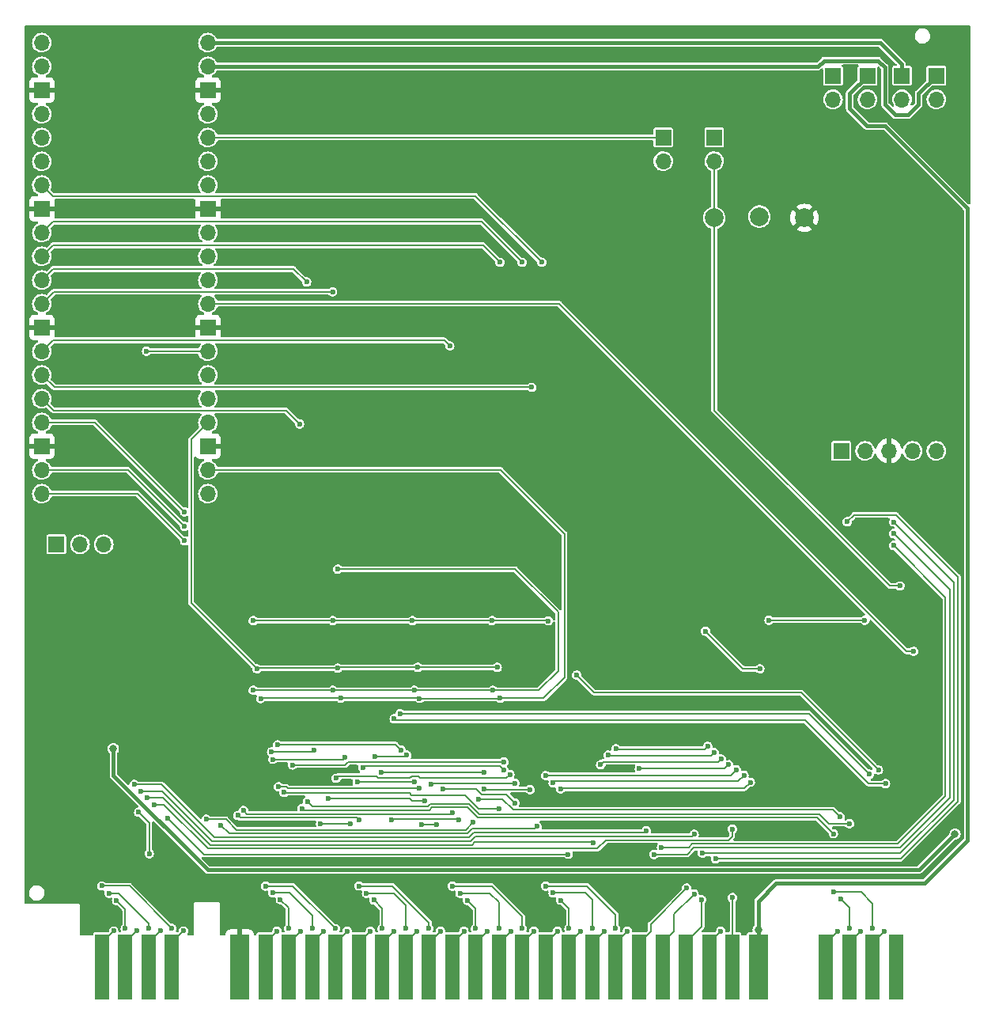
<source format=gbl>
G04 #@! TF.GenerationSoftware,KiCad,Pcbnew,(6.0.6)*
G04 #@! TF.CreationDate,2022-08-18T19:45:56-05:00*
G04 #@! TF.ProjectId,v1,76312e6b-6963-4616-945f-706362585858,v1*
G04 #@! TF.SameCoordinates,Original*
G04 #@! TF.FileFunction,Copper,L2,Bot*
G04 #@! TF.FilePolarity,Positive*
%FSLAX46Y46*%
G04 Gerber Fmt 4.6, Leading zero omitted, Abs format (unit mm)*
G04 Created by KiCad (PCBNEW (6.0.6)) date 2022-08-18 19:45:56*
%MOMM*%
%LPD*%
G01*
G04 APERTURE LIST*
G04 #@! TA.AperFunction,ComponentPad*
%ADD10O,1.700000X1.700000*%
G04 #@! TD*
G04 #@! TA.AperFunction,ComponentPad*
%ADD11R,1.700000X1.700000*%
G04 #@! TD*
G04 #@! TA.AperFunction,ComponentPad*
%ADD12C,2.000000*%
G04 #@! TD*
G04 #@! TA.AperFunction,ConnectorPad*
%ADD13R,1.501140X7.000240*%
G04 #@! TD*
G04 #@! TA.AperFunction,ConnectorPad*
%ADD14R,1.998980X7.000240*%
G04 #@! TD*
G04 #@! TA.AperFunction,ViaPad*
%ADD15C,0.600000*%
G04 #@! TD*
G04 #@! TA.AperFunction,ViaPad*
%ADD16C,0.800000*%
G04 #@! TD*
G04 #@! TA.AperFunction,Conductor*
%ADD17C,0.200000*%
G04 #@! TD*
G04 #@! TA.AperFunction,Conductor*
%ADD18C,0.400000*%
G04 #@! TD*
G04 APERTURE END LIST*
D10*
X88250000Y-30460000D03*
X88250000Y-33000000D03*
D11*
X88250000Y-35540000D03*
D10*
X88250000Y-38080000D03*
X88250000Y-40620000D03*
X88250000Y-43160000D03*
X88250000Y-45700000D03*
D11*
X88250000Y-48240000D03*
D10*
X88250000Y-50780000D03*
X88250000Y-53320000D03*
X88250000Y-55860000D03*
X88250000Y-58400000D03*
D11*
X88250000Y-60940000D03*
D10*
X88250000Y-63480000D03*
X88250000Y-66020000D03*
X88250000Y-68560000D03*
X88250000Y-71100000D03*
D11*
X88250000Y-73640000D03*
D10*
X88250000Y-76180000D03*
X88250000Y-78720000D03*
X106030000Y-78720000D03*
X106030000Y-76180000D03*
D11*
X106030000Y-73640000D03*
D10*
X106030000Y-71100000D03*
X106030000Y-68560000D03*
X106030000Y-66020000D03*
X106030000Y-63480000D03*
D11*
X106030000Y-60940000D03*
D10*
X106030000Y-58400000D03*
X106030000Y-55860000D03*
X106030000Y-53320000D03*
X106030000Y-50780000D03*
D11*
X106030000Y-48240000D03*
D10*
X106030000Y-45700000D03*
X106030000Y-43160000D03*
X106030000Y-40620000D03*
X106030000Y-38080000D03*
D11*
X106030000Y-35540000D03*
D10*
X106030000Y-33000000D03*
X106030000Y-30460000D03*
D11*
X176625000Y-34000000D03*
D10*
X176625000Y-36540000D03*
D11*
X173830000Y-74140000D03*
D10*
X176370000Y-74140000D03*
X178910000Y-74140000D03*
X181450000Y-74140000D03*
X183990000Y-74140000D03*
D11*
X172930000Y-34000000D03*
D10*
X172930000Y-36540000D03*
D12*
X169880000Y-49200000D03*
X160220000Y-49200000D03*
D11*
X154760000Y-40610000D03*
D10*
X154760000Y-43150000D03*
D11*
X184000000Y-34000000D03*
D10*
X184000000Y-36540000D03*
D11*
X180320000Y-34000000D03*
D10*
X180320000Y-36540000D03*
D13*
X94675580Y-129349620D03*
X97174940Y-129349620D03*
X99674300Y-129349620D03*
X102173660Y-129349620D03*
D14*
X109425360Y-129349620D03*
D13*
X112173640Y-129349620D03*
X114675540Y-129349620D03*
X117174900Y-129349620D03*
X119674260Y-129349620D03*
X122173620Y-129349620D03*
X124675520Y-129349620D03*
X127174880Y-129349620D03*
X129674240Y-129349620D03*
X132173600Y-129349620D03*
X134675500Y-129349620D03*
X137174860Y-129349620D03*
X139674220Y-129349620D03*
X142176120Y-129349620D03*
X144675480Y-129349620D03*
X147174840Y-129349620D03*
X149674200Y-129349620D03*
X152176100Y-129349620D03*
X154675460Y-129349620D03*
X157174820Y-129349620D03*
X159674180Y-129349620D03*
X162176080Y-129349620D03*
D14*
X164924360Y-129349620D03*
D13*
X172176060Y-129349620D03*
X174675420Y-129349620D03*
X177174780Y-129349620D03*
X179674140Y-129349620D03*
D12*
X165050000Y-49070000D03*
D11*
X160220000Y-40610000D03*
D10*
X160220000Y-43150000D03*
D11*
X89795000Y-84140000D03*
D10*
X92335000Y-84140000D03*
X94875000Y-84140000D03*
D15*
X97170000Y-125250000D03*
X96250000Y-122250000D03*
X95450000Y-121460000D03*
X99690000Y-125249998D03*
X94650000Y-120680000D03*
X102170000Y-125240000D03*
X113160000Y-98590000D03*
X138090000Y-98960000D03*
X114670000Y-125249998D03*
X113780000Y-122160000D03*
X117170000Y-125249998D03*
X112980000Y-121430000D03*
X119670000Y-125249998D03*
X112180000Y-120700000D03*
X124680000Y-125249998D03*
X123800000Y-122200000D03*
X123000000Y-121470000D03*
X127170000Y-125249998D03*
X129670000Y-125249998D03*
X122200000Y-120690000D03*
X133800000Y-122220000D03*
X134670000Y-125249998D03*
X133000000Y-121480000D03*
X137170000Y-125249998D03*
X139670000Y-125249998D03*
X132200000Y-120700000D03*
X143780000Y-122210000D03*
X144670000Y-125249998D03*
X147170000Y-125249998D03*
X142980000Y-121430000D03*
X142180000Y-120700000D03*
X149670000Y-125249998D03*
D16*
X186000000Y-115120000D03*
X95900000Y-106000000D03*
D15*
X174670000Y-125249998D03*
X173760000Y-122079000D03*
X177170000Y-125249998D03*
X172980000Y-121354500D03*
X95930000Y-125510000D03*
X98420000Y-125510000D03*
X100920000Y-125510000D03*
X103420000Y-125510000D03*
X113424589Y-125519316D03*
X115925220Y-125517400D03*
X118424579Y-125517399D03*
X120923940Y-125517399D03*
X123424571Y-125519316D03*
X125925199Y-125517399D03*
X128424560Y-125517400D03*
X130923920Y-125517400D03*
X133424551Y-125519316D03*
X135925180Y-125517399D03*
X138424540Y-125517400D03*
X140925171Y-125519316D03*
X143425800Y-125517400D03*
X145925159Y-125517399D03*
X148424520Y-125517399D03*
X150925151Y-125519316D03*
X157270000Y-120910000D03*
X158070000Y-121560000D03*
X158870000Y-122170000D03*
X160925131Y-125519316D03*
X162180000Y-121940000D03*
X173425740Y-125517400D03*
X175925101Y-125517399D03*
X178424460Y-125517400D03*
X176830000Y-108720000D03*
X126570000Y-102260000D03*
X177800000Y-108280000D03*
X145490000Y-98120000D03*
X125957620Y-102807607D03*
X178560000Y-109730000D03*
X120690000Y-106920000D03*
X112980000Y-107140000D03*
X113579500Y-110070905D03*
X128598328Y-110240500D03*
X115062306Y-107739500D03*
X137700000Y-107420000D03*
X122190000Y-113610000D03*
X109217602Y-113143977D03*
X127320000Y-106680000D03*
X123890000Y-106820000D03*
X135558501Y-108549500D03*
X124614979Y-108549500D03*
X109830000Y-112630000D03*
X132180000Y-112891000D03*
X132880000Y-113620000D03*
X125640000Y-113590000D03*
X135571101Y-110309500D03*
X140510000Y-110390000D03*
X116590000Y-56070000D03*
X112840000Y-106330000D03*
X117372443Y-106170547D03*
X121300000Y-114070000D03*
X118080000Y-114080000D03*
X118880000Y-111309500D03*
X129242149Y-111551498D03*
X138350000Y-108760000D03*
X119740000Y-109170000D03*
X126715825Y-106156382D03*
X113480000Y-105590000D03*
X122000000Y-109550000D03*
X128090000Y-109570000D03*
X128880000Y-114090000D03*
X130510000Y-114090000D03*
X129910500Y-109799930D03*
X138870000Y-109710000D03*
X114180000Y-110690000D03*
X137230000Y-112400000D03*
X122591166Y-108031389D03*
X137705598Y-108286767D03*
X138870000Y-111810000D03*
X131180000Y-110320000D03*
X147270000Y-116088005D03*
X99553438Y-111272062D03*
X148060000Y-107720000D03*
X160968623Y-107115817D03*
X160230720Y-106441648D03*
X148864820Y-106685500D03*
X159519375Y-105739513D03*
X149690000Y-106025500D03*
X162598829Y-108272205D03*
X142180000Y-108870000D03*
X142970000Y-109650000D03*
X163410500Y-108855467D03*
X143770000Y-110300000D03*
X164080000Y-109600000D03*
X144570000Y-117300000D03*
X101755688Y-113474312D03*
X158070000Y-115170000D03*
X98839216Y-110557840D03*
X179410000Y-81740000D03*
X158960000Y-117180000D03*
X160360000Y-117779500D03*
X174460000Y-81720000D03*
X154580000Y-116560000D03*
X179420000Y-84270000D03*
X153770000Y-117310000D03*
X179410000Y-83000000D03*
X98126791Y-109833340D03*
X152960000Y-114780000D03*
X152210000Y-108140000D03*
X161773636Y-107708236D03*
X119400000Y-99740000D03*
X136510000Y-99740000D03*
X128107832Y-99751895D03*
X110880000Y-99740000D03*
X119920000Y-86800000D03*
X100280688Y-111999312D03*
X162160000Y-114610000D03*
X99740000Y-117230000D03*
X98614312Y-112805688D03*
X141240000Y-114330500D03*
X107420000Y-114174500D03*
X105850000Y-113560000D03*
X134400000Y-113890000D03*
X119370000Y-57120000D03*
X172970000Y-115100000D03*
X116112592Y-112390500D03*
X173698476Y-113305719D03*
X134959289Y-111385734D03*
X174685324Y-114030219D03*
X116675500Y-111640000D03*
X131910000Y-62900000D03*
X137300000Y-100600000D03*
X111670000Y-100650000D03*
X120250000Y-100610000D03*
X128680000Y-100620000D03*
X140690000Y-67340000D03*
X180100000Y-88590000D03*
X176340000Y-92250000D03*
X166085000Y-92250000D03*
X119400000Y-92300000D03*
X142470000Y-92330000D03*
X110880000Y-92300000D03*
X136430000Y-92300000D03*
X127910000Y-92300000D03*
X165110000Y-97450000D03*
X159270000Y-93430000D03*
X141750000Y-53960000D03*
X139665682Y-53960500D03*
X137293505Y-53960500D03*
X181560000Y-95580000D03*
X103515999Y-80670866D03*
X103515999Y-82220000D03*
X115830000Y-71250000D03*
X103515999Y-83770000D03*
X99460000Y-63480000D03*
D16*
X164924360Y-125384360D03*
D15*
X119920000Y-97390000D03*
X136997509Y-97297892D03*
X128483832Y-97300829D03*
X111262701Y-97452701D03*
D17*
X96250000Y-122250000D02*
X97170000Y-123170000D01*
X97170000Y-123170000D02*
X97170000Y-125250000D01*
X99690000Y-124665402D02*
X96484598Y-121460000D01*
X99690000Y-125249998D02*
X99690000Y-124665402D01*
X96484598Y-121460000D02*
X95450000Y-121460000D01*
X97610000Y-120680000D02*
X102170000Y-125240000D01*
X94650000Y-120680000D02*
X97610000Y-120680000D01*
X114670000Y-123050000D02*
X113780000Y-122160000D01*
X114670000Y-125249998D02*
X114670000Y-123050000D01*
X117170000Y-125249998D02*
X117170000Y-123820000D01*
X114780000Y-121430000D02*
X112980000Y-121430000D01*
X117170000Y-123820000D02*
X114780000Y-121430000D01*
X115120002Y-120700000D02*
X112180000Y-120700000D01*
X119670000Y-125249998D02*
X115120002Y-120700000D01*
X124680000Y-125249998D02*
X124680000Y-123080000D01*
X124680000Y-123080000D02*
X123800000Y-122200000D01*
X127170000Y-125249998D02*
X127170000Y-122720000D01*
X127170000Y-122720000D02*
X125920000Y-121470000D01*
X125920000Y-121470000D02*
X123000000Y-121470000D01*
X125775690Y-120690000D02*
X122200000Y-120690000D01*
X129670000Y-124584310D02*
X125775690Y-120690000D01*
X129670000Y-125249998D02*
X129670000Y-124584310D01*
X134670000Y-125249998D02*
X134670000Y-123090000D01*
X134670000Y-123090000D02*
X133800000Y-122220000D01*
X136190000Y-121480000D02*
X133000000Y-121480000D01*
X137170000Y-125249998D02*
X137170000Y-122460000D01*
X137170000Y-122460000D02*
X136190000Y-121480000D01*
X139670000Y-123980000D02*
X136390000Y-120700000D01*
X139670000Y-125249998D02*
X139670000Y-123980000D01*
X136390000Y-120700000D02*
X132200000Y-120700000D01*
X144670000Y-125249998D02*
X144670000Y-123100000D01*
X144670000Y-123100000D02*
X143780000Y-122210000D01*
X147170000Y-125249998D02*
X147170000Y-122160000D01*
X146440000Y-121430000D02*
X142980000Y-121430000D01*
X147170000Y-122160000D02*
X146440000Y-121430000D01*
X149670000Y-125249998D02*
X149670000Y-123750000D01*
X146610000Y-120690000D02*
X142190000Y-120690000D01*
X142190000Y-120690000D02*
X142180000Y-120700000D01*
X149670000Y-123750000D02*
X146610000Y-120690000D01*
D18*
X95900000Y-108890000D02*
X106000000Y-118990000D01*
X106000000Y-118990000D02*
X182130000Y-118990000D01*
X95900000Y-106000000D02*
X95900000Y-108890000D01*
X182130000Y-118990000D02*
X186000000Y-115120000D01*
D17*
X174670000Y-125249998D02*
X174670000Y-122989000D01*
X174670000Y-122989000D02*
X173760000Y-122079000D01*
X175974500Y-121354500D02*
X172980000Y-121354500D01*
X177170000Y-125249998D02*
X177170000Y-122550000D01*
X177170000Y-122550000D02*
X175974500Y-121354500D01*
X94675580Y-126764420D02*
X95930000Y-125510000D01*
X97174940Y-126755060D02*
X98420000Y-125510000D01*
X99674300Y-126755700D02*
X100920000Y-125510000D01*
X102173660Y-126756340D02*
X103420000Y-125510000D01*
X112173640Y-126770265D02*
X113424589Y-125519316D01*
X114675540Y-126767080D02*
X115925220Y-125517400D01*
X117174900Y-126767078D02*
X118424579Y-125517399D01*
X119674260Y-126767079D02*
X120923940Y-125517399D01*
X122173620Y-126770267D02*
X123424571Y-125519316D01*
X124675520Y-126767078D02*
X125925199Y-125517399D01*
X127174880Y-126767080D02*
X128424560Y-125517400D01*
X129674240Y-126767080D02*
X130923920Y-125517400D01*
X132173600Y-126770267D02*
X133424551Y-125519316D01*
X134675500Y-126767079D02*
X135925180Y-125517399D01*
X137174860Y-126767080D02*
X138424540Y-125517400D01*
X139674220Y-126770267D02*
X140925171Y-125519316D01*
X142176120Y-126767080D02*
X143425800Y-125517400D01*
X144675480Y-126767078D02*
X145925159Y-125517399D01*
X147174840Y-126767079D02*
X148424520Y-125517399D01*
X149674200Y-126770267D02*
X150925151Y-125519316D01*
X152176100Y-126767080D02*
X153425780Y-125517400D01*
X153425780Y-124754220D02*
X157270000Y-120910000D01*
X153425780Y-125517400D02*
X153425780Y-124754220D01*
X155925140Y-123704860D02*
X158070000Y-121560000D01*
X154675460Y-126767080D02*
X155925140Y-125517400D01*
X155925140Y-125517400D02*
X155925140Y-123704860D01*
X157174820Y-126767080D02*
X158870000Y-125071900D01*
X158870000Y-125071900D02*
X158870000Y-122170000D01*
X159674180Y-126770267D02*
X160925131Y-125519316D01*
X162176080Y-121943920D02*
X162180000Y-121940000D01*
X162176080Y-129349620D02*
X162176080Y-121943920D01*
X172176060Y-126767080D02*
X173425740Y-125517400D01*
X174675420Y-126767080D02*
X175925101Y-125517399D01*
X177174780Y-126767080D02*
X178424460Y-125517400D01*
X176830000Y-108720000D02*
X170370000Y-102260000D01*
X170370000Y-102260000D02*
X126570000Y-102260000D01*
X177800000Y-108280000D02*
X169530000Y-100010000D01*
X169530000Y-100010000D02*
X147380000Y-100010000D01*
X147380000Y-100010000D02*
X145490000Y-98120000D01*
X178560000Y-109730000D02*
X176740000Y-109730000D01*
X126100013Y-102950000D02*
X125957620Y-102807607D01*
X169960000Y-102950000D02*
X126100013Y-102950000D01*
X176740000Y-109730000D02*
X169960000Y-102950000D01*
X120470000Y-107140000D02*
X120690000Y-106920000D01*
X112980000Y-107140000D02*
X120470000Y-107140000D01*
X114578322Y-110240500D02*
X114408727Y-110070905D01*
X128598328Y-110240500D02*
X114578322Y-110240500D01*
X114408727Y-110070905D02*
X113579500Y-110070905D01*
X137700000Y-107420000D02*
X121037822Y-107420000D01*
X121037822Y-107420000D02*
X120718322Y-107739500D01*
X120718322Y-107739500D02*
X115062306Y-107739500D01*
X109217602Y-113143977D02*
X109463126Y-113389501D01*
X121969501Y-113389501D02*
X122190000Y-113610000D01*
X109463126Y-113389501D02*
X121969501Y-113389501D01*
X123890000Y-106820000D02*
X127180000Y-106820000D01*
X127180000Y-106820000D02*
X127320000Y-106680000D01*
X124664479Y-108500000D02*
X124614979Y-108549500D01*
X135558501Y-108549500D02*
X135509001Y-108500000D01*
X135509001Y-108500000D02*
X124664479Y-108500000D01*
X110190000Y-112990000D02*
X132081000Y-112990000D01*
X132081000Y-112990000D02*
X132180000Y-112891000D01*
X109830000Y-112630000D02*
X110190000Y-112990000D01*
X125739500Y-113490500D02*
X125640000Y-113590000D01*
X132750500Y-113490500D02*
X125739500Y-113490500D01*
X132880000Y-113620000D02*
X132750500Y-113490500D01*
X135651601Y-110390000D02*
X135571101Y-110309500D01*
X140510000Y-110390000D02*
X135651601Y-110390000D01*
X115205000Y-54685000D02*
X116590000Y-56070000D01*
X89425000Y-54685000D02*
X115205000Y-54685000D01*
X88250000Y-55860000D02*
X89425000Y-54685000D01*
X117212990Y-106330000D02*
X117372443Y-106170547D01*
X112840000Y-106330000D02*
X117212990Y-106330000D01*
X118080000Y-114080000D02*
X118090000Y-114070000D01*
X118090000Y-114070000D02*
X121300000Y-114070000D01*
X127862183Y-111551498D02*
X127600685Y-111290000D01*
X129242149Y-111551498D02*
X127862183Y-111551498D01*
X127600685Y-111290000D02*
X118899500Y-111290000D01*
X118899500Y-111290000D02*
X118880000Y-111309500D01*
X128558322Y-108970500D02*
X128738321Y-109150499D01*
X119959501Y-108950499D02*
X124025479Y-108950499D01*
X124225479Y-109150499D02*
X127661679Y-109150499D01*
X137959501Y-109150499D02*
X138350000Y-108760000D01*
X119740000Y-109170000D02*
X119959501Y-108950499D01*
X124025479Y-108950499D02*
X124225479Y-109150499D01*
X127661679Y-109150499D02*
X127841678Y-108970500D01*
X128738321Y-109150499D02*
X137959501Y-109150499D01*
X127841678Y-108970500D02*
X128558322Y-108970500D01*
X113498953Y-105571047D02*
X126130490Y-105571047D01*
X126130490Y-105571047D02*
X126715825Y-106156382D01*
X113480000Y-105590000D02*
X113498953Y-105571047D01*
X122000000Y-109550000D02*
X128070000Y-109550000D01*
X128070000Y-109550000D02*
X128090000Y-109570000D01*
X130510000Y-114090000D02*
X128880000Y-114090000D01*
X138870000Y-109710000D02*
X130000430Y-109710000D01*
X130000430Y-109710000D02*
X129910500Y-109799930D01*
X114200000Y-110710000D02*
X114180000Y-110690000D01*
X127585665Y-110710000D02*
X114200000Y-110710000D01*
X127827663Y-110951998D02*
X127585665Y-110710000D01*
X135020000Y-112400000D02*
X133571998Y-110951998D01*
X133571998Y-110951998D02*
X127827663Y-110951998D01*
X137230000Y-112400000D02*
X135020000Y-112400000D01*
X137705598Y-108286767D02*
X137302015Y-107883184D01*
X122739371Y-107883184D02*
X122591166Y-108031389D01*
X137302015Y-107883184D02*
X122739371Y-107883184D01*
X138870000Y-111810000D02*
X137969000Y-110909000D01*
X135322779Y-110909000D02*
X134733779Y-110320000D01*
X137969000Y-110909000D02*
X135322779Y-110909000D01*
X134733779Y-110320000D02*
X131180000Y-110320000D01*
X134591170Y-115982377D02*
X147164372Y-115982377D01*
X101232062Y-111272062D02*
X106248004Y-116288004D01*
X147164372Y-115982377D02*
X147270000Y-116088005D01*
X99553438Y-111272062D02*
X101232062Y-111272062D01*
X106248004Y-116288004D02*
X134285543Y-116288004D01*
X134285543Y-116288004D02*
X134591170Y-115982377D01*
X160968623Y-107115817D02*
X160674440Y-107410000D01*
X148370000Y-107410000D02*
X148060000Y-107720000D01*
X160674440Y-107410000D02*
X148370000Y-107410000D01*
X148884500Y-106754500D02*
X159917868Y-106754500D01*
X159917868Y-106754500D02*
X160230720Y-106441648D01*
X159519375Y-105739513D02*
X159208888Y-106050000D01*
X149714500Y-106050000D02*
X149690000Y-106025500D01*
X159208888Y-106050000D02*
X149714500Y-106050000D01*
X142185500Y-108864500D02*
X142180000Y-108870000D01*
X162006534Y-108864500D02*
X162598829Y-108272205D01*
X142185500Y-108864500D02*
X162006534Y-108864500D01*
X142970000Y-109650000D02*
X143140000Y-109480000D01*
X162785967Y-109480000D02*
X163410500Y-108855467D01*
X143140000Y-109480000D02*
X162785967Y-109480000D01*
X143780000Y-110290000D02*
X143770000Y-110300000D01*
X143780000Y-110250000D02*
X163430000Y-110250000D01*
X163430000Y-110250000D02*
X164080000Y-109600000D01*
X143780000Y-110250000D02*
X143780000Y-110290000D01*
X105581376Y-117300000D02*
X144570000Y-117300000D01*
X101755688Y-113474312D02*
X105581376Y-117300000D01*
X134629066Y-115379501D02*
X157860499Y-115379501D01*
X157860499Y-115379501D02*
X158070000Y-115170000D01*
X101157840Y-110557840D02*
X106488503Y-115888503D01*
X98839216Y-110557840D02*
X101157840Y-110557840D01*
X106488503Y-115888503D02*
X134120064Y-115888503D01*
X134120064Y-115888503D02*
X134629066Y-115379501D01*
X180141380Y-117180000D02*
X158960000Y-117180000D01*
X179410000Y-81740000D02*
X185859002Y-88189002D01*
X185859002Y-111462378D02*
X180141380Y-117180000D01*
X185859002Y-88189002D02*
X185859002Y-111462378D01*
X186308503Y-111648567D02*
X180177570Y-117779500D01*
X186308503Y-87598503D02*
X186308503Y-111648567D01*
X179720000Y-81010000D02*
X186308503Y-87598503D01*
X175170000Y-81010000D02*
X179720000Y-81010000D01*
X180177570Y-117779500D02*
X160360000Y-117779500D01*
X174460000Y-81720000D02*
X175170000Y-81010000D01*
X184960000Y-111090000D02*
X179871497Y-116178503D01*
X157499960Y-116560000D02*
X154580000Y-116560000D01*
X184960000Y-89810000D02*
X184960000Y-111090000D01*
X179420000Y-84270000D02*
X184960000Y-89810000D01*
X157881457Y-116178503D02*
X157499960Y-116560000D01*
X179871497Y-116178503D02*
X157881457Y-116178503D01*
X179410000Y-83000000D02*
X185409501Y-88999501D01*
X180107686Y-116578004D02*
X158046936Y-116578004D01*
X185409501Y-111276189D02*
X180107686Y-116578004D01*
X157314940Y-117310000D02*
X153770000Y-117310000D01*
X185409501Y-88999501D02*
X185409501Y-111276189D01*
X158046936Y-116578004D02*
X157314940Y-117310000D01*
X152960000Y-114780000D02*
X152810000Y-114930000D01*
X152810000Y-114930000D02*
X134513587Y-114930000D01*
X133954585Y-115489002D02*
X106729002Y-115489002D01*
X134513587Y-114930000D02*
X133954585Y-115489002D01*
X101073340Y-109833340D02*
X98126791Y-109833340D01*
X106729002Y-115489002D02*
X101073340Y-109833340D01*
X152230000Y-108140000D02*
X161341872Y-108140000D01*
X152230000Y-108140000D02*
X152210000Y-108140000D01*
X161341872Y-108140000D02*
X161773636Y-107708236D01*
X119400000Y-99740000D02*
X128095937Y-99740000D01*
X128095937Y-99740000D02*
X128107832Y-99751895D01*
X143500000Y-91390000D02*
X143500000Y-97690000D01*
X119400000Y-99740000D02*
X110880000Y-99740000D01*
X141450000Y-99740000D02*
X136510000Y-99740000D01*
X119920000Y-86800000D02*
X138910000Y-86800000D01*
X143500000Y-97690000D02*
X141450000Y-99740000D01*
X138910000Y-86800000D02*
X143500000Y-91390000D01*
X136510000Y-99740000D02*
X128119727Y-99740000D01*
X128119727Y-99740000D02*
X128107832Y-99751895D01*
X100280688Y-111999312D02*
X101309312Y-111999312D01*
X162160000Y-115370000D02*
X162160000Y-114610000D01*
X161750998Y-115779002D02*
X162160000Y-115370000D01*
X147722495Y-116687505D02*
X148630998Y-115779002D01*
X101309312Y-111999312D02*
X105997505Y-116687505D01*
X148630998Y-115779002D02*
X161750998Y-115779002D01*
X105997505Y-116687505D02*
X147722495Y-116687505D01*
X99740000Y-113931376D02*
X99740000Y-117230000D01*
X98614312Y-112805688D02*
X99740000Y-113931376D01*
X133789106Y-115089501D02*
X134349028Y-114529579D01*
X108335001Y-115089501D02*
X133789106Y-115089501D01*
X107420000Y-114174500D02*
X108335001Y-115089501D01*
X134349028Y-114529579D02*
X141040921Y-114529579D01*
X141040921Y-114529579D02*
X141240000Y-114330500D01*
X105850000Y-113560000D02*
X107940000Y-113560000D01*
X133600000Y-114690000D02*
X134400000Y-113890000D01*
X107940000Y-113560000D02*
X109070000Y-114690000D01*
X109070000Y-114690000D02*
X133600000Y-114690000D01*
X88250000Y-58400000D02*
X89530000Y-57120000D01*
X89530000Y-57120000D02*
X119370000Y-57120000D01*
X133766520Y-112291500D02*
X130003090Y-112291500D01*
X130003090Y-112291500D02*
X129734590Y-112560000D01*
X116282092Y-112560000D02*
X116112592Y-112390500D01*
X172970000Y-115100000D02*
X171269002Y-113399002D01*
X171269002Y-113399002D02*
X134874022Y-113399002D01*
X134874022Y-113399002D02*
X133766520Y-112291500D01*
X129734590Y-112560000D02*
X116282092Y-112560000D01*
X173698476Y-113305719D02*
X172942757Y-112550000D01*
X138730000Y-112550000D02*
X137565734Y-111385734D01*
X172942757Y-112550000D02*
X138730000Y-112550000D01*
X137565734Y-111385734D02*
X134959289Y-111385734D01*
X174685324Y-114030219D02*
X172535909Y-114030219D01*
X129832970Y-111896640D02*
X129578612Y-112150998D01*
X172535909Y-114030219D02*
X171505191Y-112999501D01*
X171505191Y-112999501D02*
X135039501Y-112999501D01*
X117186498Y-112150998D02*
X116675500Y-111640000D01*
X129578612Y-112150998D02*
X117186498Y-112150998D01*
X133931999Y-111891999D02*
X129832970Y-111891999D01*
X129832970Y-111891999D02*
X129832970Y-111896640D01*
X135039501Y-112999501D02*
X133931999Y-111891999D01*
X131315000Y-62305000D02*
X131910000Y-62900000D01*
X88250000Y-63480000D02*
X89425000Y-62305000D01*
X89425000Y-62305000D02*
X131315000Y-62305000D01*
X128680000Y-100620000D02*
X137280000Y-100620000D01*
X137370000Y-76180000D02*
X144210000Y-83020000D01*
X144210000Y-83020000D02*
X144210000Y-98350000D01*
X111710000Y-100610000D02*
X120250000Y-100610000D01*
X106030000Y-76180000D02*
X137370000Y-76180000D01*
X120250000Y-100610000D02*
X128670000Y-100610000D01*
X144210000Y-98350000D02*
X141960000Y-100600000D01*
X141960000Y-100600000D02*
X137300000Y-100600000D01*
X111670000Y-100650000D02*
X111710000Y-100610000D01*
X128670000Y-100610000D02*
X128680000Y-100620000D01*
X137280000Y-100620000D02*
X137300000Y-100600000D01*
X89570000Y-67340000D02*
X140690000Y-67340000D01*
X88250000Y-66020000D02*
X89570000Y-67340000D01*
X136430000Y-92300000D02*
X127910000Y-92300000D01*
X166085000Y-92250000D02*
X176340000Y-92250000D01*
X136430000Y-92300000D02*
X142440000Y-92300000D01*
X160220000Y-43150000D02*
X160220000Y-49200000D01*
X160220000Y-49200000D02*
X160220000Y-69810000D01*
X179000000Y-88590000D02*
X180100000Y-88590000D01*
X119400000Y-92300000D02*
X110880000Y-92300000D01*
X127910000Y-92300000D02*
X119400000Y-92300000D01*
X160220000Y-69810000D02*
X179000000Y-88590000D01*
X142440000Y-92300000D02*
X142470000Y-92330000D01*
X163290000Y-97450000D02*
X165110000Y-97450000D01*
X159270000Y-93430000D02*
X163290000Y-97450000D01*
X134665000Y-46875000D02*
X141750000Y-53960000D01*
X89425000Y-46875000D02*
X134665000Y-46875000D01*
X88250000Y-45700000D02*
X89425000Y-46875000D01*
X135310182Y-49605000D02*
X139665682Y-53960500D01*
X89425000Y-49605000D02*
X135310182Y-49605000D01*
X88250000Y-50780000D02*
X89425000Y-49605000D01*
X89425000Y-52145000D02*
X135478005Y-52145000D01*
X135478005Y-52145000D02*
X137293505Y-53960500D01*
X88250000Y-53320000D02*
X89425000Y-52145000D01*
X106030000Y-40620000D02*
X154750000Y-40620000D01*
X143620000Y-58400000D02*
X180800000Y-95580000D01*
X180800000Y-95580000D02*
X181560000Y-95580000D01*
X106030000Y-58400000D02*
X143620000Y-58400000D01*
X93945133Y-71100000D02*
X103515999Y-80670866D01*
X88250000Y-71100000D02*
X93945133Y-71100000D01*
X88250000Y-76180000D02*
X97475999Y-76180000D01*
X97475999Y-76180000D02*
X103515999Y-82220000D01*
X114400000Y-69820000D02*
X89510000Y-69820000D01*
X115830000Y-71250000D02*
X114400000Y-69820000D01*
X89510000Y-69820000D02*
X88250000Y-68560000D01*
X88250000Y-78720000D02*
X98465999Y-78720000D01*
X98465999Y-78720000D02*
X103515999Y-83770000D01*
D18*
X106030000Y-30460000D02*
X178000000Y-30460000D01*
X178000000Y-30460000D02*
X180320000Y-32780000D01*
X180320000Y-32780000D02*
X180320000Y-34000000D01*
X177780000Y-32380000D02*
X178480000Y-33080000D01*
X182090000Y-37100000D02*
X182090000Y-35910000D01*
X178480000Y-33080000D02*
X178480000Y-37080000D01*
X182090000Y-35910000D02*
X184000000Y-34000000D01*
X171960000Y-32380000D02*
X177780000Y-32380000D01*
X106030000Y-33000000D02*
X171340000Y-33000000D01*
X171340000Y-33000000D02*
X171960000Y-32380000D01*
X180980000Y-38210000D02*
X182090000Y-37100000D01*
X179610000Y-38210000D02*
X180980000Y-38210000D01*
X178480000Y-37080000D02*
X179610000Y-38210000D01*
D17*
X99460000Y-63480000D02*
X106030000Y-63480000D01*
D18*
X164924360Y-122295640D02*
X166820000Y-120400000D01*
X176600000Y-39390000D02*
X174700000Y-37490000D01*
X164924360Y-129349620D02*
X164924360Y-125384360D01*
X166820000Y-120400000D02*
X182760000Y-120400000D01*
X174700000Y-37490000D02*
X174700000Y-35925000D01*
X187350000Y-48210000D02*
X178530000Y-39390000D01*
X178530000Y-39390000D02*
X176600000Y-39390000D01*
X174700000Y-35925000D02*
X176625000Y-34000000D01*
X182760000Y-120400000D02*
X187350000Y-115810000D01*
X187350000Y-115810000D02*
X187350000Y-48210000D01*
X164924360Y-125384360D02*
X164924360Y-122295640D01*
D17*
X106030000Y-71100000D02*
X104240499Y-72889501D01*
X111325402Y-97390000D02*
X111262701Y-97452701D01*
X128504661Y-97280000D02*
X136979617Y-97280000D01*
X104240499Y-72889501D02*
X104240499Y-90430499D01*
X119920000Y-97390000D02*
X111325402Y-97390000D01*
X119920000Y-97390000D02*
X120030000Y-97280000D01*
X128463003Y-97280000D02*
X128483832Y-97300829D01*
X136979617Y-97280000D02*
X136997509Y-97297892D01*
X120030000Y-97280000D02*
X128463003Y-97280000D01*
X128483832Y-97300829D02*
X128504661Y-97280000D01*
X104240499Y-90430499D02*
X111262701Y-97452701D01*
G04 #@! TA.AperFunction,Conductor*
G36*
X187588781Y-28615942D02*
G01*
X187635274Y-28669598D01*
X187646660Y-28721940D01*
X187646662Y-32398903D01*
X187646668Y-46730959D01*
X187646668Y-47636085D01*
X187626666Y-47704206D01*
X187573010Y-47750699D01*
X187502736Y-47760803D01*
X187438156Y-47731309D01*
X187431573Y-47725180D01*
X178790909Y-39084516D01*
X178790905Y-39084513D01*
X178768342Y-39061950D01*
X178748746Y-39051965D01*
X178731893Y-39041639D01*
X178714090Y-39028704D01*
X178693166Y-39021905D01*
X178674906Y-39014341D01*
X178664141Y-39008856D01*
X178664137Y-39008855D01*
X178655304Y-39004354D01*
X178645513Y-39002803D01*
X178645512Y-39002803D01*
X178633578Y-39000913D01*
X178614353Y-38996297D01*
X178602868Y-38992565D01*
X178602864Y-38992564D01*
X178593433Y-38989500D01*
X176818083Y-38989500D01*
X176749962Y-38969498D01*
X176728988Y-38952595D01*
X175137405Y-37361012D01*
X175103379Y-37298700D01*
X175100500Y-37271917D01*
X175100500Y-36525262D01*
X175569520Y-36525262D01*
X175586759Y-36730553D01*
X175588458Y-36736478D01*
X175637104Y-36906126D01*
X175643544Y-36928586D01*
X175646359Y-36934063D01*
X175646360Y-36934066D01*
X175732296Y-37101280D01*
X175737712Y-37111818D01*
X175865677Y-37273270D01*
X175870370Y-37277264D01*
X175870371Y-37277265D01*
X175942137Y-37338342D01*
X176022564Y-37406791D01*
X176027942Y-37409797D01*
X176027944Y-37409798D01*
X176059563Y-37427469D01*
X176202398Y-37507297D01*
X176297238Y-37538113D01*
X176392471Y-37569056D01*
X176392475Y-37569057D01*
X176398329Y-37570959D01*
X176602894Y-37595351D01*
X176609029Y-37594879D01*
X176609031Y-37594879D01*
X176665039Y-37590569D01*
X176808300Y-37579546D01*
X176814230Y-37577890D01*
X176814232Y-37577890D01*
X177000797Y-37525800D01*
X177000796Y-37525800D01*
X177006725Y-37524145D01*
X177012214Y-37521372D01*
X177012220Y-37521370D01*
X177185116Y-37434033D01*
X177190610Y-37431258D01*
X177352951Y-37304424D01*
X177376442Y-37277210D01*
X177483540Y-37153134D01*
X177483540Y-37153133D01*
X177487564Y-37148472D01*
X177508387Y-37111818D01*
X177586276Y-36974707D01*
X177589323Y-36969344D01*
X177654351Y-36773863D01*
X177680171Y-36569474D01*
X177680583Y-36540000D01*
X177660480Y-36334970D01*
X177600935Y-36137749D01*
X177504218Y-35955849D01*
X177427323Y-35861567D01*
X177377906Y-35800975D01*
X177377903Y-35800972D01*
X177374011Y-35796200D01*
X177356786Y-35781950D01*
X177220025Y-35668811D01*
X177220021Y-35668809D01*
X177215275Y-35664882D01*
X177034055Y-35566897D01*
X176837254Y-35505977D01*
X176831129Y-35505333D01*
X176831128Y-35505333D01*
X176638498Y-35485087D01*
X176638496Y-35485087D01*
X176632369Y-35484443D01*
X176545529Y-35492346D01*
X176433342Y-35502555D01*
X176433339Y-35502556D01*
X176427203Y-35503114D01*
X176229572Y-35561280D01*
X176047002Y-35656726D01*
X176042201Y-35660586D01*
X176042198Y-35660588D01*
X175891254Y-35781950D01*
X175886447Y-35785815D01*
X175754024Y-35943630D01*
X175751056Y-35949028D01*
X175751053Y-35949033D01*
X175693354Y-36053988D01*
X175654776Y-36124162D01*
X175592484Y-36320532D01*
X175591798Y-36326649D01*
X175591797Y-36326653D01*
X175573211Y-36492352D01*
X175569520Y-36525262D01*
X175100500Y-36525262D01*
X175100500Y-36143083D01*
X175120502Y-36074962D01*
X175137400Y-36053993D01*
X176103988Y-35087404D01*
X176166299Y-35053380D01*
X176193082Y-35050500D01*
X177494748Y-35050500D01*
X177500816Y-35049293D01*
X177541061Y-35041288D01*
X177541062Y-35041288D01*
X177553231Y-35038867D01*
X177619552Y-34994552D01*
X177663867Y-34928231D01*
X177675500Y-34869748D01*
X177675500Y-33146083D01*
X177695502Y-33077962D01*
X177749158Y-33031469D01*
X177819432Y-33021365D01*
X177884012Y-33050859D01*
X177890595Y-33056988D01*
X178042595Y-33208988D01*
X178076621Y-33271300D01*
X178079500Y-33298083D01*
X178079500Y-37143433D01*
X178082564Y-37152864D01*
X178082565Y-37152868D01*
X178086297Y-37164353D01*
X178090913Y-37183578D01*
X178092530Y-37193784D01*
X178094354Y-37205304D01*
X178098855Y-37214137D01*
X178098856Y-37214141D01*
X178104341Y-37224906D01*
X178111905Y-37243166D01*
X178118704Y-37264090D01*
X178131639Y-37281893D01*
X178141965Y-37298745D01*
X178151950Y-37318342D01*
X178174513Y-37340905D01*
X178174516Y-37340909D01*
X179281950Y-38448342D01*
X179371658Y-38538050D01*
X179380492Y-38542551D01*
X179380493Y-38542552D01*
X179391259Y-38548038D01*
X179408116Y-38558368D01*
X179425910Y-38571296D01*
X179446830Y-38578093D01*
X179465093Y-38585658D01*
X179475861Y-38591145D01*
X179475865Y-38591146D01*
X179484696Y-38595646D01*
X179494485Y-38597197D01*
X179494493Y-38597199D01*
X179506427Y-38599089D01*
X179525647Y-38603703D01*
X179537133Y-38607435D01*
X179537140Y-38607436D01*
X179546567Y-38610499D01*
X179578477Y-38610499D01*
X179578481Y-38610500D01*
X181043433Y-38610500D01*
X181052864Y-38607436D01*
X181052868Y-38607435D01*
X181064353Y-38603703D01*
X181083578Y-38599087D01*
X181095512Y-38597197D01*
X181095513Y-38597197D01*
X181105304Y-38595646D01*
X181114137Y-38591145D01*
X181114141Y-38591144D01*
X181124906Y-38585659D01*
X181143166Y-38578095D01*
X181164090Y-38571296D01*
X181181893Y-38558361D01*
X181198745Y-38548035D01*
X181209502Y-38542554D01*
X181218342Y-38538050D01*
X181240905Y-38515487D01*
X181240909Y-38515484D01*
X182395484Y-37360909D01*
X182395487Y-37360905D01*
X182418050Y-37338342D01*
X182428035Y-37318745D01*
X182438361Y-37301893D01*
X182451296Y-37284090D01*
X182458095Y-37263166D01*
X182465659Y-37244906D01*
X182471144Y-37234141D01*
X182471145Y-37234137D01*
X182475646Y-37225304D01*
X182479087Y-37203578D01*
X182483703Y-37184353D01*
X182487435Y-37172868D01*
X182487436Y-37172864D01*
X182490500Y-37163433D01*
X182490500Y-36525262D01*
X182944520Y-36525262D01*
X182961759Y-36730553D01*
X182963458Y-36736478D01*
X183012104Y-36906126D01*
X183018544Y-36928586D01*
X183021359Y-36934063D01*
X183021360Y-36934066D01*
X183107296Y-37101280D01*
X183112712Y-37111818D01*
X183240677Y-37273270D01*
X183245370Y-37277264D01*
X183245371Y-37277265D01*
X183317137Y-37338342D01*
X183397564Y-37406791D01*
X183402942Y-37409797D01*
X183402944Y-37409798D01*
X183434563Y-37427469D01*
X183577398Y-37507297D01*
X183672238Y-37538113D01*
X183767471Y-37569056D01*
X183767475Y-37569057D01*
X183773329Y-37570959D01*
X183977894Y-37595351D01*
X183984029Y-37594879D01*
X183984031Y-37594879D01*
X184040039Y-37590569D01*
X184183300Y-37579546D01*
X184189230Y-37577890D01*
X184189232Y-37577890D01*
X184375797Y-37525800D01*
X184375796Y-37525800D01*
X184381725Y-37524145D01*
X184387214Y-37521372D01*
X184387220Y-37521370D01*
X184560116Y-37434033D01*
X184565610Y-37431258D01*
X184727951Y-37304424D01*
X184751442Y-37277210D01*
X184858540Y-37153134D01*
X184858540Y-37153133D01*
X184862564Y-37148472D01*
X184883387Y-37111818D01*
X184961276Y-36974707D01*
X184964323Y-36969344D01*
X185029351Y-36773863D01*
X185055171Y-36569474D01*
X185055583Y-36540000D01*
X185035480Y-36334970D01*
X184975935Y-36137749D01*
X184879218Y-35955849D01*
X184802323Y-35861567D01*
X184752906Y-35800975D01*
X184752903Y-35800972D01*
X184749011Y-35796200D01*
X184731786Y-35781950D01*
X184595025Y-35668811D01*
X184595021Y-35668809D01*
X184590275Y-35664882D01*
X184409055Y-35566897D01*
X184212254Y-35505977D01*
X184206129Y-35505333D01*
X184206128Y-35505333D01*
X184013498Y-35485087D01*
X184013496Y-35485087D01*
X184007369Y-35484443D01*
X183920529Y-35492346D01*
X183808342Y-35502555D01*
X183808339Y-35502556D01*
X183802203Y-35503114D01*
X183604572Y-35561280D01*
X183422002Y-35656726D01*
X183417201Y-35660586D01*
X183417198Y-35660588D01*
X183266254Y-35781950D01*
X183261447Y-35785815D01*
X183129024Y-35943630D01*
X183126056Y-35949028D01*
X183126053Y-35949033D01*
X183068354Y-36053988D01*
X183029776Y-36124162D01*
X182967484Y-36320532D01*
X182966798Y-36326649D01*
X182966797Y-36326653D01*
X182948211Y-36492352D01*
X182944520Y-36525262D01*
X182490500Y-36525262D01*
X182490500Y-36128083D01*
X182510502Y-36059962D01*
X182527405Y-36038988D01*
X183478988Y-35087405D01*
X183541300Y-35053379D01*
X183568083Y-35050500D01*
X184869748Y-35050500D01*
X184875816Y-35049293D01*
X184916061Y-35041288D01*
X184916062Y-35041288D01*
X184928231Y-35038867D01*
X184994552Y-34994552D01*
X185038867Y-34928231D01*
X185050500Y-34869748D01*
X185050500Y-33130252D01*
X185038867Y-33071769D01*
X185028991Y-33056988D01*
X185001443Y-33015761D01*
X184994552Y-33005448D01*
X184928231Y-32961133D01*
X184916062Y-32958712D01*
X184916061Y-32958712D01*
X184875816Y-32950707D01*
X184869748Y-32949500D01*
X183130252Y-32949500D01*
X183124184Y-32950707D01*
X183083939Y-32958712D01*
X183083938Y-32958712D01*
X183071769Y-32961133D01*
X183005448Y-33005448D01*
X182998557Y-33015761D01*
X182971010Y-33056988D01*
X182961133Y-33071769D01*
X182949500Y-33130252D01*
X182949500Y-34431917D01*
X182929498Y-34500038D01*
X182912595Y-34521012D01*
X181784516Y-35649091D01*
X181784513Y-35649095D01*
X181761950Y-35671658D01*
X181757446Y-35680498D01*
X181751965Y-35691255D01*
X181741639Y-35708107D01*
X181728704Y-35725910D01*
X181721907Y-35746830D01*
X181714341Y-35765094D01*
X181708856Y-35775859D01*
X181708855Y-35775863D01*
X181704354Y-35784696D01*
X181702803Y-35794487D01*
X181702803Y-35794488D01*
X181700913Y-35806422D01*
X181696297Y-35825647D01*
X181692565Y-35837132D01*
X181692564Y-35837136D01*
X181689500Y-35846567D01*
X181689500Y-36881917D01*
X181669498Y-36950038D01*
X181652595Y-36971012D01*
X181456726Y-37166881D01*
X181394414Y-37200907D01*
X181323599Y-37195842D01*
X181266763Y-37153295D01*
X181241952Y-37086775D01*
X181258075Y-37015549D01*
X181281276Y-36974707D01*
X181284323Y-36969344D01*
X181349351Y-36773863D01*
X181375171Y-36569474D01*
X181375583Y-36540000D01*
X181355480Y-36334970D01*
X181295935Y-36137749D01*
X181199218Y-35955849D01*
X181122323Y-35861567D01*
X181072906Y-35800975D01*
X181072903Y-35800972D01*
X181069011Y-35796200D01*
X181051786Y-35781950D01*
X180915025Y-35668811D01*
X180915021Y-35668809D01*
X180910275Y-35664882D01*
X180729055Y-35566897D01*
X180532254Y-35505977D01*
X180526129Y-35505333D01*
X180526128Y-35505333D01*
X180333498Y-35485087D01*
X180333496Y-35485087D01*
X180327369Y-35484443D01*
X180240529Y-35492346D01*
X180128342Y-35502555D01*
X180128339Y-35502556D01*
X180122203Y-35503114D01*
X179924572Y-35561280D01*
X179742002Y-35656726D01*
X179737201Y-35660586D01*
X179737198Y-35660588D01*
X179586254Y-35781950D01*
X179581447Y-35785815D01*
X179449024Y-35943630D01*
X179446056Y-35949028D01*
X179446053Y-35949033D01*
X179388354Y-36053988D01*
X179349776Y-36124162D01*
X179287484Y-36320532D01*
X179286798Y-36326649D01*
X179286797Y-36326653D01*
X179268211Y-36492352D01*
X179264520Y-36525262D01*
X179281759Y-36730553D01*
X179283458Y-36736478D01*
X179332104Y-36906126D01*
X179338544Y-36928586D01*
X179341359Y-36934063D01*
X179341360Y-36934066D01*
X179427296Y-37101280D01*
X179432712Y-37111818D01*
X179436538Y-37116645D01*
X179438608Y-37119857D01*
X179458699Y-37187952D01*
X179438785Y-37256098D01*
X179385190Y-37302661D01*
X179314929Y-37312856D01*
X179250310Y-37283446D01*
X179243604Y-37277210D01*
X178917405Y-36951011D01*
X178883379Y-36888699D01*
X178880500Y-36861916D01*
X178880500Y-33048481D01*
X178880499Y-33048475D01*
X178880499Y-33016567D01*
X178877436Y-33007140D01*
X178877435Y-33007133D01*
X178873703Y-32995647D01*
X178869089Y-32976427D01*
X178867199Y-32964493D01*
X178867197Y-32964485D01*
X178865646Y-32954696D01*
X178861146Y-32945865D01*
X178861145Y-32945861D01*
X178855658Y-32935093D01*
X178848094Y-32916832D01*
X178841296Y-32895910D01*
X178828368Y-32878116D01*
X178818038Y-32861259D01*
X178812552Y-32850493D01*
X178812551Y-32850492D01*
X178808050Y-32841658D01*
X178718342Y-32751950D01*
X178040909Y-32074516D01*
X178040905Y-32074513D01*
X178018342Y-32051950D01*
X177998746Y-32041965D01*
X177981893Y-32031639D01*
X177964090Y-32018704D01*
X177943166Y-32011905D01*
X177924906Y-32004341D01*
X177914141Y-31998856D01*
X177914137Y-31998855D01*
X177905304Y-31994354D01*
X177895513Y-31992803D01*
X177895512Y-31992803D01*
X177883578Y-31990913D01*
X177864353Y-31986297D01*
X177852868Y-31982565D01*
X177852864Y-31982564D01*
X177843433Y-31979500D01*
X171928481Y-31979500D01*
X171928477Y-31979501D01*
X171896567Y-31979501D01*
X171887140Y-31982564D01*
X171887133Y-31982565D01*
X171875647Y-31986297D01*
X171856427Y-31990911D01*
X171844493Y-31992801D01*
X171844485Y-31992803D01*
X171834696Y-31994354D01*
X171825865Y-31998854D01*
X171825861Y-31998855D01*
X171815093Y-32004342D01*
X171796832Y-32011906D01*
X171775910Y-32018704D01*
X171760918Y-32029597D01*
X171758116Y-32031632D01*
X171741259Y-32041962D01*
X171730493Y-32047448D01*
X171730492Y-32047449D01*
X171721658Y-32051950D01*
X171699091Y-32074517D01*
X171211012Y-32562595D01*
X171148700Y-32596621D01*
X171121917Y-32599500D01*
X107082575Y-32599500D01*
X107014454Y-32579498D01*
X106971323Y-32532653D01*
X106912111Y-32421290D01*
X106909218Y-32415849D01*
X106835859Y-32325902D01*
X106782906Y-32260975D01*
X106782903Y-32260972D01*
X106779011Y-32256200D01*
X106761786Y-32241950D01*
X106625025Y-32128811D01*
X106625021Y-32128809D01*
X106620275Y-32124882D01*
X106466917Y-32041962D01*
X106444474Y-32029827D01*
X106439055Y-32026897D01*
X106242254Y-31965977D01*
X106236129Y-31965333D01*
X106236128Y-31965333D01*
X106043498Y-31945087D01*
X106043496Y-31945087D01*
X106037369Y-31944443D01*
X105950529Y-31952346D01*
X105838342Y-31962555D01*
X105838339Y-31962556D01*
X105832203Y-31963114D01*
X105634572Y-32021280D01*
X105629107Y-32024137D01*
X105584521Y-32047446D01*
X105452002Y-32116726D01*
X105447201Y-32120586D01*
X105447198Y-32120588D01*
X105436971Y-32128811D01*
X105291447Y-32245815D01*
X105159024Y-32403630D01*
X105156056Y-32409028D01*
X105156053Y-32409033D01*
X105067511Y-32570092D01*
X105059776Y-32584162D01*
X104997484Y-32780532D01*
X104996798Y-32786649D01*
X104996797Y-32786653D01*
X104977498Y-32958712D01*
X104974520Y-32985262D01*
X104991759Y-33190553D01*
X104993458Y-33196478D01*
X105043547Y-33371158D01*
X105048544Y-33388586D01*
X105051359Y-33394063D01*
X105051360Y-33394066D01*
X105139897Y-33566341D01*
X105142712Y-33571818D01*
X105270677Y-33733270D01*
X105427564Y-33866791D01*
X105476308Y-33894033D01*
X105569315Y-33946013D01*
X105619020Y-33996707D01*
X105633428Y-34066226D01*
X105607964Y-34132499D01*
X105550713Y-34174484D01*
X105507844Y-34182001D01*
X105135331Y-34182001D01*
X105128510Y-34182371D01*
X105077648Y-34187895D01*
X105062396Y-34191521D01*
X104941946Y-34236676D01*
X104926351Y-34245214D01*
X104824276Y-34321715D01*
X104811715Y-34334276D01*
X104735214Y-34436351D01*
X104726676Y-34451946D01*
X104681522Y-34572394D01*
X104677895Y-34587649D01*
X104672369Y-34638514D01*
X104672000Y-34645328D01*
X104672000Y-35267885D01*
X104676475Y-35283124D01*
X104677865Y-35284329D01*
X104685548Y-35286000D01*
X107369884Y-35286000D01*
X107385123Y-35281525D01*
X107386328Y-35280135D01*
X107387999Y-35272452D01*
X107387999Y-34645331D01*
X107387629Y-34638510D01*
X107382105Y-34587648D01*
X107378479Y-34572396D01*
X107333324Y-34451946D01*
X107324786Y-34436351D01*
X107248285Y-34334276D01*
X107235724Y-34321715D01*
X107133649Y-34245214D01*
X107118054Y-34236676D01*
X106997606Y-34191522D01*
X106982351Y-34187895D01*
X106931486Y-34182369D01*
X106924672Y-34182000D01*
X106548932Y-34182000D01*
X106480811Y-34161998D01*
X106434318Y-34108342D01*
X106424214Y-34038068D01*
X106453708Y-33973488D01*
X106492121Y-33943534D01*
X106590116Y-33894033D01*
X106595610Y-33891258D01*
X106757951Y-33764424D01*
X106892564Y-33608472D01*
X106913387Y-33571818D01*
X106974486Y-33464263D01*
X107025525Y-33414913D01*
X107084042Y-33400500D01*
X171403433Y-33400500D01*
X171412864Y-33397436D01*
X171412868Y-33397435D01*
X171424353Y-33393703D01*
X171443578Y-33389087D01*
X171455512Y-33387197D01*
X171455513Y-33387197D01*
X171465304Y-33385646D01*
X171474137Y-33381145D01*
X171474141Y-33381144D01*
X171484906Y-33375659D01*
X171503166Y-33368095D01*
X171524090Y-33361296D01*
X171541893Y-33348361D01*
X171558745Y-33338035D01*
X171569502Y-33332554D01*
X171578342Y-33328050D01*
X171600895Y-33305497D01*
X171600924Y-33305470D01*
X171664405Y-33241989D01*
X171726717Y-33207963D01*
X171797532Y-33213028D01*
X171854368Y-33255575D01*
X171879179Y-33322095D01*
X171879500Y-33331084D01*
X171879500Y-34869748D01*
X171891133Y-34928231D01*
X171935448Y-34994552D01*
X172001769Y-35038867D01*
X172013938Y-35041288D01*
X172013939Y-35041288D01*
X172054184Y-35049293D01*
X172060252Y-35050500D01*
X173799748Y-35050500D01*
X173805816Y-35049293D01*
X173846061Y-35041288D01*
X173846062Y-35041288D01*
X173858231Y-35038867D01*
X173924552Y-34994552D01*
X173968867Y-34928231D01*
X173980500Y-34869748D01*
X173980500Y-33130252D01*
X173968867Y-33071769D01*
X173958991Y-33056988D01*
X173931443Y-33015761D01*
X173924552Y-33005448D01*
X173914239Y-32998557D01*
X173911277Y-32995595D01*
X173877251Y-32933283D01*
X173882316Y-32862468D01*
X173924863Y-32805632D01*
X173991383Y-32780821D01*
X174000372Y-32780500D01*
X175554628Y-32780500D01*
X175622749Y-32800502D01*
X175669242Y-32854158D01*
X175679346Y-32924432D01*
X175649852Y-32989012D01*
X175643723Y-32995595D01*
X175640761Y-32998557D01*
X175630448Y-33005448D01*
X175623557Y-33015761D01*
X175596010Y-33056988D01*
X175586133Y-33071769D01*
X175574500Y-33130252D01*
X175574500Y-34431918D01*
X175554498Y-34500039D01*
X175537596Y-34521012D01*
X174394516Y-35664091D01*
X174394513Y-35664095D01*
X174371950Y-35686658D01*
X174367446Y-35695498D01*
X174361965Y-35706255D01*
X174351639Y-35723107D01*
X174338704Y-35740910D01*
X174333716Y-35756262D01*
X174331907Y-35761830D01*
X174324341Y-35780094D01*
X174318856Y-35790859D01*
X174318855Y-35790863D01*
X174314354Y-35799696D01*
X174312803Y-35809487D01*
X174312803Y-35809488D01*
X174310913Y-35821422D01*
X174306297Y-35840647D01*
X174302565Y-35852132D01*
X174302564Y-35852136D01*
X174299500Y-35861567D01*
X174299500Y-37553433D01*
X174302564Y-37562864D01*
X174302565Y-37562868D01*
X174306297Y-37574353D01*
X174310913Y-37593578D01*
X174312523Y-37603740D01*
X174314354Y-37615304D01*
X174318855Y-37624137D01*
X174318856Y-37624141D01*
X174324341Y-37634906D01*
X174331905Y-37653166D01*
X174338704Y-37674090D01*
X174351639Y-37691893D01*
X174361965Y-37708745D01*
X174371950Y-37728342D01*
X174394513Y-37750905D01*
X174394516Y-37750909D01*
X176339091Y-39695484D01*
X176339095Y-39695487D01*
X176361658Y-39718050D01*
X176370497Y-39722554D01*
X176370499Y-39722555D01*
X176381258Y-39728037D01*
X176398114Y-39738365D01*
X176415911Y-39751296D01*
X176436832Y-39758094D01*
X176455092Y-39765658D01*
X176465859Y-39771144D01*
X176465863Y-39771145D01*
X176474696Y-39775646D01*
X176484487Y-39777197D01*
X176484488Y-39777197D01*
X176496422Y-39779087D01*
X176515647Y-39783703D01*
X176527132Y-39787435D01*
X176527136Y-39787436D01*
X176536567Y-39790500D01*
X178311917Y-39790500D01*
X178380038Y-39810502D01*
X178401012Y-39827405D01*
X186912595Y-48338988D01*
X186946621Y-48401300D01*
X186949500Y-48428083D01*
X186949500Y-115591918D01*
X186929498Y-115660039D01*
X186912595Y-115681013D01*
X182631012Y-119962595D01*
X182568700Y-119996621D01*
X182541917Y-119999500D01*
X166756567Y-119999500D01*
X166747136Y-120002564D01*
X166747132Y-120002565D01*
X166735647Y-120006297D01*
X166716422Y-120010913D01*
X166704488Y-120012803D01*
X166704487Y-120012803D01*
X166694696Y-120014354D01*
X166685863Y-120018855D01*
X166685859Y-120018856D01*
X166675092Y-120024342D01*
X166656832Y-120031906D01*
X166635911Y-120038704D01*
X166627888Y-120044533D01*
X166618113Y-120051635D01*
X166601258Y-120061963D01*
X166590499Y-120067445D01*
X166590497Y-120067446D01*
X166581658Y-120071950D01*
X166559095Y-120094513D01*
X166559091Y-120094516D01*
X164618876Y-122034731D01*
X164618873Y-122034735D01*
X164596310Y-122057298D01*
X164589311Y-122071035D01*
X164586325Y-122076895D01*
X164575999Y-122093747D01*
X164563064Y-122111550D01*
X164556267Y-122132470D01*
X164548701Y-122150734D01*
X164543216Y-122161499D01*
X164543215Y-122161503D01*
X164538714Y-122170336D01*
X164537163Y-122180127D01*
X164537163Y-122180128D01*
X164535273Y-122192062D01*
X164530657Y-122211287D01*
X164526925Y-122222772D01*
X164526924Y-122222776D01*
X164523860Y-122232207D01*
X164523860Y-124877629D01*
X164503858Y-124945750D01*
X164495742Y-124955820D01*
X164496078Y-124956078D01*
X164399824Y-125081519D01*
X164339316Y-125227598D01*
X164318678Y-125384360D01*
X164321358Y-125404714D01*
X164334765Y-125506554D01*
X164323826Y-125576703D01*
X164276697Y-125629801D01*
X164209843Y-125649000D01*
X163905122Y-125649000D01*
X163899054Y-125650207D01*
X163858809Y-125658212D01*
X163858808Y-125658212D01*
X163846639Y-125660633D01*
X163780318Y-125704948D01*
X163736003Y-125771269D01*
X163724370Y-125829752D01*
X163724370Y-125874000D01*
X163704368Y-125942121D01*
X163650712Y-125988614D01*
X163598370Y-126000000D01*
X163253150Y-126000000D01*
X163185029Y-125979998D01*
X163138536Y-125926342D01*
X163127150Y-125874000D01*
X163127150Y-125829752D01*
X163115517Y-125771269D01*
X163071202Y-125704948D01*
X163004881Y-125660633D01*
X162992712Y-125658212D01*
X162992711Y-125658212D01*
X162952466Y-125650207D01*
X162946398Y-125649000D01*
X162602580Y-125649000D01*
X162534459Y-125628998D01*
X162487966Y-125575342D01*
X162476580Y-125523000D01*
X162476580Y-122406780D01*
X162496582Y-122338659D01*
X162509164Y-122322225D01*
X162513941Y-122316948D01*
X162599200Y-122222754D01*
X162647254Y-122123570D01*
X162657795Y-122101814D01*
X162657795Y-122101813D01*
X162661710Y-122093733D01*
X162685496Y-121952354D01*
X162685647Y-121940000D01*
X162674466Y-121861925D01*
X162666596Y-121806968D01*
X162666595Y-121806965D01*
X162665323Y-121798082D01*
X162654797Y-121774930D01*
X162640974Y-121744528D01*
X162605984Y-121667572D01*
X162566461Y-121621703D01*
X162518260Y-121565763D01*
X162518257Y-121565760D01*
X162512400Y-121558963D01*
X162392095Y-121480985D01*
X162254739Y-121439907D01*
X162245763Y-121439852D01*
X162245762Y-121439852D01*
X162185555Y-121439484D01*
X162111376Y-121439031D01*
X161973529Y-121478428D01*
X161852280Y-121554930D01*
X161846338Y-121561658D01*
X161846337Y-121561659D01*
X161820635Y-121590761D01*
X161757377Y-121662388D01*
X161696447Y-121792163D01*
X161690545Y-121830072D01*
X161676117Y-121922738D01*
X161674391Y-121933823D01*
X161675555Y-121942725D01*
X161675555Y-121942728D01*
X161680317Y-121979142D01*
X161692980Y-122075979D01*
X161721287Y-122140312D01*
X161745432Y-122195184D01*
X161750720Y-122207203D01*
X161756497Y-122214076D01*
X161756498Y-122214077D01*
X161842970Y-122316948D01*
X161840918Y-122318673D01*
X161871014Y-122367149D01*
X161875580Y-122400760D01*
X161875580Y-125523000D01*
X161855578Y-125591121D01*
X161801922Y-125637614D01*
X161749580Y-125649000D01*
X161556743Y-125649000D01*
X161488622Y-125628998D01*
X161442129Y-125575342D01*
X161432334Y-125528962D01*
X161431036Y-125529047D01*
X161430719Y-125524176D01*
X161430778Y-125519316D01*
X161419489Y-125440488D01*
X161411727Y-125386284D01*
X161411726Y-125386281D01*
X161410454Y-125377398D01*
X161394893Y-125343172D01*
X161385002Y-125321419D01*
X161351115Y-125246888D01*
X161307055Y-125195754D01*
X161263391Y-125145079D01*
X161263388Y-125145076D01*
X161257531Y-125138279D01*
X161137226Y-125060301D01*
X160999870Y-125019223D01*
X160990894Y-125019168D01*
X160990893Y-125019168D01*
X160930686Y-125018800D01*
X160856507Y-125018347D01*
X160718660Y-125057744D01*
X160597411Y-125134246D01*
X160591469Y-125140974D01*
X160591468Y-125140975D01*
X160572226Y-125162763D01*
X160502508Y-125241704D01*
X160441578Y-125371479D01*
X160435758Y-125408860D01*
X160421202Y-125502350D01*
X160419522Y-125513139D01*
X160420686Y-125522043D01*
X160420656Y-125524538D01*
X160399824Y-125592410D01*
X160345604Y-125638244D01*
X160294665Y-125649000D01*
X159022061Y-125649000D01*
X158953940Y-125628998D01*
X158907447Y-125575342D01*
X158897343Y-125505068D01*
X158926837Y-125440488D01*
X158932966Y-125433905D01*
X159045452Y-125321419D01*
X159047486Y-125319663D01*
X159052269Y-125317325D01*
X159085573Y-125281423D01*
X159088853Y-125278018D01*
X159102248Y-125264623D01*
X159104972Y-125260653D01*
X159107297Y-125258005D01*
X159119190Y-125245184D01*
X159128401Y-125235254D01*
X159132713Y-125224447D01*
X159135232Y-125220462D01*
X159141004Y-125209653D01*
X159142911Y-125205348D01*
X159149493Y-125195754D01*
X159155186Y-125171764D01*
X159160751Y-125154168D01*
X159166586Y-125139542D01*
X159169883Y-125131278D01*
X159170500Y-125124985D01*
X159170500Y-125121903D01*
X159170650Y-125118833D01*
X159170866Y-125118844D01*
X159172198Y-125107469D01*
X159172653Y-125098155D01*
X159175340Y-125086834D01*
X159171651Y-125059727D01*
X159170500Y-125042736D01*
X159170500Y-122632449D01*
X159190502Y-122564328D01*
X159203085Y-122547894D01*
X159283176Y-122459411D01*
X159283181Y-122459404D01*
X159289200Y-122452754D01*
X159330675Y-122367149D01*
X159347795Y-122331814D01*
X159347795Y-122331813D01*
X159351710Y-122323733D01*
X159375496Y-122182354D01*
X159375647Y-122170000D01*
X159363457Y-122084881D01*
X159356596Y-122036968D01*
X159356595Y-122036965D01*
X159355323Y-122028082D01*
X159348508Y-122013092D01*
X159323755Y-121958651D01*
X159295984Y-121897572D01*
X159267858Y-121864930D01*
X159208260Y-121795763D01*
X159208257Y-121795760D01*
X159202400Y-121788963D01*
X159082095Y-121710985D01*
X158944739Y-121669907D01*
X158935763Y-121669852D01*
X158935762Y-121669852D01*
X158875555Y-121669484D01*
X158801376Y-121669031D01*
X158736202Y-121687658D01*
X158665207Y-121687146D01*
X158605760Y-121648332D01*
X158576733Y-121583540D01*
X158575586Y-121564962D01*
X158575647Y-121560000D01*
X158564331Y-121480985D01*
X158556596Y-121426968D01*
X158556595Y-121426965D01*
X158555323Y-121418082D01*
X158495984Y-121287572D01*
X158458808Y-121244427D01*
X158408260Y-121185763D01*
X158408257Y-121185760D01*
X158402400Y-121178963D01*
X158282095Y-121100985D01*
X158144739Y-121059907D01*
X158135763Y-121059852D01*
X158135762Y-121059852D01*
X158075555Y-121059484D01*
X158001376Y-121059031D01*
X157931940Y-121078876D01*
X157860946Y-121078364D01*
X157801499Y-121039550D01*
X157772472Y-120974758D01*
X157773062Y-120936823D01*
X157774689Y-120927151D01*
X157774689Y-120927150D01*
X157775496Y-120922354D01*
X157775647Y-120910000D01*
X157765251Y-120837405D01*
X157756596Y-120776968D01*
X157756595Y-120776965D01*
X157755323Y-120768082D01*
X157743709Y-120742537D01*
X157726863Y-120705487D01*
X157695984Y-120637572D01*
X157668728Y-120605940D01*
X157608260Y-120535763D01*
X157608257Y-120535760D01*
X157602400Y-120528963D01*
X157482095Y-120450985D01*
X157344739Y-120409907D01*
X157335763Y-120409852D01*
X157335762Y-120409852D01*
X157275555Y-120409484D01*
X157201376Y-120409031D01*
X157063529Y-120448428D01*
X156942280Y-120524930D01*
X156936338Y-120531658D01*
X156936337Y-120531659D01*
X156927060Y-120542163D01*
X156847377Y-120632388D01*
X156786447Y-120762163D01*
X156780478Y-120800500D01*
X156769010Y-120874158D01*
X156764391Y-120903823D01*
X156766383Y-120919052D01*
X156755384Y-120989192D01*
X156730542Y-121024487D01*
X153250328Y-124504701D01*
X153248294Y-124506457D01*
X153243511Y-124508795D01*
X153235599Y-124517324D01*
X153235598Y-124517325D01*
X153210207Y-124544697D01*
X153206928Y-124548101D01*
X153193532Y-124561497D01*
X153190808Y-124565467D01*
X153188483Y-124568115D01*
X153175288Y-124582339D01*
X153175286Y-124582342D01*
X153167379Y-124590866D01*
X153163069Y-124601670D01*
X153160547Y-124605659D01*
X153154786Y-124616447D01*
X153152869Y-124620772D01*
X153146288Y-124630366D01*
X153143602Y-124641685D01*
X153143601Y-124641687D01*
X153140597Y-124654347D01*
X153135032Y-124671944D01*
X153125897Y-124694842D01*
X153125280Y-124701135D01*
X153125280Y-124704214D01*
X153125130Y-124707287D01*
X153124914Y-124707276D01*
X153123582Y-124718651D01*
X153123126Y-124727966D01*
X153120440Y-124739286D01*
X153122009Y-124750815D01*
X153122009Y-124750816D01*
X153124129Y-124766393D01*
X153125280Y-124783384D01*
X153125280Y-125340739D01*
X153105278Y-125408860D01*
X153088375Y-125429834D01*
X152906114Y-125612095D01*
X152843802Y-125646121D01*
X152817019Y-125649000D01*
X151556763Y-125649000D01*
X151488642Y-125628998D01*
X151442149Y-125575342D01*
X151432354Y-125528962D01*
X151431056Y-125529047D01*
X151430739Y-125524176D01*
X151430798Y-125519316D01*
X151419509Y-125440488D01*
X151411747Y-125386284D01*
X151411746Y-125386281D01*
X151410474Y-125377398D01*
X151394913Y-125343172D01*
X151385022Y-125321419D01*
X151351135Y-125246888D01*
X151307075Y-125195754D01*
X151263411Y-125145079D01*
X151263408Y-125145076D01*
X151257551Y-125138279D01*
X151137246Y-125060301D01*
X150999890Y-125019223D01*
X150990914Y-125019168D01*
X150990913Y-125019168D01*
X150930706Y-125018800D01*
X150856527Y-125018347D01*
X150718680Y-125057744D01*
X150597431Y-125134246D01*
X150591489Y-125140974D01*
X150591488Y-125140975D01*
X150572246Y-125162763D01*
X150502528Y-125241704D01*
X150441598Y-125371479D01*
X150435778Y-125408860D01*
X150421222Y-125502350D01*
X150419542Y-125513139D01*
X150420706Y-125522043D01*
X150420676Y-125524538D01*
X150399844Y-125592410D01*
X150345624Y-125638244D01*
X150294685Y-125649000D01*
X150233934Y-125649000D01*
X150165813Y-125628998D01*
X150119320Y-125575342D01*
X150109216Y-125505068D01*
X150120542Y-125468062D01*
X150147795Y-125411812D01*
X150147795Y-125411811D01*
X150151710Y-125403731D01*
X150175496Y-125262352D01*
X150175647Y-125249998D01*
X150166547Y-125186456D01*
X150156596Y-125116966D01*
X150156595Y-125116963D01*
X150155323Y-125108080D01*
X150095984Y-124977570D01*
X150002400Y-124868961D01*
X150004932Y-124866779D01*
X149975491Y-124820643D01*
X149970500Y-124785533D01*
X149970500Y-123802372D01*
X149970697Y-123799695D01*
X149972426Y-123794658D01*
X149970589Y-123745729D01*
X149970500Y-123741003D01*
X149970500Y-123722052D01*
X149969618Y-123717319D01*
X149969390Y-123713792D01*
X149968663Y-123694420D01*
X149968662Y-123694418D01*
X149968226Y-123682792D01*
X149963632Y-123672100D01*
X149962595Y-123667497D01*
X149959038Y-123655787D01*
X149957339Y-123651384D01*
X149955209Y-123639947D01*
X149949106Y-123630046D01*
X149949105Y-123630043D01*
X149942271Y-123618956D01*
X149933767Y-123602585D01*
X149927547Y-123588109D01*
X149927546Y-123588107D01*
X149924036Y-123579938D01*
X149920023Y-123575052D01*
X149917840Y-123572869D01*
X149915776Y-123570593D01*
X149915937Y-123570447D01*
X149908825Y-123561451D01*
X149902573Y-123554556D01*
X149896468Y-123544652D01*
X149874680Y-123528084D01*
X149861861Y-123516890D01*
X146859519Y-120514548D01*
X146857763Y-120512514D01*
X146855425Y-120507731D01*
X146819523Y-120474427D01*
X146816118Y-120471147D01*
X146802723Y-120457752D01*
X146798753Y-120455028D01*
X146796105Y-120452703D01*
X146781881Y-120439508D01*
X146781878Y-120439506D01*
X146773354Y-120431599D01*
X146762550Y-120427289D01*
X146758561Y-120424767D01*
X146747773Y-120419006D01*
X146743448Y-120417089D01*
X146733854Y-120410508D01*
X146722535Y-120407822D01*
X146722533Y-120407821D01*
X146709873Y-120404817D01*
X146692276Y-120399252D01*
X146677638Y-120393412D01*
X146677635Y-120393411D01*
X146669378Y-120390117D01*
X146663085Y-120389500D01*
X146660006Y-120389500D01*
X146656933Y-120389350D01*
X146656944Y-120389134D01*
X146645569Y-120387802D01*
X146636254Y-120387346D01*
X146624934Y-120384660D01*
X146613405Y-120386229D01*
X146613404Y-120386229D01*
X146597827Y-120388349D01*
X146580836Y-120389500D01*
X142630933Y-120389500D01*
X142562812Y-120369498D01*
X142535481Y-120345749D01*
X142518261Y-120325764D01*
X142518258Y-120325761D01*
X142512400Y-120318963D01*
X142392095Y-120240985D01*
X142254739Y-120199907D01*
X142245763Y-120199852D01*
X142245762Y-120199852D01*
X142185555Y-120199484D01*
X142111376Y-120199031D01*
X141973529Y-120238428D01*
X141852280Y-120314930D01*
X141757377Y-120422388D01*
X141696447Y-120552163D01*
X141695066Y-120561035D01*
X141675948Y-120683823D01*
X141674391Y-120693823D01*
X141675555Y-120702725D01*
X141675555Y-120702728D01*
X141680172Y-120738035D01*
X141692980Y-120835979D01*
X141696597Y-120844199D01*
X141740701Y-120944432D01*
X141750720Y-120967203D01*
X141756497Y-120974076D01*
X141756498Y-120974077D01*
X141834564Y-121066948D01*
X141842970Y-121076948D01*
X141869984Y-121094930D01*
X141953477Y-121150508D01*
X141962313Y-121156390D01*
X142099157Y-121199142D01*
X142108129Y-121199306D01*
X142108132Y-121199307D01*
X142173463Y-121200504D01*
X142242499Y-121201770D01*
X142333229Y-121177034D01*
X142404211Y-121178413D01*
X142463180Y-121217950D01*
X142491412Y-121283092D01*
X142490870Y-121317981D01*
X142476268Y-121411770D01*
X142474391Y-121423823D01*
X142475555Y-121432725D01*
X142475555Y-121432728D01*
X142480786Y-121472728D01*
X142492980Y-121565979D01*
X142496597Y-121574199D01*
X142539410Y-121671498D01*
X142550720Y-121697203D01*
X142556497Y-121704076D01*
X142556498Y-121704077D01*
X142629146Y-121790502D01*
X142642970Y-121806948D01*
X142695515Y-121841925D01*
X142721234Y-121859045D01*
X142762313Y-121886390D01*
X142770888Y-121889069D01*
X142781512Y-121892388D01*
X142899157Y-121929142D01*
X142908129Y-121929306D01*
X142908132Y-121929307D01*
X142973463Y-121930504D01*
X143042499Y-121931770D01*
X143144042Y-121904086D01*
X143215025Y-121905466D01*
X143273994Y-121945003D01*
X143302226Y-122010144D01*
X143297993Y-122058870D01*
X143296447Y-122062163D01*
X143290219Y-122102163D01*
X143275948Y-122193823D01*
X143274391Y-122203823D01*
X143275555Y-122212725D01*
X143275555Y-122212728D01*
X143281411Y-122257507D01*
X143292980Y-122345979D01*
X143312019Y-122389248D01*
X143343558Y-122460925D01*
X143350720Y-122477203D01*
X143356497Y-122484076D01*
X143356498Y-122484077D01*
X143437190Y-122580072D01*
X143442970Y-122586948D01*
X143466132Y-122602366D01*
X143554733Y-122661344D01*
X143562313Y-122666390D01*
X143699157Y-122709142D01*
X143708129Y-122709306D01*
X143708132Y-122709307D01*
X143787491Y-122710761D01*
X143806233Y-122711105D01*
X143873975Y-122732352D01*
X143893018Y-122747989D01*
X144332595Y-123187566D01*
X144366621Y-123249878D01*
X144369500Y-123276661D01*
X144369500Y-124786433D01*
X144349498Y-124854554D01*
X144337943Y-124869839D01*
X144247377Y-124972386D01*
X144186447Y-125102161D01*
X144181215Y-125135763D01*
X144165948Y-125233823D01*
X144164391Y-125243821D01*
X144165555Y-125252723D01*
X144165555Y-125252726D01*
X144169082Y-125279696D01*
X144182980Y-125385977D01*
X144206966Y-125440488D01*
X144220943Y-125472254D01*
X144230071Y-125542661D01*
X144199684Y-125606826D01*
X144139431Y-125644377D01*
X144105614Y-125649000D01*
X144057388Y-125649000D01*
X143989267Y-125628998D01*
X143942774Y-125575342D01*
X143932585Y-125527074D01*
X143931705Y-125527131D01*
X143931388Y-125522260D01*
X143931447Y-125517400D01*
X143923273Y-125460324D01*
X143912396Y-125384368D01*
X143912394Y-125384360D01*
X143911123Y-125375482D01*
X143907409Y-125367312D01*
X143861866Y-125267147D01*
X143851784Y-125244972D01*
X143799620Y-125184433D01*
X143764060Y-125143163D01*
X143764057Y-125143160D01*
X143758200Y-125136363D01*
X143637895Y-125058385D01*
X143500539Y-125017307D01*
X143491563Y-125017252D01*
X143491562Y-125017252D01*
X143431355Y-125016884D01*
X143357176Y-125016431D01*
X143219329Y-125055828D01*
X143098080Y-125132330D01*
X143092138Y-125139058D01*
X143092137Y-125139059D01*
X143078793Y-125154168D01*
X143003177Y-125239788D01*
X142942247Y-125369563D01*
X142920191Y-125511223D01*
X142921356Y-125520130D01*
X142921302Y-125524536D01*
X142900470Y-125592408D01*
X142846252Y-125638243D01*
X142795311Y-125649000D01*
X141556783Y-125649000D01*
X141488662Y-125628998D01*
X141442169Y-125575342D01*
X141432374Y-125528962D01*
X141431076Y-125529047D01*
X141430759Y-125524176D01*
X141430818Y-125519316D01*
X141419529Y-125440488D01*
X141411767Y-125386284D01*
X141411766Y-125386281D01*
X141410494Y-125377398D01*
X141394933Y-125343172D01*
X141385042Y-125321419D01*
X141351155Y-125246888D01*
X141307095Y-125195754D01*
X141263431Y-125145079D01*
X141263428Y-125145076D01*
X141257571Y-125138279D01*
X141137266Y-125060301D01*
X140999910Y-125019223D01*
X140990934Y-125019168D01*
X140990933Y-125019168D01*
X140930726Y-125018800D01*
X140856547Y-125018347D01*
X140718700Y-125057744D01*
X140597451Y-125134246D01*
X140591509Y-125140974D01*
X140591508Y-125140975D01*
X140572266Y-125162763D01*
X140502548Y-125241704D01*
X140441618Y-125371479D01*
X140435798Y-125408860D01*
X140421242Y-125502350D01*
X140419562Y-125513139D01*
X140420726Y-125522043D01*
X140420696Y-125524538D01*
X140399864Y-125592410D01*
X140345644Y-125638244D01*
X140294705Y-125649000D01*
X140233934Y-125649000D01*
X140165813Y-125628998D01*
X140119320Y-125575342D01*
X140109216Y-125505068D01*
X140120542Y-125468062D01*
X140147795Y-125411812D01*
X140147795Y-125411811D01*
X140151710Y-125403731D01*
X140175496Y-125262352D01*
X140175647Y-125249998D01*
X140166547Y-125186456D01*
X140156596Y-125116966D01*
X140156595Y-125116963D01*
X140155323Y-125108080D01*
X140095984Y-124977570D01*
X140002400Y-124868961D01*
X140004932Y-124866779D01*
X139975491Y-124820643D01*
X139970500Y-124785533D01*
X139970500Y-124032366D01*
X139970696Y-124029694D01*
X139972425Y-124024658D01*
X139970589Y-123975756D01*
X139970500Y-123971029D01*
X139970500Y-123952052D01*
X139969618Y-123947313D01*
X139969388Y-123943773D01*
X139968225Y-123912791D01*
X139963632Y-123902100D01*
X139962593Y-123897491D01*
X139959035Y-123885780D01*
X139957339Y-123881384D01*
X139955209Y-123869947D01*
X139945355Y-123853960D01*
X139942273Y-123848961D01*
X139933762Y-123832576D01*
X139927549Y-123818113D01*
X139927548Y-123818111D01*
X139924036Y-123809937D01*
X139920022Y-123805051D01*
X139917842Y-123802871D01*
X139915785Y-123800603D01*
X139915945Y-123800458D01*
X139908825Y-123791451D01*
X139902573Y-123784556D01*
X139896468Y-123774652D01*
X139874680Y-123758084D01*
X139861861Y-123746890D01*
X136639519Y-120524548D01*
X136637763Y-120522514D01*
X136635425Y-120517731D01*
X136619608Y-120503058D01*
X136599523Y-120484427D01*
X136596118Y-120481147D01*
X136582723Y-120467752D01*
X136578753Y-120465028D01*
X136576105Y-120462703D01*
X136561881Y-120449508D01*
X136561878Y-120449506D01*
X136553354Y-120441599D01*
X136542550Y-120437289D01*
X136538561Y-120434767D01*
X136527773Y-120429006D01*
X136523448Y-120427089D01*
X136513854Y-120420508D01*
X136502535Y-120417822D01*
X136502533Y-120417821D01*
X136489873Y-120414817D01*
X136472276Y-120409252D01*
X136457638Y-120403412D01*
X136457635Y-120403411D01*
X136449378Y-120400117D01*
X136443085Y-120399500D01*
X136440006Y-120399500D01*
X136436933Y-120399350D01*
X136436944Y-120399134D01*
X136425569Y-120397802D01*
X136416254Y-120397346D01*
X136404934Y-120394660D01*
X136393405Y-120396229D01*
X136393404Y-120396229D01*
X136377827Y-120398349D01*
X136360836Y-120399500D01*
X132659549Y-120399500D01*
X132591428Y-120379498D01*
X132564096Y-120355748D01*
X132538259Y-120325763D01*
X132532400Y-120318963D01*
X132412095Y-120240985D01*
X132274739Y-120199907D01*
X132265763Y-120199852D01*
X132265762Y-120199852D01*
X132205555Y-120199484D01*
X132131376Y-120199031D01*
X131993529Y-120238428D01*
X131872280Y-120314930D01*
X131777377Y-120422388D01*
X131716447Y-120552163D01*
X131715066Y-120561035D01*
X131695948Y-120683823D01*
X131694391Y-120693823D01*
X131695555Y-120702725D01*
X131695555Y-120702728D01*
X131700172Y-120738035D01*
X131712980Y-120835979D01*
X131716597Y-120844199D01*
X131760701Y-120944432D01*
X131770720Y-120967203D01*
X131776497Y-120974076D01*
X131776498Y-120974077D01*
X131854564Y-121066948D01*
X131862970Y-121076948D01*
X131889984Y-121094930D01*
X131973477Y-121150508D01*
X131982313Y-121156390D01*
X132119157Y-121199142D01*
X132128129Y-121199306D01*
X132128132Y-121199307D01*
X132193463Y-121200504D01*
X132262499Y-121201770D01*
X132364042Y-121174086D01*
X132435025Y-121175466D01*
X132493994Y-121215003D01*
X132522226Y-121280144D01*
X132517993Y-121328870D01*
X132516447Y-121332163D01*
X132509924Y-121374060D01*
X132495948Y-121463823D01*
X132494391Y-121473823D01*
X132495555Y-121482725D01*
X132495555Y-121482728D01*
X132501937Y-121531527D01*
X132512980Y-121615979D01*
X132536323Y-121669031D01*
X132565978Y-121736425D01*
X132570720Y-121747203D01*
X132576497Y-121754076D01*
X132576498Y-121754077D01*
X132644462Y-121834930D01*
X132662970Y-121856948D01*
X132670447Y-121861925D01*
X132774461Y-121931163D01*
X132782313Y-121936390D01*
X132919157Y-121979142D01*
X132928129Y-121979306D01*
X132928132Y-121979307D01*
X132993463Y-121980504D01*
X133062499Y-121981770D01*
X133072139Y-121979142D01*
X133154854Y-121956591D01*
X133225837Y-121957971D01*
X133284806Y-121997508D01*
X133313038Y-122062649D01*
X133312496Y-122097538D01*
X133295787Y-122204859D01*
X133294391Y-122213823D01*
X133295555Y-122222725D01*
X133295555Y-122222728D01*
X133300282Y-122258872D01*
X133312980Y-122355979D01*
X133316597Y-122364199D01*
X133355519Y-122452655D01*
X133370720Y-122487203D01*
X133376497Y-122494076D01*
X133376498Y-122494077D01*
X133439278Y-122568763D01*
X133462970Y-122596948D01*
X133503751Y-122624094D01*
X133574829Y-122671408D01*
X133582313Y-122676390D01*
X133719157Y-122719142D01*
X133728129Y-122719306D01*
X133728132Y-122719307D01*
X133807491Y-122720761D01*
X133826233Y-122721105D01*
X133893975Y-122742352D01*
X133913018Y-122757989D01*
X134332595Y-123177566D01*
X134366621Y-123239878D01*
X134369500Y-123266661D01*
X134369500Y-124786433D01*
X134349498Y-124854554D01*
X134337943Y-124869839D01*
X134247377Y-124972386D01*
X134186447Y-125102161D01*
X134181215Y-125135763D01*
X134165948Y-125233823D01*
X134164391Y-125243821D01*
X134165555Y-125252723D01*
X134165555Y-125252726D01*
X134169082Y-125279696D01*
X134182980Y-125385977D01*
X134206966Y-125440488D01*
X134220943Y-125472254D01*
X134230071Y-125542661D01*
X134199684Y-125606826D01*
X134139431Y-125644377D01*
X134105614Y-125649000D01*
X134056163Y-125649000D01*
X133988042Y-125628998D01*
X133941549Y-125575342D01*
X133931754Y-125528962D01*
X133930456Y-125529047D01*
X133930139Y-125524176D01*
X133930198Y-125519316D01*
X133918909Y-125440488D01*
X133911147Y-125386284D01*
X133911146Y-125386281D01*
X133909874Y-125377398D01*
X133894313Y-125343172D01*
X133884422Y-125321419D01*
X133850535Y-125246888D01*
X133806475Y-125195754D01*
X133762811Y-125145079D01*
X133762808Y-125145076D01*
X133756951Y-125138279D01*
X133636646Y-125060301D01*
X133499290Y-125019223D01*
X133490314Y-125019168D01*
X133490313Y-125019168D01*
X133430106Y-125018800D01*
X133355927Y-125018347D01*
X133218080Y-125057744D01*
X133096831Y-125134246D01*
X133090889Y-125140974D01*
X133090888Y-125140975D01*
X133071646Y-125162763D01*
X133001928Y-125241704D01*
X132940998Y-125371479D01*
X132935178Y-125408860D01*
X132920622Y-125502350D01*
X132918942Y-125513139D01*
X132920106Y-125522043D01*
X132920076Y-125524538D01*
X132899244Y-125592410D01*
X132845024Y-125638244D01*
X132794085Y-125649000D01*
X131555508Y-125649000D01*
X131487387Y-125628998D01*
X131440894Y-125575342D01*
X131430705Y-125527074D01*
X131429825Y-125527131D01*
X131429508Y-125522260D01*
X131429567Y-125517400D01*
X131421393Y-125460324D01*
X131410516Y-125384368D01*
X131410514Y-125384360D01*
X131409243Y-125375482D01*
X131405529Y-125367312D01*
X131359986Y-125267147D01*
X131349904Y-125244972D01*
X131297740Y-125184433D01*
X131262180Y-125143163D01*
X131262177Y-125143160D01*
X131256320Y-125136363D01*
X131136015Y-125058385D01*
X130998659Y-125017307D01*
X130989683Y-125017252D01*
X130989682Y-125017252D01*
X130929475Y-125016884D01*
X130855296Y-125016431D01*
X130717449Y-125055828D01*
X130596200Y-125132330D01*
X130590258Y-125139058D01*
X130590257Y-125139059D01*
X130576913Y-125154168D01*
X130501297Y-125239788D01*
X130440367Y-125369563D01*
X130418311Y-125511223D01*
X130419476Y-125520130D01*
X130419422Y-125524536D01*
X130398590Y-125592408D01*
X130344372Y-125638243D01*
X130293431Y-125649000D01*
X130233934Y-125649000D01*
X130165813Y-125628998D01*
X130119320Y-125575342D01*
X130109216Y-125505068D01*
X130120542Y-125468062D01*
X130147795Y-125411812D01*
X130147795Y-125411811D01*
X130151710Y-125403731D01*
X130175496Y-125262352D01*
X130175647Y-125249998D01*
X130166547Y-125186456D01*
X130156596Y-125116966D01*
X130156595Y-125116963D01*
X130155323Y-125108080D01*
X130095984Y-124977570D01*
X130002400Y-124868961D01*
X130004932Y-124866779D01*
X129975491Y-124820643D01*
X129970500Y-124785533D01*
X129970500Y-124636676D01*
X129970696Y-124634003D01*
X129972425Y-124628968D01*
X129970589Y-124580055D01*
X129970500Y-124575329D01*
X129970500Y-124556362D01*
X129969618Y-124551627D01*
X129969390Y-124548101D01*
X129968662Y-124528725D01*
X129968226Y-124517102D01*
X129963636Y-124506417D01*
X129962599Y-124501817D01*
X129959038Y-124490096D01*
X129957339Y-124485693D01*
X129955209Y-124474257D01*
X129942272Y-124453269D01*
X129933769Y-124436899D01*
X129927549Y-124422422D01*
X129927547Y-124422418D01*
X129924036Y-124414247D01*
X129920022Y-124409361D01*
X129917837Y-124407176D01*
X129915785Y-124404913D01*
X129915945Y-124404768D01*
X129908825Y-124395761D01*
X129902573Y-124388866D01*
X129896468Y-124378962D01*
X129874680Y-124362394D01*
X129861861Y-124351200D01*
X126025209Y-120514548D01*
X126023453Y-120512514D01*
X126021115Y-120507731D01*
X125985213Y-120474427D01*
X125981808Y-120471147D01*
X125968413Y-120457752D01*
X125964443Y-120455028D01*
X125961795Y-120452703D01*
X125947571Y-120439508D01*
X125947568Y-120439506D01*
X125939044Y-120431599D01*
X125928240Y-120427289D01*
X125924251Y-120424767D01*
X125913463Y-120419006D01*
X125909138Y-120417089D01*
X125899544Y-120410508D01*
X125888225Y-120407822D01*
X125888223Y-120407821D01*
X125875563Y-120404817D01*
X125857966Y-120399252D01*
X125843328Y-120393412D01*
X125843325Y-120393411D01*
X125835068Y-120390117D01*
X125828775Y-120389500D01*
X125825696Y-120389500D01*
X125822623Y-120389350D01*
X125822634Y-120389134D01*
X125811259Y-120387802D01*
X125801944Y-120387346D01*
X125790624Y-120384660D01*
X125779095Y-120386229D01*
X125779094Y-120386229D01*
X125763517Y-120388349D01*
X125746526Y-120389500D01*
X122659549Y-120389500D01*
X122591428Y-120369498D01*
X122564096Y-120345748D01*
X122546876Y-120325763D01*
X122532400Y-120308963D01*
X122412095Y-120230985D01*
X122274739Y-120189907D01*
X122265763Y-120189852D01*
X122265762Y-120189852D01*
X122205555Y-120189484D01*
X122131376Y-120189031D01*
X121993529Y-120228428D01*
X121872280Y-120304930D01*
X121866338Y-120311658D01*
X121866337Y-120311659D01*
X121853881Y-120325763D01*
X121777377Y-120412388D01*
X121716447Y-120542163D01*
X121715066Y-120551035D01*
X121695948Y-120673823D01*
X121694391Y-120683823D01*
X121695555Y-120692725D01*
X121695555Y-120692728D01*
X121697222Y-120705476D01*
X121712980Y-120825979D01*
X121725103Y-120853531D01*
X121761753Y-120936823D01*
X121770720Y-120957203D01*
X121776497Y-120964076D01*
X121776498Y-120964077D01*
X121851778Y-121053634D01*
X121862970Y-121066948D01*
X121887845Y-121083506D01*
X121971102Y-121138927D01*
X121982313Y-121146390D01*
X122119157Y-121189142D01*
X122128129Y-121189306D01*
X122128132Y-121189307D01*
X122193463Y-121190504D01*
X122262499Y-121191770D01*
X122364042Y-121164086D01*
X122435025Y-121165466D01*
X122493994Y-121205003D01*
X122522226Y-121270144D01*
X122517993Y-121318870D01*
X122516447Y-121322163D01*
X122508367Y-121374060D01*
X122495948Y-121453823D01*
X122494391Y-121463823D01*
X122495555Y-121472725D01*
X122495555Y-121472728D01*
X122499677Y-121504249D01*
X122512980Y-121605979D01*
X122570720Y-121737203D01*
X122576497Y-121744076D01*
X122576498Y-121744077D01*
X122655751Y-121838360D01*
X122662970Y-121846948D01*
X122689984Y-121864930D01*
X122759814Y-121911413D01*
X122782313Y-121926390D01*
X122919157Y-121969142D01*
X122928129Y-121969306D01*
X122928132Y-121969307D01*
X122993463Y-121970504D01*
X123062499Y-121971770D01*
X123153229Y-121947034D01*
X123224211Y-121948413D01*
X123283180Y-121987950D01*
X123311412Y-122053092D01*
X123310870Y-122087981D01*
X123296177Y-122182354D01*
X123294391Y-122193823D01*
X123295555Y-122202725D01*
X123295555Y-122202728D01*
X123300929Y-122243823D01*
X123312980Y-122335979D01*
X123316597Y-122344199D01*
X123365703Y-122455800D01*
X123370720Y-122467203D01*
X123376497Y-122474076D01*
X123376498Y-122474077D01*
X123440573Y-122550304D01*
X123462970Y-122576948D01*
X123489575Y-122594658D01*
X123557215Y-122639683D01*
X123582313Y-122656390D01*
X123719157Y-122699142D01*
X123728129Y-122699306D01*
X123728132Y-122699307D01*
X123807491Y-122700761D01*
X123826233Y-122701105D01*
X123893975Y-122722352D01*
X123913018Y-122737989D01*
X124342595Y-123167566D01*
X124376621Y-123229878D01*
X124379500Y-123256661D01*
X124379500Y-124786433D01*
X124359498Y-124854554D01*
X124347943Y-124869839D01*
X124257377Y-124972386D01*
X124196447Y-125102161D01*
X124191215Y-125135763D01*
X124175948Y-125233823D01*
X124174391Y-125243821D01*
X124175555Y-125252723D01*
X124175555Y-125252726D01*
X124179082Y-125279696D01*
X124192980Y-125385977D01*
X124216966Y-125440488D01*
X124230943Y-125472254D01*
X124240071Y-125542661D01*
X124209684Y-125606826D01*
X124149431Y-125644377D01*
X124115614Y-125649000D01*
X124056183Y-125649000D01*
X123988062Y-125628998D01*
X123941569Y-125575342D01*
X123931774Y-125528962D01*
X123930476Y-125529047D01*
X123930159Y-125524176D01*
X123930218Y-125519316D01*
X123918929Y-125440488D01*
X123911167Y-125386284D01*
X123911166Y-125386281D01*
X123909894Y-125377398D01*
X123894333Y-125343172D01*
X123884442Y-125321419D01*
X123850555Y-125246888D01*
X123806495Y-125195754D01*
X123762831Y-125145079D01*
X123762828Y-125145076D01*
X123756971Y-125138279D01*
X123636666Y-125060301D01*
X123499310Y-125019223D01*
X123490334Y-125019168D01*
X123490333Y-125019168D01*
X123430126Y-125018800D01*
X123355947Y-125018347D01*
X123218100Y-125057744D01*
X123096851Y-125134246D01*
X123090909Y-125140974D01*
X123090908Y-125140975D01*
X123071666Y-125162763D01*
X123001948Y-125241704D01*
X122941018Y-125371479D01*
X122935198Y-125408860D01*
X122920642Y-125502350D01*
X122918962Y-125513139D01*
X122920126Y-125522043D01*
X122920096Y-125524538D01*
X122899264Y-125592410D01*
X122845044Y-125638244D01*
X122794105Y-125649000D01*
X121555528Y-125649000D01*
X121487407Y-125628998D01*
X121440914Y-125575342D01*
X121430725Y-125527073D01*
X121429845Y-125527130D01*
X121429528Y-125522259D01*
X121429587Y-125517399D01*
X121417047Y-125429834D01*
X121410536Y-125384367D01*
X121410535Y-125384364D01*
X121409263Y-125375481D01*
X121396480Y-125347365D01*
X121378943Y-125308795D01*
X121349924Y-125244971D01*
X121324923Y-125215956D01*
X121262200Y-125143162D01*
X121262197Y-125143159D01*
X121256340Y-125136362D01*
X121136035Y-125058384D01*
X120998679Y-125017306D01*
X120989703Y-125017251D01*
X120989702Y-125017251D01*
X120929495Y-125016883D01*
X120855316Y-125016430D01*
X120717469Y-125055827D01*
X120596220Y-125132329D01*
X120590278Y-125139057D01*
X120590277Y-125139058D01*
X120569342Y-125162763D01*
X120501317Y-125239787D01*
X120440387Y-125369562D01*
X120418331Y-125511222D01*
X120419496Y-125520129D01*
X120419442Y-125524536D01*
X120398610Y-125592408D01*
X120344392Y-125638243D01*
X120293451Y-125649000D01*
X120233934Y-125649000D01*
X120165813Y-125628998D01*
X120119320Y-125575342D01*
X120109216Y-125505068D01*
X120120542Y-125468062D01*
X120147795Y-125411812D01*
X120147795Y-125411811D01*
X120151710Y-125403731D01*
X120175496Y-125262352D01*
X120175647Y-125249998D01*
X120166547Y-125186456D01*
X120156596Y-125116966D01*
X120156595Y-125116963D01*
X120155323Y-125108080D01*
X120095984Y-124977570D01*
X120068566Y-124945750D01*
X120008260Y-124875761D01*
X120008257Y-124875758D01*
X120002400Y-124868961D01*
X119882095Y-124790983D01*
X119744739Y-124749905D01*
X119735763Y-124749850D01*
X119735762Y-124749850D01*
X119696987Y-124749613D01*
X119645694Y-124749300D01*
X119577698Y-124728882D01*
X119557370Y-124712397D01*
X115369521Y-120524548D01*
X115367765Y-120522514D01*
X115365427Y-120517731D01*
X115349610Y-120503058D01*
X115329525Y-120484427D01*
X115326120Y-120481147D01*
X115312725Y-120467752D01*
X115308755Y-120465028D01*
X115306107Y-120462703D01*
X115291883Y-120449508D01*
X115291880Y-120449506D01*
X115283356Y-120441599D01*
X115272552Y-120437289D01*
X115268563Y-120434767D01*
X115257775Y-120429006D01*
X115253450Y-120427089D01*
X115243856Y-120420508D01*
X115232537Y-120417822D01*
X115232535Y-120417821D01*
X115219875Y-120414817D01*
X115202278Y-120409252D01*
X115187640Y-120403412D01*
X115187637Y-120403411D01*
X115179380Y-120400117D01*
X115173087Y-120399500D01*
X115170008Y-120399500D01*
X115166935Y-120399350D01*
X115166946Y-120399134D01*
X115155571Y-120397802D01*
X115146256Y-120397346D01*
X115134936Y-120394660D01*
X115123407Y-120396229D01*
X115123406Y-120396229D01*
X115107829Y-120398349D01*
X115090838Y-120399500D01*
X112639549Y-120399500D01*
X112571428Y-120379498D01*
X112544096Y-120355748D01*
X112518259Y-120325763D01*
X112512400Y-120318963D01*
X112392095Y-120240985D01*
X112254739Y-120199907D01*
X112245763Y-120199852D01*
X112245762Y-120199852D01*
X112185555Y-120199484D01*
X112111376Y-120199031D01*
X111973529Y-120238428D01*
X111852280Y-120314930D01*
X111757377Y-120422388D01*
X111696447Y-120552163D01*
X111695066Y-120561035D01*
X111675948Y-120683823D01*
X111674391Y-120693823D01*
X111675555Y-120702725D01*
X111675555Y-120702728D01*
X111680172Y-120738035D01*
X111692980Y-120835979D01*
X111696597Y-120844199D01*
X111740701Y-120944432D01*
X111750720Y-120967203D01*
X111756497Y-120974076D01*
X111756498Y-120974077D01*
X111834564Y-121066948D01*
X111842970Y-121076948D01*
X111869984Y-121094930D01*
X111953477Y-121150508D01*
X111962313Y-121156390D01*
X112099157Y-121199142D01*
X112108129Y-121199306D01*
X112108132Y-121199307D01*
X112173463Y-121200504D01*
X112242499Y-121201770D01*
X112333229Y-121177034D01*
X112404211Y-121178413D01*
X112463180Y-121217950D01*
X112491412Y-121283092D01*
X112490870Y-121317981D01*
X112476268Y-121411770D01*
X112474391Y-121423823D01*
X112475555Y-121432725D01*
X112475555Y-121432728D01*
X112480786Y-121472728D01*
X112492980Y-121565979D01*
X112496597Y-121574199D01*
X112539410Y-121671498D01*
X112550720Y-121697203D01*
X112556497Y-121704076D01*
X112556498Y-121704077D01*
X112629146Y-121790502D01*
X112642970Y-121806948D01*
X112695515Y-121841925D01*
X112721234Y-121859045D01*
X112762313Y-121886390D01*
X112770888Y-121889069D01*
X112781512Y-121892388D01*
X112899157Y-121929142D01*
X112908129Y-121929306D01*
X112908132Y-121929307D01*
X112973463Y-121930504D01*
X113042499Y-121931770D01*
X113133229Y-121907034D01*
X113204211Y-121908413D01*
X113263180Y-121947950D01*
X113291412Y-122013092D01*
X113290870Y-122047981D01*
X113275988Y-122143568D01*
X113274391Y-122153823D01*
X113275555Y-122162725D01*
X113275555Y-122162728D01*
X113282354Y-122214719D01*
X113292980Y-122295979D01*
X113296597Y-122304199D01*
X113339890Y-122402589D01*
X113350720Y-122427203D01*
X113356497Y-122434076D01*
X113356498Y-122434077D01*
X113426373Y-122517203D01*
X113442970Y-122536948D01*
X113476166Y-122559045D01*
X113513595Y-122583960D01*
X113562313Y-122616390D01*
X113699157Y-122659142D01*
X113708129Y-122659306D01*
X113708132Y-122659307D01*
X113787491Y-122660761D01*
X113806233Y-122661105D01*
X113873975Y-122682352D01*
X113893018Y-122697989D01*
X114332595Y-123137566D01*
X114366621Y-123199878D01*
X114369500Y-123226661D01*
X114369500Y-124786433D01*
X114349498Y-124854554D01*
X114337943Y-124869839D01*
X114247377Y-124972386D01*
X114186447Y-125102161D01*
X114181215Y-125135763D01*
X114165948Y-125233823D01*
X114164391Y-125243821D01*
X114165555Y-125252723D01*
X114165555Y-125252726D01*
X114169082Y-125279696D01*
X114182980Y-125385977D01*
X114206966Y-125440488D01*
X114220943Y-125472254D01*
X114230071Y-125542661D01*
X114199684Y-125606826D01*
X114139431Y-125644377D01*
X114105614Y-125649000D01*
X114056201Y-125649000D01*
X113988080Y-125628998D01*
X113941587Y-125575342D01*
X113931792Y-125528962D01*
X113930494Y-125529047D01*
X113930177Y-125524176D01*
X113930236Y-125519316D01*
X113918947Y-125440488D01*
X113911185Y-125386284D01*
X113911184Y-125386281D01*
X113909912Y-125377398D01*
X113894351Y-125343172D01*
X113884460Y-125321419D01*
X113850573Y-125246888D01*
X113806513Y-125195754D01*
X113762849Y-125145079D01*
X113762846Y-125145076D01*
X113756989Y-125138279D01*
X113636684Y-125060301D01*
X113499328Y-125019223D01*
X113490352Y-125019168D01*
X113490351Y-125019168D01*
X113430144Y-125018800D01*
X113355965Y-125018347D01*
X113218118Y-125057744D01*
X113096869Y-125134246D01*
X113090927Y-125140974D01*
X113090926Y-125140975D01*
X113071684Y-125162763D01*
X113001966Y-125241704D01*
X112941036Y-125371479D01*
X112935216Y-125408860D01*
X112920660Y-125502350D01*
X112918980Y-125513139D01*
X112920144Y-125522043D01*
X112920114Y-125524538D01*
X112899282Y-125592410D01*
X112845062Y-125638244D01*
X112794123Y-125649000D01*
X111403322Y-125649000D01*
X111397254Y-125650207D01*
X111357009Y-125658212D01*
X111357008Y-125658212D01*
X111344839Y-125660633D01*
X111278518Y-125704948D01*
X111234203Y-125771269D01*
X111222570Y-125829752D01*
X111222570Y-125874000D01*
X111202568Y-125942121D01*
X111148912Y-125988614D01*
X111096570Y-126000000D01*
X111058849Y-126000000D01*
X110990728Y-125979998D01*
X110944235Y-125926342D01*
X110932849Y-125874000D01*
X110932849Y-125804831D01*
X110932479Y-125798010D01*
X110926955Y-125747148D01*
X110923329Y-125731896D01*
X110878174Y-125611446D01*
X110869636Y-125595851D01*
X110793135Y-125493776D01*
X110780574Y-125481215D01*
X110678499Y-125404714D01*
X110662904Y-125396176D01*
X110542456Y-125351022D01*
X110527201Y-125347395D01*
X110476336Y-125341869D01*
X110469522Y-125341500D01*
X109697475Y-125341500D01*
X109682236Y-125345975D01*
X109681031Y-125347365D01*
X109679360Y-125355048D01*
X109679360Y-126000000D01*
X109171360Y-126000000D01*
X109171360Y-125359616D01*
X109166885Y-125344377D01*
X109165495Y-125343172D01*
X109157812Y-125341501D01*
X108381201Y-125341501D01*
X108374380Y-125341871D01*
X108323518Y-125347395D01*
X108308266Y-125351021D01*
X108187816Y-125396176D01*
X108172221Y-125404714D01*
X108070146Y-125481215D01*
X108057585Y-125493776D01*
X107981084Y-125595851D01*
X107972546Y-125611446D01*
X107927392Y-125731894D01*
X107923765Y-125747149D01*
X107918239Y-125798014D01*
X107917870Y-125804828D01*
X107917870Y-125874000D01*
X107897868Y-125942121D01*
X107844212Y-125988614D01*
X107791870Y-126000000D01*
X107428420Y-126000000D01*
X107360299Y-125979998D01*
X107313806Y-125926342D01*
X107302420Y-125874000D01*
X107302420Y-122568384D01*
X107303724Y-122550304D01*
X107303880Y-122549230D01*
X107303880Y-122549229D01*
X107306477Y-122531317D01*
X107298424Y-122513605D01*
X107292220Y-122496922D01*
X107291838Y-122495620D01*
X107291837Y-122495619D01*
X107286742Y-122478251D01*
X107279488Y-122471956D01*
X107275512Y-122463212D01*
X107260275Y-122453373D01*
X107259164Y-122452655D01*
X107244940Y-122441976D01*
X107243911Y-122441083D01*
X107243910Y-122441082D01*
X107230237Y-122429218D01*
X107220731Y-122427840D01*
X107212661Y-122422629D01*
X107212047Y-122422540D01*
X107193264Y-122422540D01*
X107175184Y-122421236D01*
X107174110Y-122421080D01*
X107174109Y-122421080D01*
X107156197Y-122418483D01*
X107151850Y-122420459D01*
X107147274Y-122419795D01*
X107147274Y-122422540D01*
X104693904Y-122422540D01*
X104675824Y-122421236D01*
X104674750Y-122421080D01*
X104674749Y-122421080D01*
X104656837Y-122418483D01*
X104640362Y-122425974D01*
X104640361Y-122425974D01*
X104639128Y-122426535D01*
X104622442Y-122432740D01*
X104621140Y-122433122D01*
X104621139Y-122433123D01*
X104603771Y-122438218D01*
X104597476Y-122445472D01*
X104588732Y-122449448D01*
X104578913Y-122464654D01*
X104578175Y-122465796D01*
X104567496Y-122480020D01*
X104567389Y-122480144D01*
X104554738Y-122494723D01*
X104553360Y-122504229D01*
X104548149Y-122512299D01*
X104548060Y-122512913D01*
X104548060Y-122531696D01*
X104546756Y-122549775D01*
X104544003Y-122568763D01*
X104545979Y-122573110D01*
X104545315Y-122577686D01*
X104548060Y-122577686D01*
X104548060Y-125874000D01*
X104528058Y-125942121D01*
X104474402Y-125988614D01*
X104422060Y-126000000D01*
X103934848Y-126000000D01*
X103866727Y-125979998D01*
X103820234Y-125926342D01*
X103810130Y-125856068D01*
X103830387Y-125803544D01*
X103833175Y-125799410D01*
X103839200Y-125792754D01*
X103849610Y-125771269D01*
X103897795Y-125671814D01*
X103897795Y-125671813D01*
X103901710Y-125663733D01*
X103925496Y-125522354D01*
X103925647Y-125510000D01*
X103915692Y-125440488D01*
X103906596Y-125376968D01*
X103906595Y-125376965D01*
X103905323Y-125368082D01*
X103893238Y-125341501D01*
X103878367Y-125308795D01*
X103845984Y-125237572D01*
X103809951Y-125195754D01*
X103758260Y-125135763D01*
X103758257Y-125135760D01*
X103752400Y-125128963D01*
X103632095Y-125050985D01*
X103494739Y-125009907D01*
X103485763Y-125009852D01*
X103485762Y-125009852D01*
X103425555Y-125009484D01*
X103351376Y-125009031D01*
X103213529Y-125048428D01*
X103092280Y-125124930D01*
X103086338Y-125131658D01*
X103086337Y-125131659D01*
X103076178Y-125143162D01*
X102997377Y-125232388D01*
X102936447Y-125362163D01*
X102928717Y-125411812D01*
X102916818Y-125488236D01*
X102914391Y-125503823D01*
X102915555Y-125512727D01*
X102915446Y-125521699D01*
X102912412Y-125521662D01*
X102903757Y-125576811D01*
X102856578Y-125629865D01*
X102789826Y-125649000D01*
X102729090Y-125649000D01*
X102660969Y-125628998D01*
X102614476Y-125575342D01*
X102604372Y-125505068D01*
X102615698Y-125468062D01*
X102647795Y-125401814D01*
X102647795Y-125401813D01*
X102651710Y-125393733D01*
X102675496Y-125252354D01*
X102675584Y-125245182D01*
X102675588Y-125244859D01*
X102675588Y-125244854D01*
X102675647Y-125240000D01*
X102663355Y-125154168D01*
X102656596Y-125106968D01*
X102656595Y-125106965D01*
X102655323Y-125098082D01*
X102651262Y-125089149D01*
X102632747Y-125048428D01*
X102595984Y-124967572D01*
X102541562Y-124904412D01*
X102508260Y-124865763D01*
X102508257Y-124865760D01*
X102502400Y-124858963D01*
X102382095Y-124780985D01*
X102244739Y-124739907D01*
X102235763Y-124739852D01*
X102235762Y-124739852D01*
X102196987Y-124739615D01*
X102145694Y-124739302D01*
X102077698Y-124718884D01*
X102057370Y-124702399D01*
X97859519Y-120504548D01*
X97857763Y-120502514D01*
X97855425Y-120497731D01*
X97822543Y-120467228D01*
X97819523Y-120464427D01*
X97816118Y-120461147D01*
X97802723Y-120447752D01*
X97798753Y-120445028D01*
X97796105Y-120442703D01*
X97781881Y-120429508D01*
X97781878Y-120429506D01*
X97773354Y-120421599D01*
X97762550Y-120417289D01*
X97758561Y-120414767D01*
X97747773Y-120409006D01*
X97743448Y-120407089D01*
X97733854Y-120400508D01*
X97722535Y-120397822D01*
X97722533Y-120397821D01*
X97709873Y-120394817D01*
X97692276Y-120389252D01*
X97677638Y-120383412D01*
X97677635Y-120383411D01*
X97669378Y-120380117D01*
X97663085Y-120379500D01*
X97660006Y-120379500D01*
X97656933Y-120379350D01*
X97656944Y-120379134D01*
X97645569Y-120377802D01*
X97636254Y-120377346D01*
X97624934Y-120374660D01*
X97613405Y-120376229D01*
X97613404Y-120376229D01*
X97597827Y-120378349D01*
X97580836Y-120379500D01*
X95109549Y-120379500D01*
X95041428Y-120359498D01*
X95014096Y-120335748D01*
X94996158Y-120314930D01*
X94982400Y-120298963D01*
X94862095Y-120220985D01*
X94724739Y-120179907D01*
X94715763Y-120179852D01*
X94715762Y-120179852D01*
X94655555Y-120179484D01*
X94581376Y-120179031D01*
X94443529Y-120218428D01*
X94322280Y-120294930D01*
X94316338Y-120301658D01*
X94316337Y-120301659D01*
X94274829Y-120348659D01*
X94227377Y-120402388D01*
X94166447Y-120532163D01*
X94163509Y-120551035D01*
X94148365Y-120648300D01*
X94144391Y-120673823D01*
X94145555Y-120682725D01*
X94145555Y-120682728D01*
X94150224Y-120718429D01*
X94162980Y-120815979D01*
X94170997Y-120834199D01*
X94206252Y-120914321D01*
X94220720Y-120947203D01*
X94226497Y-120954076D01*
X94226498Y-120954077D01*
X94307190Y-121050072D01*
X94312970Y-121056948D01*
X94432313Y-121136390D01*
X94440888Y-121139069D01*
X94456864Y-121144060D01*
X94569157Y-121179142D01*
X94578129Y-121179306D01*
X94578132Y-121179307D01*
X94643463Y-121180504D01*
X94712499Y-121181770D01*
X94814042Y-121154086D01*
X94885025Y-121155466D01*
X94943994Y-121195003D01*
X94972226Y-121260144D01*
X94967993Y-121308870D01*
X94966447Y-121312163D01*
X94965066Y-121321035D01*
X94946310Y-121441498D01*
X94944391Y-121453823D01*
X94945555Y-121462725D01*
X94945555Y-121462728D01*
X94949184Y-121490479D01*
X94962980Y-121595979D01*
X94978213Y-121630598D01*
X95006080Y-121693930D01*
X95020720Y-121727203D01*
X95026497Y-121734076D01*
X95026498Y-121734077D01*
X95094462Y-121814930D01*
X95112970Y-121836948D01*
X95141749Y-121856105D01*
X95211516Y-121902546D01*
X95232313Y-121916390D01*
X95369157Y-121959142D01*
X95378129Y-121959306D01*
X95378132Y-121959307D01*
X95443463Y-121960504D01*
X95512499Y-121961770D01*
X95521533Y-121959307D01*
X95617377Y-121933177D01*
X95688360Y-121934557D01*
X95747329Y-121974094D01*
X95775561Y-122039236D01*
X95771014Y-122091577D01*
X95770261Y-122094039D01*
X95766447Y-122102163D01*
X95764392Y-122115362D01*
X95746177Y-122232354D01*
X95744391Y-122243823D01*
X95745555Y-122252725D01*
X95745555Y-122252728D01*
X95748629Y-122276233D01*
X95762980Y-122385979D01*
X95783253Y-122432052D01*
X95810950Y-122494998D01*
X95820720Y-122517203D01*
X95826497Y-122524076D01*
X95826498Y-122524077D01*
X95905377Y-122617915D01*
X95912970Y-122626948D01*
X95961224Y-122659069D01*
X96024374Y-122701105D01*
X96032313Y-122706390D01*
X96169157Y-122749142D01*
X96178129Y-122749306D01*
X96178132Y-122749307D01*
X96257491Y-122750761D01*
X96276233Y-122751105D01*
X96343975Y-122772352D01*
X96363018Y-122787989D01*
X96832595Y-123257566D01*
X96866621Y-123319878D01*
X96869500Y-123346661D01*
X96869500Y-124786435D01*
X96849498Y-124854556D01*
X96837944Y-124869840D01*
X96747377Y-124972388D01*
X96686447Y-125102163D01*
X96679765Y-125145079D01*
X96665773Y-125234948D01*
X96664391Y-125243823D01*
X96665555Y-125252725D01*
X96665555Y-125252728D01*
X96669082Y-125279696D01*
X96682980Y-125385979D01*
X96686596Y-125394197D01*
X96686597Y-125394199D01*
X96720942Y-125472254D01*
X96730070Y-125542661D01*
X96699683Y-125606826D01*
X96639430Y-125644377D01*
X96605613Y-125649000D01*
X96561498Y-125649000D01*
X96493377Y-125628998D01*
X96446884Y-125575342D01*
X96435507Y-125521461D01*
X96435588Y-125514860D01*
X96435588Y-125514855D01*
X96435647Y-125510000D01*
X96425692Y-125440488D01*
X96416596Y-125376968D01*
X96416595Y-125376965D01*
X96415323Y-125368082D01*
X96403238Y-125341501D01*
X96388367Y-125308795D01*
X96355984Y-125237572D01*
X96319951Y-125195754D01*
X96268260Y-125135763D01*
X96268257Y-125135760D01*
X96262400Y-125128963D01*
X96142095Y-125050985D01*
X96004739Y-125009907D01*
X95995763Y-125009852D01*
X95995762Y-125009852D01*
X95935555Y-125009484D01*
X95861376Y-125009031D01*
X95723529Y-125048428D01*
X95602280Y-125124930D01*
X95596338Y-125131658D01*
X95596337Y-125131659D01*
X95586178Y-125143162D01*
X95507377Y-125232388D01*
X95446447Y-125362163D01*
X95438717Y-125411812D01*
X95426818Y-125488236D01*
X95424391Y-125503823D01*
X95425555Y-125512727D01*
X95425446Y-125521698D01*
X95422412Y-125521661D01*
X95413755Y-125576817D01*
X95366574Y-125629868D01*
X95299826Y-125649000D01*
X93905262Y-125649000D01*
X93899194Y-125650207D01*
X93858949Y-125658212D01*
X93858948Y-125658212D01*
X93846779Y-125660633D01*
X93780458Y-125704948D01*
X93736143Y-125771269D01*
X93724510Y-125829752D01*
X93724510Y-125874000D01*
X93704508Y-125942121D01*
X93650852Y-125988614D01*
X93598510Y-126000000D01*
X92427180Y-126000000D01*
X92359059Y-125979998D01*
X92312566Y-125926342D01*
X92301180Y-125874000D01*
X92301180Y-122766504D01*
X92302484Y-122748424D01*
X92302640Y-122747350D01*
X92302640Y-122747349D01*
X92305237Y-122729437D01*
X92297184Y-122711725D01*
X92290980Y-122695042D01*
X92290598Y-122693740D01*
X92290597Y-122693739D01*
X92285502Y-122676371D01*
X92278248Y-122670076D01*
X92274272Y-122661332D01*
X92258911Y-122651413D01*
X92257924Y-122650775D01*
X92243700Y-122640096D01*
X92242671Y-122639203D01*
X92242670Y-122639202D01*
X92228997Y-122627338D01*
X92219491Y-122625960D01*
X92211421Y-122620749D01*
X92210807Y-122620660D01*
X92192024Y-122620660D01*
X92173944Y-122619356D01*
X92172870Y-122619200D01*
X92172869Y-122619200D01*
X92154957Y-122616603D01*
X92150610Y-122618579D01*
X92146034Y-122617915D01*
X92146034Y-122620660D01*
X86529060Y-122620660D01*
X86460939Y-122600658D01*
X86414446Y-122547002D01*
X86403060Y-122494660D01*
X86403060Y-121386031D01*
X86865582Y-121386031D01*
X86865939Y-121392847D01*
X86865939Y-121392851D01*
X86871487Y-121498699D01*
X86874981Y-121565361D01*
X86922668Y-121738489D01*
X87006420Y-121897338D01*
X87010821Y-121902546D01*
X87033103Y-121928913D01*
X87122328Y-122034498D01*
X87127751Y-122038645D01*
X87127753Y-122038646D01*
X87259565Y-122139424D01*
X87259569Y-122139427D01*
X87264986Y-122143568D01*
X87271166Y-122146450D01*
X87271168Y-122146451D01*
X87421560Y-122216580D01*
X87421563Y-122216581D01*
X87427737Y-122219460D01*
X87434385Y-122220946D01*
X87434388Y-122220947D01*
X87597950Y-122257507D01*
X87597951Y-122257507D01*
X87602988Y-122258633D01*
X87608479Y-122258940D01*
X87740526Y-122258940D01*
X87874185Y-122244420D01*
X87962441Y-122214719D01*
X88037917Y-122189319D01*
X88037919Y-122189318D01*
X88044382Y-122187143D01*
X88198308Y-122094654D01*
X88209364Y-122084199D01*
X88323825Y-121975959D01*
X88323827Y-121975957D01*
X88328783Y-121971270D01*
X88429720Y-121822746D01*
X88496408Y-121656013D01*
X88503331Y-121614199D01*
X88524623Y-121485586D01*
X88524623Y-121485583D01*
X88525738Y-121478849D01*
X88524951Y-121463823D01*
X88516696Y-121306332D01*
X88516339Y-121299519D01*
X88468652Y-121126391D01*
X88384900Y-120967542D01*
X88268992Y-120830382D01*
X88260905Y-120824199D01*
X88131755Y-120725456D01*
X88131751Y-120725453D01*
X88126334Y-120721312D01*
X88120154Y-120718430D01*
X88120152Y-120718429D01*
X87969760Y-120648300D01*
X87969757Y-120648299D01*
X87963583Y-120645420D01*
X87956935Y-120643934D01*
X87956932Y-120643933D01*
X87793370Y-120607373D01*
X87793369Y-120607373D01*
X87788332Y-120606247D01*
X87782841Y-120605940D01*
X87650794Y-120605940D01*
X87517135Y-120620460D01*
X87457545Y-120640514D01*
X87353403Y-120675561D01*
X87353401Y-120675562D01*
X87346938Y-120677737D01*
X87193012Y-120770226D01*
X87188052Y-120774917D01*
X87188050Y-120774918D01*
X87083107Y-120874158D01*
X87062537Y-120893610D01*
X86961600Y-121042134D01*
X86894912Y-121208867D01*
X86893798Y-121215597D01*
X86893797Y-121215600D01*
X86870350Y-121357228D01*
X86865582Y-121386031D01*
X86403060Y-121386031D01*
X86403060Y-106000000D01*
X95294318Y-106000000D01*
X95314956Y-106156762D01*
X95375464Y-106302841D01*
X95450607Y-106400769D01*
X95471718Y-106428282D01*
X95469386Y-106430072D01*
X95496621Y-106479948D01*
X95499500Y-106506731D01*
X95499500Y-108953433D01*
X95502564Y-108962864D01*
X95502565Y-108962868D01*
X95506297Y-108974353D01*
X95510913Y-108993578D01*
X95514354Y-109015304D01*
X95518855Y-109024137D01*
X95518856Y-109024141D01*
X95524341Y-109034906D01*
X95531905Y-109053166D01*
X95538704Y-109074090D01*
X95551639Y-109091893D01*
X95561965Y-109108745D01*
X95571950Y-109128342D01*
X95594513Y-109150905D01*
X95594516Y-109150909D01*
X98551880Y-112108273D01*
X98585906Y-112170585D01*
X98580841Y-112241400D01*
X98538294Y-112298236D01*
X98497410Y-112318517D01*
X98407841Y-112344116D01*
X98286592Y-112420618D01*
X98280650Y-112427346D01*
X98280649Y-112427347D01*
X98248833Y-112463372D01*
X98191689Y-112528076D01*
X98130759Y-112657851D01*
X98124402Y-112698680D01*
X98111140Y-112783861D01*
X98108703Y-112799511D01*
X98109867Y-112808413D01*
X98109867Y-112808416D01*
X98115513Y-112851590D01*
X98127292Y-112941667D01*
X98185032Y-113072891D01*
X98190809Y-113079764D01*
X98190810Y-113079765D01*
X98266778Y-113170140D01*
X98277282Y-113182636D01*
X98284759Y-113187613D01*
X98372116Y-113245763D01*
X98396625Y-113262078D01*
X98533469Y-113304830D01*
X98542441Y-113304994D01*
X98542444Y-113304995D01*
X98624480Y-113306499D01*
X98640544Y-113306793D01*
X98708286Y-113328041D01*
X98727329Y-113343677D01*
X99402595Y-114018943D01*
X99436621Y-114081255D01*
X99439500Y-114108038D01*
X99439500Y-116766435D01*
X99419498Y-116834556D01*
X99407943Y-116849841D01*
X99317377Y-116952388D01*
X99256447Y-117082163D01*
X99234391Y-117223823D01*
X99235555Y-117232725D01*
X99235555Y-117232728D01*
X99236814Y-117242354D01*
X99252980Y-117365979D01*
X99310720Y-117497203D01*
X99316497Y-117504076D01*
X99316498Y-117504077D01*
X99387971Y-117589105D01*
X99402970Y-117606948D01*
X99447200Y-117636390D01*
X99512822Y-117680072D01*
X99522313Y-117686390D01*
X99659157Y-117729142D01*
X99668129Y-117729306D01*
X99668132Y-117729307D01*
X99733463Y-117730504D01*
X99802499Y-117731770D01*
X99811533Y-117729307D01*
X99932158Y-117696421D01*
X99932160Y-117696420D01*
X99940817Y-117694060D01*
X100062991Y-117619045D01*
X100070726Y-117610500D01*
X100153178Y-117519407D01*
X100159200Y-117512754D01*
X100221710Y-117383733D01*
X100245496Y-117242354D01*
X100245647Y-117230000D01*
X100234768Y-117154036D01*
X100226596Y-117096968D01*
X100226595Y-117096965D01*
X100225323Y-117088082D01*
X100165984Y-116957572D01*
X100072400Y-116848963D01*
X100074932Y-116846781D01*
X100045491Y-116800645D01*
X100040500Y-116765535D01*
X100040500Y-113983742D01*
X100040696Y-113981069D01*
X100042425Y-113976034D01*
X100041359Y-113947617D01*
X100040589Y-113927120D01*
X100040500Y-113922394D01*
X100040500Y-113903428D01*
X100042554Y-113903428D01*
X100054461Y-113842737D01*
X100103624Y-113791517D01*
X100172675Y-113775008D01*
X100239689Y-113798452D01*
X100255357Y-113811750D01*
X105739091Y-119295484D01*
X105739095Y-119295487D01*
X105761658Y-119318050D01*
X105770498Y-119322554D01*
X105781255Y-119328035D01*
X105798107Y-119338361D01*
X105815910Y-119351296D01*
X105836834Y-119358095D01*
X105855094Y-119365659D01*
X105865859Y-119371144D01*
X105865863Y-119371145D01*
X105874696Y-119375646D01*
X105884487Y-119377197D01*
X105884488Y-119377197D01*
X105896422Y-119379087D01*
X105915647Y-119383703D01*
X105927132Y-119387435D01*
X105927136Y-119387436D01*
X105936567Y-119390500D01*
X182193433Y-119390500D01*
X182202864Y-119387436D01*
X182202868Y-119387435D01*
X182214353Y-119383703D01*
X182233578Y-119379087D01*
X182245512Y-119377197D01*
X182245513Y-119377197D01*
X182255304Y-119375646D01*
X182264137Y-119371145D01*
X182264141Y-119371144D01*
X182274906Y-119365659D01*
X182293166Y-119358095D01*
X182314090Y-119351296D01*
X182331893Y-119338361D01*
X182348745Y-119328035D01*
X182359502Y-119322554D01*
X182368342Y-119318050D01*
X182390905Y-119295487D01*
X182390909Y-119295484D01*
X185924883Y-115761509D01*
X185987195Y-115727483D01*
X186000055Y-115726101D01*
X186000000Y-115725682D01*
X186156762Y-115705044D01*
X186302841Y-115644536D01*
X186415345Y-115558209D01*
X186421736Y-115553305D01*
X186428282Y-115548282D01*
X186524536Y-115422841D01*
X186585044Y-115276762D01*
X186605682Y-115120000D01*
X186585044Y-114963238D01*
X186524536Y-114817159D01*
X186428282Y-114691718D01*
X186403211Y-114672480D01*
X186392082Y-114663941D01*
X186302841Y-114595464D01*
X186156762Y-114534956D01*
X186000000Y-114514318D01*
X185843238Y-114534956D01*
X185697159Y-114595464D01*
X185607918Y-114663941D01*
X185596790Y-114672480D01*
X185571718Y-114691718D01*
X185475464Y-114817159D01*
X185414956Y-114963238D01*
X185394318Y-115120000D01*
X185391404Y-115119616D01*
X185375394Y-115174143D01*
X185358491Y-115195117D01*
X182001012Y-118552595D01*
X181938700Y-118586621D01*
X181911917Y-118589500D01*
X106218083Y-118589500D01*
X106149962Y-118569498D01*
X106128988Y-118552595D01*
X105379870Y-117803477D01*
X105345844Y-117741165D01*
X105350909Y-117670350D01*
X105393456Y-117613514D01*
X105459976Y-117588703D01*
X105504811Y-117595668D01*
X105505099Y-117594485D01*
X105513735Y-117596586D01*
X105521998Y-117599883D01*
X105528291Y-117600500D01*
X105531373Y-117600500D01*
X105534443Y-117600650D01*
X105534432Y-117600866D01*
X105545807Y-117602198D01*
X105555121Y-117602653D01*
X105566442Y-117605340D01*
X105577971Y-117603771D01*
X105577972Y-117603771D01*
X105593549Y-117601651D01*
X105610540Y-117600500D01*
X144110021Y-117600500D01*
X144178142Y-117620502D01*
X144206470Y-117645422D01*
X144232970Y-117676948D01*
X144352313Y-117756390D01*
X144489157Y-117799142D01*
X144498129Y-117799306D01*
X144498132Y-117799307D01*
X144563463Y-117800504D01*
X144632499Y-117801770D01*
X144641533Y-117799307D01*
X144762158Y-117766421D01*
X144762160Y-117766420D01*
X144770817Y-117764060D01*
X144892991Y-117689045D01*
X144939994Y-117637117D01*
X144968756Y-117605340D01*
X144989200Y-117582754D01*
X145036627Y-117484864D01*
X145047795Y-117461814D01*
X145047795Y-117461813D01*
X145051710Y-117453733D01*
X145075496Y-117312354D01*
X145075647Y-117300000D01*
X145055323Y-117158082D01*
X145051609Y-117149914D01*
X145051449Y-117149366D01*
X145051529Y-117078369D01*
X145089981Y-117018687D01*
X145154595Y-116989267D01*
X145172385Y-116988005D01*
X147670129Y-116988005D01*
X147672802Y-116988201D01*
X147677837Y-116989930D01*
X147689459Y-116989494D01*
X147689461Y-116989494D01*
X147726750Y-116988094D01*
X147731476Y-116988005D01*
X147750443Y-116988005D01*
X147755178Y-116987123D01*
X147758704Y-116986895D01*
X147762444Y-116986754D01*
X147789703Y-116985731D01*
X147800388Y-116981141D01*
X147804988Y-116980104D01*
X147816709Y-116976543D01*
X147821112Y-116974844D01*
X147832548Y-116972714D01*
X147853536Y-116959777D01*
X147869906Y-116951274D01*
X147884383Y-116945054D01*
X147884387Y-116945052D01*
X147892558Y-116941541D01*
X147897444Y-116937527D01*
X147899629Y-116935342D01*
X147901892Y-116933290D01*
X147902037Y-116933450D01*
X147911044Y-116926330D01*
X147917939Y-116920078D01*
X147927843Y-116913973D01*
X147944401Y-116892198D01*
X147955602Y-116879369D01*
X148718566Y-116116406D01*
X148780878Y-116082381D01*
X148807661Y-116079502D01*
X154058652Y-116079502D01*
X154126773Y-116099504D01*
X154173266Y-116153160D01*
X154183370Y-116223434D01*
X154163963Y-116274680D01*
X154163320Y-116275659D01*
X154157377Y-116282388D01*
X154153563Y-116290512D01*
X154153562Y-116290513D01*
X154129594Y-116341563D01*
X154096447Y-116412163D01*
X154074391Y-116553823D01*
X154075555Y-116562725D01*
X154075555Y-116562728D01*
X154092980Y-116695979D01*
X154090105Y-116696355D01*
X154089361Y-116752630D01*
X154050191Y-116811844D01*
X153985226Y-116840482D01*
X153932842Y-116836255D01*
X153882728Y-116821268D01*
X153844739Y-116809907D01*
X153835763Y-116809852D01*
X153835762Y-116809852D01*
X153775555Y-116809484D01*
X153701376Y-116809031D01*
X153563529Y-116848428D01*
X153442280Y-116924930D01*
X153436338Y-116931658D01*
X153436337Y-116931659D01*
X153406233Y-116965746D01*
X153347377Y-117032388D01*
X153286447Y-117162163D01*
X153285066Y-117171035D01*
X153273962Y-117242354D01*
X153264391Y-117303823D01*
X153265555Y-117312725D01*
X153265555Y-117312728D01*
X153267055Y-117324199D01*
X153282980Y-117445979D01*
X153286597Y-117454199D01*
X153333998Y-117561925D01*
X153340720Y-117577203D01*
X153346497Y-117584076D01*
X153346498Y-117584077D01*
X153403548Y-117651946D01*
X153432970Y-117686948D01*
X153443175Y-117693741D01*
X153529814Y-117751413D01*
X153552313Y-117766390D01*
X153689157Y-117809142D01*
X153698129Y-117809306D01*
X153698132Y-117809307D01*
X153763463Y-117810504D01*
X153832499Y-117811770D01*
X153841533Y-117809307D01*
X153962158Y-117776421D01*
X153962160Y-117776420D01*
X153970817Y-117774060D01*
X154092991Y-117699045D01*
X154102021Y-117689069D01*
X154135623Y-117651946D01*
X154196166Y-117614864D01*
X154229039Y-117610500D01*
X157262574Y-117610500D01*
X157265247Y-117610696D01*
X157270282Y-117612425D01*
X157281904Y-117611989D01*
X157281906Y-117611989D01*
X157319195Y-117610589D01*
X157323921Y-117610500D01*
X157342888Y-117610500D01*
X157347623Y-117609618D01*
X157351149Y-117609390D01*
X157354889Y-117609249D01*
X157382148Y-117608226D01*
X157392833Y-117603636D01*
X157397433Y-117602599D01*
X157409154Y-117599038D01*
X157413557Y-117597339D01*
X157424993Y-117595209D01*
X157445981Y-117582272D01*
X157462351Y-117573769D01*
X157476828Y-117567549D01*
X157476832Y-117567547D01*
X157485003Y-117564036D01*
X157489889Y-117560022D01*
X157492074Y-117557837D01*
X157494337Y-117555785D01*
X157494482Y-117555945D01*
X157503489Y-117548825D01*
X157510384Y-117542573D01*
X157520288Y-117536468D01*
X157536856Y-117514680D01*
X157548050Y-117501861D01*
X158134502Y-116915409D01*
X158196814Y-116881383D01*
X158223597Y-116878504D01*
X158354477Y-116878504D01*
X158422598Y-116898506D01*
X158469091Y-116952162D01*
X158479195Y-117022436D01*
X158477544Y-117029826D01*
X158476447Y-117032163D01*
X158468662Y-117082163D01*
X158456842Y-117158082D01*
X158454391Y-117173823D01*
X158472980Y-117315979D01*
X158476597Y-117324199D01*
X158502793Y-117383733D01*
X158530720Y-117447203D01*
X158536497Y-117454076D01*
X158536498Y-117454077D01*
X158604811Y-117535345D01*
X158622970Y-117556948D01*
X158671278Y-117589105D01*
X158690948Y-117602198D01*
X158742313Y-117636390D01*
X158879157Y-117679142D01*
X158888129Y-117679306D01*
X158888132Y-117679307D01*
X158953463Y-117680504D01*
X159022499Y-117681770D01*
X159031533Y-117679307D01*
X159152158Y-117646421D01*
X159152160Y-117646420D01*
X159160817Y-117644060D01*
X159282991Y-117569045D01*
X159289436Y-117561925D01*
X159325623Y-117521946D01*
X159386166Y-117484864D01*
X159419039Y-117480500D01*
X159753714Y-117480500D01*
X159821835Y-117500502D01*
X159868328Y-117554158D01*
X159878432Y-117624432D01*
X159877152Y-117630162D01*
X159876447Y-117631663D01*
X159874149Y-117646421D01*
X159860861Y-117731770D01*
X159854391Y-117773323D01*
X159855555Y-117782225D01*
X159855555Y-117782228D01*
X159863685Y-117844401D01*
X159872980Y-117915479D01*
X159930720Y-118046703D01*
X159936497Y-118053576D01*
X159936498Y-118053577D01*
X159960327Y-118081925D01*
X160022970Y-118156448D01*
X160142313Y-118235890D01*
X160279157Y-118278642D01*
X160288129Y-118278806D01*
X160288132Y-118278807D01*
X160353463Y-118280004D01*
X160422499Y-118281270D01*
X160431533Y-118278807D01*
X160552158Y-118245921D01*
X160552160Y-118245920D01*
X160560817Y-118243560D01*
X160682991Y-118168545D01*
X160693941Y-118156448D01*
X160725623Y-118121446D01*
X160786166Y-118084364D01*
X160819039Y-118080000D01*
X180125204Y-118080000D01*
X180127877Y-118080196D01*
X180132912Y-118081925D01*
X180144534Y-118081489D01*
X180144536Y-118081489D01*
X180181825Y-118080089D01*
X180186551Y-118080000D01*
X180205518Y-118080000D01*
X180210253Y-118079118D01*
X180213779Y-118078890D01*
X180217519Y-118078749D01*
X180244778Y-118077726D01*
X180255463Y-118073136D01*
X180260063Y-118072099D01*
X180271784Y-118068538D01*
X180276187Y-118066839D01*
X180287623Y-118064709D01*
X180308611Y-118051772D01*
X180324981Y-118043269D01*
X180339458Y-118037049D01*
X180339462Y-118037047D01*
X180347633Y-118033536D01*
X180352519Y-118029522D01*
X180354704Y-118027337D01*
X180356967Y-118025285D01*
X180357112Y-118025445D01*
X180366119Y-118018325D01*
X180373014Y-118012073D01*
X180382918Y-118005968D01*
X180399486Y-117984180D01*
X180410680Y-117971361D01*
X186483955Y-111898086D01*
X186485989Y-111896330D01*
X186490772Y-111893992D01*
X186512931Y-111870105D01*
X186524076Y-111858090D01*
X186527356Y-111854685D01*
X186540751Y-111841290D01*
X186543475Y-111837320D01*
X186545800Y-111834672D01*
X186558993Y-111820449D01*
X186566904Y-111811921D01*
X186571216Y-111801114D01*
X186573735Y-111797129D01*
X186579507Y-111786320D01*
X186581414Y-111782015D01*
X186587996Y-111772421D01*
X186593689Y-111748431D01*
X186599254Y-111730835D01*
X186605089Y-111716209D01*
X186608386Y-111707945D01*
X186609003Y-111701652D01*
X186609003Y-111698570D01*
X186609153Y-111695500D01*
X186609369Y-111695511D01*
X186610701Y-111684136D01*
X186611156Y-111674822D01*
X186613843Y-111663501D01*
X186611665Y-111647493D01*
X186610154Y-111636394D01*
X186609003Y-111619403D01*
X186609003Y-87650869D01*
X186609199Y-87648196D01*
X186610928Y-87643161D01*
X186609092Y-87594247D01*
X186609003Y-87589521D01*
X186609003Y-87570555D01*
X186608122Y-87565820D01*
X186607893Y-87562293D01*
X186607165Y-87542918D01*
X186606729Y-87531294D01*
X186602137Y-87520607D01*
X186601098Y-87515995D01*
X186597546Y-87504303D01*
X186595842Y-87499886D01*
X186593712Y-87488450D01*
X186580775Y-87467462D01*
X186572272Y-87451092D01*
X186566052Y-87436615D01*
X186566050Y-87436611D01*
X186562539Y-87428440D01*
X186558525Y-87423554D01*
X186556340Y-87421369D01*
X186554288Y-87419106D01*
X186554448Y-87418961D01*
X186547328Y-87409954D01*
X186541076Y-87403059D01*
X186534971Y-87393155D01*
X186513183Y-87376587D01*
X186500364Y-87365393D01*
X179969519Y-80834548D01*
X179967763Y-80832514D01*
X179965425Y-80827731D01*
X179929523Y-80794427D01*
X179926118Y-80791147D01*
X179912723Y-80777752D01*
X179908753Y-80775028D01*
X179906105Y-80772703D01*
X179891881Y-80759508D01*
X179891878Y-80759506D01*
X179883354Y-80751599D01*
X179872550Y-80747289D01*
X179868561Y-80744767D01*
X179857773Y-80739006D01*
X179853448Y-80737089D01*
X179843854Y-80730508D01*
X179832535Y-80727822D01*
X179832533Y-80727821D01*
X179819873Y-80724817D01*
X179802276Y-80719252D01*
X179787638Y-80713412D01*
X179787635Y-80713411D01*
X179779378Y-80710117D01*
X179773085Y-80709500D01*
X179770006Y-80709500D01*
X179766933Y-80709350D01*
X179766944Y-80709134D01*
X179755569Y-80707802D01*
X179746254Y-80707346D01*
X179734934Y-80704660D01*
X179723405Y-80706229D01*
X179723404Y-80706229D01*
X179707827Y-80708349D01*
X179690836Y-80709500D01*
X175222372Y-80709500D01*
X175219695Y-80709303D01*
X175214658Y-80707574D01*
X175203037Y-80708010D01*
X175203035Y-80708010D01*
X175165730Y-80709411D01*
X175161003Y-80709500D01*
X175142052Y-80709500D01*
X175137319Y-80710382D01*
X175133792Y-80710610D01*
X175114420Y-80711337D01*
X175114418Y-80711338D01*
X175102792Y-80711774D01*
X175092100Y-80716368D01*
X175087497Y-80717405D01*
X175075787Y-80720962D01*
X175071384Y-80722661D01*
X175059947Y-80724791D01*
X175050046Y-80730894D01*
X175050043Y-80730895D01*
X175038956Y-80737729D01*
X175022585Y-80746233D01*
X175008106Y-80752454D01*
X175008103Y-80752456D01*
X174999938Y-80755964D01*
X174995051Y-80759977D01*
X174992856Y-80762172D01*
X174990586Y-80764230D01*
X174990439Y-80764068D01*
X174981461Y-80771165D01*
X174974554Y-80777429D01*
X174964652Y-80783532D01*
X174948091Y-80805311D01*
X174936896Y-80818132D01*
X174572344Y-81182685D01*
X174510031Y-81216710D01*
X174482481Y-81219588D01*
X174391376Y-81219031D01*
X174253529Y-81258428D01*
X174132280Y-81334930D01*
X174126338Y-81341658D01*
X174126337Y-81341659D01*
X174114617Y-81354930D01*
X174037377Y-81442388D01*
X173976447Y-81572163D01*
X173973333Y-81592163D01*
X173956717Y-81698884D01*
X173954391Y-81713823D01*
X173955555Y-81722725D01*
X173955555Y-81722728D01*
X173963192Y-81781128D01*
X173972980Y-81855979D01*
X174030720Y-81987203D01*
X174036497Y-81994076D01*
X174036498Y-81994077D01*
X174040622Y-81998983D01*
X174122970Y-82096948D01*
X174242313Y-82176390D01*
X174379157Y-82219142D01*
X174388129Y-82219306D01*
X174388132Y-82219307D01*
X174453463Y-82220504D01*
X174522499Y-82221770D01*
X174531533Y-82219307D01*
X174652158Y-82186421D01*
X174652160Y-82186420D01*
X174660817Y-82184060D01*
X174782991Y-82109045D01*
X174879200Y-82002754D01*
X174941710Y-81873733D01*
X174965496Y-81732354D01*
X174965571Y-81726234D01*
X174965588Y-81724864D01*
X174965588Y-81724858D01*
X174965647Y-81720000D01*
X174964958Y-81715186D01*
X174964957Y-81715177D01*
X174964475Y-81711810D01*
X174964656Y-81710556D01*
X174964641Y-81710323D01*
X174964690Y-81710320D01*
X174974623Y-81641543D01*
X175000109Y-81604862D01*
X175257566Y-81347405D01*
X175319878Y-81313379D01*
X175346661Y-81310500D01*
X178860335Y-81310500D01*
X178928456Y-81330502D01*
X178974949Y-81384158D01*
X178985053Y-81454432D01*
X178974390Y-81490049D01*
X178926447Y-81592163D01*
X178918759Y-81641543D01*
X178905786Y-81724864D01*
X178904391Y-81733823D01*
X178922980Y-81875979D01*
X178980720Y-82007203D01*
X178986497Y-82014076D01*
X178986498Y-82014077D01*
X179062207Y-82104144D01*
X179072970Y-82116948D01*
X179192313Y-82196390D01*
X179329157Y-82239142D01*
X179338129Y-82239306D01*
X179338132Y-82239307D01*
X179417491Y-82240761D01*
X179436233Y-82241105D01*
X179503975Y-82262352D01*
X179523018Y-82277989D01*
X179529568Y-82284539D01*
X179563594Y-82346851D01*
X179558529Y-82417666D01*
X179515982Y-82474502D01*
X179449462Y-82499313D01*
X179439708Y-82499632D01*
X179341376Y-82499031D01*
X179203529Y-82538428D01*
X179082280Y-82614930D01*
X178987377Y-82722388D01*
X178926447Y-82852163D01*
X178920718Y-82888961D01*
X178905953Y-82983791D01*
X178904391Y-82993823D01*
X178905555Y-83002725D01*
X178905555Y-83002728D01*
X178907275Y-83015881D01*
X178922980Y-83135979D01*
X178980720Y-83267203D01*
X178986497Y-83274076D01*
X178986498Y-83274077D01*
X178995373Y-83284635D01*
X179072970Y-83376948D01*
X179192313Y-83456390D01*
X179329157Y-83499142D01*
X179338129Y-83499306D01*
X179338132Y-83499307D01*
X179417491Y-83500761D01*
X179436233Y-83501105D01*
X179503975Y-83522352D01*
X179523018Y-83537989D01*
X179539568Y-83554539D01*
X179573594Y-83616851D01*
X179568529Y-83687666D01*
X179525982Y-83744502D01*
X179459462Y-83769313D01*
X179449708Y-83769632D01*
X179351376Y-83769031D01*
X179213529Y-83808428D01*
X179092280Y-83884930D01*
X178997377Y-83992388D01*
X178936447Y-84122163D01*
X178914391Y-84263823D01*
X178915555Y-84272725D01*
X178915555Y-84272728D01*
X178922250Y-84323921D01*
X178932980Y-84405979D01*
X178990720Y-84537203D01*
X179082970Y-84646948D01*
X179202313Y-84726390D01*
X179339157Y-84769142D01*
X179348129Y-84769306D01*
X179348132Y-84769307D01*
X179427491Y-84770761D01*
X179446233Y-84771105D01*
X179513975Y-84792352D01*
X179533018Y-84807989D01*
X184622595Y-89897566D01*
X184656621Y-89959878D01*
X184659500Y-89986661D01*
X184659500Y-110913339D01*
X184639498Y-110981460D01*
X184622595Y-111002434D01*
X179783931Y-115841098D01*
X179721619Y-115875124D01*
X179694836Y-115878003D01*
X162381158Y-115878003D01*
X162313037Y-115858001D01*
X162266544Y-115804345D01*
X162256440Y-115734071D01*
X162285934Y-115669491D01*
X162292063Y-115662908D01*
X162335452Y-115619519D01*
X162337486Y-115617763D01*
X162342269Y-115615425D01*
X162375573Y-115579523D01*
X162378853Y-115576118D01*
X162392248Y-115562723D01*
X162394972Y-115558753D01*
X162397297Y-115556105D01*
X162410492Y-115541881D01*
X162410494Y-115541878D01*
X162418401Y-115533354D01*
X162422711Y-115522550D01*
X162425233Y-115518561D01*
X162430994Y-115507773D01*
X162432911Y-115503448D01*
X162439492Y-115493854D01*
X162442213Y-115482391D01*
X162445183Y-115469873D01*
X162450748Y-115452276D01*
X162456588Y-115437638D01*
X162456589Y-115437635D01*
X162459883Y-115429378D01*
X162460500Y-115423085D01*
X162460500Y-115420006D01*
X162460650Y-115416933D01*
X162460866Y-115416944D01*
X162462198Y-115405569D01*
X162462654Y-115396254D01*
X162465340Y-115384934D01*
X162461651Y-115357827D01*
X162460500Y-115340836D01*
X162460500Y-115072449D01*
X162480502Y-115004328D01*
X162493085Y-114987894D01*
X162573176Y-114899411D01*
X162573181Y-114899404D01*
X162579200Y-114892754D01*
X162629486Y-114788963D01*
X162637795Y-114771814D01*
X162637795Y-114771813D01*
X162641710Y-114763733D01*
X162665496Y-114622354D01*
X162665647Y-114610000D01*
X162654475Y-114531989D01*
X162646596Y-114476968D01*
X162646595Y-114476965D01*
X162645323Y-114468082D01*
X162585984Y-114337572D01*
X162562639Y-114310479D01*
X162498260Y-114235763D01*
X162498257Y-114235760D01*
X162492400Y-114228963D01*
X162372095Y-114150985D01*
X162234739Y-114109907D01*
X162225763Y-114109852D01*
X162225762Y-114109852D01*
X162165555Y-114109484D01*
X162091376Y-114109031D01*
X161953529Y-114148428D01*
X161832280Y-114224930D01*
X161737377Y-114332388D01*
X161676447Y-114462163D01*
X161675066Y-114471035D01*
X161660841Y-114562399D01*
X161654391Y-114603823D01*
X161655555Y-114612725D01*
X161655555Y-114612728D01*
X161663369Y-114672480D01*
X161672980Y-114745979D01*
X161730720Y-114877203D01*
X161736497Y-114884076D01*
X161736498Y-114884077D01*
X161737828Y-114885659D01*
X161817689Y-114980665D01*
X161822970Y-114986948D01*
X161822063Y-114987710D01*
X161854934Y-115040653D01*
X161859500Y-115074265D01*
X161859500Y-115193339D01*
X161839498Y-115261460D01*
X161822595Y-115282434D01*
X161663432Y-115441597D01*
X161601120Y-115475623D01*
X161574337Y-115478502D01*
X158673454Y-115478502D01*
X158605333Y-115458500D01*
X158558840Y-115404844D01*
X158548736Y-115334570D01*
X158550790Y-115325631D01*
X158551710Y-115323733D01*
X158575496Y-115182354D01*
X158575647Y-115170000D01*
X158561677Y-115072449D01*
X158556596Y-115036968D01*
X158556595Y-115036965D01*
X158555323Y-115028082D01*
X158545534Y-115006551D01*
X158499700Y-114905746D01*
X158495984Y-114897572D01*
X158429806Y-114820769D01*
X158408260Y-114795763D01*
X158408257Y-114795760D01*
X158402400Y-114788963D01*
X158282095Y-114710985D01*
X158144739Y-114669907D01*
X158135763Y-114669852D01*
X158135762Y-114669852D01*
X158075555Y-114669484D01*
X158001376Y-114669031D01*
X157863529Y-114708428D01*
X157742280Y-114784930D01*
X157736338Y-114791658D01*
X157736337Y-114791659D01*
X157710628Y-114820769D01*
X157647377Y-114892388D01*
X157597301Y-114999045D01*
X157593777Y-115006551D01*
X157546720Y-115059712D01*
X157479722Y-115079001D01*
X153566239Y-115079001D01*
X153498118Y-115058999D01*
X153451625Y-115005343D01*
X153441985Y-114932096D01*
X153465496Y-114792354D01*
X153465647Y-114780000D01*
X153453942Y-114698264D01*
X153446596Y-114646968D01*
X153446595Y-114646965D01*
X153445323Y-114638082D01*
X153434035Y-114613254D01*
X153403371Y-114545814D01*
X153385984Y-114507572D01*
X153339854Y-114454036D01*
X153298260Y-114405763D01*
X153298257Y-114405760D01*
X153292400Y-114398963D01*
X153172095Y-114320985D01*
X153034739Y-114279907D01*
X153025763Y-114279852D01*
X153025762Y-114279852D01*
X152965555Y-114279484D01*
X152891376Y-114279031D01*
X152753529Y-114318428D01*
X152632280Y-114394930D01*
X152537377Y-114502388D01*
X152533560Y-114510518D01*
X152511712Y-114557050D01*
X152464655Y-114610212D01*
X152397658Y-114629500D01*
X141846240Y-114629500D01*
X141778119Y-114609498D01*
X141731626Y-114555842D01*
X141721986Y-114482596D01*
X141744689Y-114347651D01*
X141744689Y-114347650D01*
X141745496Y-114342854D01*
X141745647Y-114330500D01*
X141731492Y-114231659D01*
X141726596Y-114197468D01*
X141726595Y-114197465D01*
X141725323Y-114188582D01*
X141718921Y-114174500D01*
X141695041Y-114121980D01*
X141665984Y-114058072D01*
X141638712Y-114026421D01*
X141578260Y-113956263D01*
X141578257Y-113956260D01*
X141572400Y-113949463D01*
X141544276Y-113931234D01*
X141497992Y-113877399D01*
X141488161Y-113807086D01*
X141517905Y-113742620D01*
X141577780Y-113704469D01*
X141612808Y-113699502D01*
X171092341Y-113699502D01*
X171160462Y-113719504D01*
X171181436Y-113736407D01*
X172429173Y-114984144D01*
X172463199Y-115046456D01*
X172464080Y-115075956D01*
X172465882Y-115075978D01*
X172465772Y-115084951D01*
X172464391Y-115093823D01*
X172465555Y-115102725D01*
X172465555Y-115102728D01*
X172471946Y-115151597D01*
X172482980Y-115235979D01*
X172540720Y-115367203D01*
X172546497Y-115374076D01*
X172546498Y-115374077D01*
X172627023Y-115469873D01*
X172632970Y-115476948D01*
X172640447Y-115481925D01*
X172740133Y-115548282D01*
X172752313Y-115556390D01*
X172889157Y-115599142D01*
X172898129Y-115599306D01*
X172898132Y-115599307D01*
X172963463Y-115600504D01*
X173032499Y-115601770D01*
X173041533Y-115599307D01*
X173162158Y-115566421D01*
X173162160Y-115566420D01*
X173170817Y-115564060D01*
X173292991Y-115489045D01*
X173310345Y-115469873D01*
X173383178Y-115389407D01*
X173389200Y-115382754D01*
X173451710Y-115253733D01*
X173475496Y-115112354D01*
X173475647Y-115100000D01*
X173461946Y-115004328D01*
X173456596Y-114966968D01*
X173456595Y-114966965D01*
X173455323Y-114958082D01*
X173395984Y-114827572D01*
X173369769Y-114797148D01*
X173308260Y-114725763D01*
X173308257Y-114725760D01*
X173302400Y-114718963D01*
X173182095Y-114640985D01*
X173044739Y-114599907D01*
X173035763Y-114599852D01*
X173035762Y-114599852D01*
X172996987Y-114599615D01*
X172945694Y-114599302D01*
X172877698Y-114578884D01*
X172857370Y-114562399D01*
X172840785Y-114545814D01*
X172806759Y-114483502D01*
X172811824Y-114412687D01*
X172854371Y-114355851D01*
X172920891Y-114331040D01*
X172929880Y-114330719D01*
X174225345Y-114330719D01*
X174293466Y-114350721D01*
X174321794Y-114375641D01*
X174348294Y-114407167D01*
X174355771Y-114412144D01*
X174453154Y-114476968D01*
X174467637Y-114486609D01*
X174604481Y-114529361D01*
X174613453Y-114529525D01*
X174613456Y-114529526D01*
X174678787Y-114530723D01*
X174747823Y-114531989D01*
X174756857Y-114529526D01*
X174877482Y-114496640D01*
X174877484Y-114496639D01*
X174886141Y-114494279D01*
X175008315Y-114419264D01*
X175020536Y-114405763D01*
X175098502Y-114319626D01*
X175104524Y-114312973D01*
X175167034Y-114183952D01*
X175190820Y-114042573D01*
X175190971Y-114030219D01*
X175180019Y-113953741D01*
X175171920Y-113897187D01*
X175171919Y-113897184D01*
X175170647Y-113888301D01*
X175162122Y-113869550D01*
X175140194Y-113821323D01*
X175111308Y-113757791D01*
X175090839Y-113734036D01*
X175023584Y-113655982D01*
X175023581Y-113655979D01*
X175017724Y-113649182D01*
X174897419Y-113571204D01*
X174760063Y-113530126D01*
X174751087Y-113530071D01*
X174751086Y-113530071D01*
X174690879Y-113529703D01*
X174616700Y-113529250D01*
X174478853Y-113568647D01*
X174357604Y-113645149D01*
X174355135Y-113647945D01*
X174292708Y-113675789D01*
X174222526Y-113665064D01*
X174169284Y-113618097D01*
X174149886Y-113549802D01*
X174162488Y-113495982D01*
X174176271Y-113467533D01*
X174176271Y-113467532D01*
X174180186Y-113459452D01*
X174203972Y-113318073D01*
X174204123Y-113305719D01*
X174189674Y-113204826D01*
X174185072Y-113172687D01*
X174185071Y-113172684D01*
X174183799Y-113163801D01*
X174124460Y-113033291D01*
X174098603Y-113003283D01*
X174036736Y-112931482D01*
X174036733Y-112931479D01*
X174030876Y-112924682D01*
X173910571Y-112846704D01*
X173773215Y-112805626D01*
X173764239Y-112805571D01*
X173764238Y-112805571D01*
X173725463Y-112805334D01*
X173674170Y-112805021D01*
X173606174Y-112784603D01*
X173585846Y-112768118D01*
X173192276Y-112374548D01*
X173190520Y-112372514D01*
X173188182Y-112367731D01*
X173167888Y-112348905D01*
X173152280Y-112334427D01*
X173148875Y-112331147D01*
X173135480Y-112317752D01*
X173131510Y-112315028D01*
X173128862Y-112312703D01*
X173114638Y-112299508D01*
X173114635Y-112299506D01*
X173106111Y-112291599D01*
X173095307Y-112287289D01*
X173091318Y-112284767D01*
X173080530Y-112279006D01*
X173076205Y-112277089D01*
X173066611Y-112270508D01*
X173055292Y-112267822D01*
X173055290Y-112267821D01*
X173042630Y-112264817D01*
X173025033Y-112259252D01*
X173010395Y-112253412D01*
X173010392Y-112253411D01*
X173002135Y-112250117D01*
X172995842Y-112249500D01*
X172992763Y-112249500D01*
X172989690Y-112249350D01*
X172989701Y-112249134D01*
X172978326Y-112247802D01*
X172969011Y-112247346D01*
X172957691Y-112244660D01*
X172946162Y-112246229D01*
X172946161Y-112246229D01*
X172930584Y-112248349D01*
X172913593Y-112249500D01*
X139414313Y-112249500D01*
X139346192Y-112229498D01*
X139299699Y-112175842D01*
X139289595Y-112105568D01*
X139300921Y-112068562D01*
X139347795Y-111971814D01*
X139347795Y-111971813D01*
X139351710Y-111963733D01*
X139375496Y-111822354D01*
X139375647Y-111810000D01*
X139362215Y-111716209D01*
X139356596Y-111676968D01*
X139356595Y-111676965D01*
X139355323Y-111668082D01*
X139339747Y-111633823D01*
X139332677Y-111618275D01*
X139295984Y-111537572D01*
X139247339Y-111481117D01*
X139208260Y-111435763D01*
X139208257Y-111435760D01*
X139202400Y-111428963D01*
X139082095Y-111350985D01*
X138944739Y-111309907D01*
X138935763Y-111309852D01*
X138935762Y-111309852D01*
X138896987Y-111309615D01*
X138845694Y-111309302D01*
X138777698Y-111288884D01*
X138757370Y-111272399D01*
X138390566Y-110905595D01*
X138356540Y-110843283D01*
X138361605Y-110772468D01*
X138404152Y-110715632D01*
X138470672Y-110690821D01*
X138479661Y-110690500D01*
X140050021Y-110690500D01*
X140118142Y-110710502D01*
X140146470Y-110735422D01*
X140172970Y-110766948D01*
X140292313Y-110846390D01*
X140429157Y-110889142D01*
X140438129Y-110889306D01*
X140438132Y-110889307D01*
X140503463Y-110890504D01*
X140572499Y-110891770D01*
X140581533Y-110889307D01*
X140702158Y-110856421D01*
X140702160Y-110856420D01*
X140710817Y-110854060D01*
X140832991Y-110779045D01*
X140929200Y-110672754D01*
X140975185Y-110577840D01*
X140987795Y-110551814D01*
X140987795Y-110551813D01*
X140991710Y-110543733D01*
X141015496Y-110402354D01*
X141015647Y-110390000D01*
X141002978Y-110301535D01*
X140996596Y-110256968D01*
X140996595Y-110256965D01*
X140995323Y-110248082D01*
X140987907Y-110231770D01*
X140968626Y-110189364D01*
X140935984Y-110117572D01*
X140912582Y-110090413D01*
X140848260Y-110015763D01*
X140848257Y-110015760D01*
X140842400Y-110008963D01*
X140722095Y-109930985D01*
X140584739Y-109889907D01*
X140575763Y-109889852D01*
X140575762Y-109889852D01*
X140515555Y-109889484D01*
X140441376Y-109889031D01*
X140303529Y-109928428D01*
X140182280Y-110004930D01*
X140153894Y-110037072D01*
X140145208Y-110046907D01*
X140085123Y-110084725D01*
X140050766Y-110089500D01*
X139443383Y-110089500D01*
X139375262Y-110069498D01*
X139328769Y-110015842D01*
X139318665Y-109945568D01*
X139329990Y-109908563D01*
X139339271Y-109889407D01*
X139351710Y-109863733D01*
X139375496Y-109722354D01*
X139375647Y-109710000D01*
X139364772Y-109634060D01*
X139356596Y-109576968D01*
X139356595Y-109576965D01*
X139355323Y-109568082D01*
X139343734Y-109542592D01*
X139329081Y-109510366D01*
X139295984Y-109437572D01*
X139277598Y-109416234D01*
X139208260Y-109335763D01*
X139208257Y-109335760D01*
X139202400Y-109328963D01*
X139082095Y-109250985D01*
X138944739Y-109209907D01*
X138935763Y-109209852D01*
X138935762Y-109209852D01*
X138888665Y-109209564D01*
X138820668Y-109189145D01*
X138774504Y-109135206D01*
X138764831Y-109064872D01*
X138776044Y-109028628D01*
X138827795Y-108921814D01*
X138827795Y-108921813D01*
X138831710Y-108913733D01*
X138840107Y-108863823D01*
X141674391Y-108863823D01*
X141675555Y-108872725D01*
X141675555Y-108872728D01*
X141677246Y-108885659D01*
X141692980Y-109005979D01*
X141750720Y-109137203D01*
X141756497Y-109144076D01*
X141756498Y-109144077D01*
X141829983Y-109231498D01*
X141842970Y-109246948D01*
X141962313Y-109326390D01*
X141970888Y-109329069D01*
X141984085Y-109333192D01*
X142099157Y-109369142D01*
X142108129Y-109369306D01*
X142108132Y-109369307D01*
X142173463Y-109370504D01*
X142242499Y-109371770D01*
X142333134Y-109347060D01*
X142404116Y-109348440D01*
X142463085Y-109387977D01*
X142491317Y-109453118D01*
X142487194Y-109500572D01*
X142486447Y-109502163D01*
X142485067Y-109511029D01*
X142485066Y-109511031D01*
X142468448Y-109617767D01*
X142464391Y-109643823D01*
X142465555Y-109652725D01*
X142465555Y-109652728D01*
X142470978Y-109694199D01*
X142482980Y-109785979D01*
X142489110Y-109799911D01*
X142529549Y-109891814D01*
X142540720Y-109917203D01*
X142546497Y-109924076D01*
X142546498Y-109924077D01*
X142623568Y-110015763D01*
X142632970Y-110026948D01*
X142752313Y-110106390D01*
X142889157Y-110149142D01*
X142898129Y-110149306D01*
X142898132Y-110149307D01*
X142963463Y-110150504D01*
X143032499Y-110151770D01*
X143041533Y-110149307D01*
X143110220Y-110130581D01*
X143181204Y-110131961D01*
X143240172Y-110171498D01*
X143268404Y-110236640D01*
X143267862Y-110271527D01*
X143265772Y-110284948D01*
X143265772Y-110284954D01*
X143264391Y-110293823D01*
X143265555Y-110302725D01*
X143265555Y-110302728D01*
X143269107Y-110329888D01*
X143282980Y-110435979D01*
X143290395Y-110452830D01*
X143336902Y-110558525D01*
X143340720Y-110567203D01*
X143346497Y-110574076D01*
X143346498Y-110574077D01*
X143385790Y-110620821D01*
X143432970Y-110676948D01*
X143451143Y-110689045D01*
X143543761Y-110750697D01*
X143552313Y-110756390D01*
X143689157Y-110799142D01*
X143698129Y-110799306D01*
X143698132Y-110799307D01*
X143763463Y-110800504D01*
X143832499Y-110801770D01*
X143841533Y-110799307D01*
X143962158Y-110766421D01*
X143962160Y-110766420D01*
X143970817Y-110764060D01*
X144092991Y-110689045D01*
X144107961Y-110672506D01*
X144180881Y-110591945D01*
X144241425Y-110554864D01*
X144274297Y-110550500D01*
X163377634Y-110550500D01*
X163380307Y-110550696D01*
X163385342Y-110552425D01*
X163396964Y-110551989D01*
X163396966Y-110551989D01*
X163434255Y-110550589D01*
X163438981Y-110550500D01*
X163457948Y-110550500D01*
X163462683Y-110549618D01*
X163466209Y-110549390D01*
X163469949Y-110549249D01*
X163497208Y-110548226D01*
X163507893Y-110543636D01*
X163512493Y-110542599D01*
X163524214Y-110539038D01*
X163528617Y-110537339D01*
X163540053Y-110535209D01*
X163561041Y-110522272D01*
X163577411Y-110513769D01*
X163591888Y-110507549D01*
X163591892Y-110507547D01*
X163600063Y-110504036D01*
X163604949Y-110500022D01*
X163607134Y-110497837D01*
X163609397Y-110495785D01*
X163609542Y-110495945D01*
X163618549Y-110488825D01*
X163625444Y-110482573D01*
X163635348Y-110476468D01*
X163651916Y-110454680D01*
X163663110Y-110441861D01*
X163967843Y-110137128D01*
X164030155Y-110103102D01*
X164059247Y-110100244D01*
X164096711Y-110100930D01*
X164142499Y-110101770D01*
X164151163Y-110099408D01*
X164272158Y-110066421D01*
X164272160Y-110066420D01*
X164280817Y-110064060D01*
X164402991Y-109989045D01*
X164499200Y-109882754D01*
X164539763Y-109799031D01*
X164557795Y-109761814D01*
X164557795Y-109761813D01*
X164561710Y-109753733D01*
X164585496Y-109612354D01*
X164585572Y-109606136D01*
X164585588Y-109604859D01*
X164585588Y-109604854D01*
X164585647Y-109600000D01*
X164571636Y-109502163D01*
X164566596Y-109466968D01*
X164566595Y-109466965D01*
X164565323Y-109458082D01*
X164558956Y-109444077D01*
X164532962Y-109386907D01*
X164505984Y-109327572D01*
X164464872Y-109279859D01*
X164418260Y-109225763D01*
X164418257Y-109225760D01*
X164412400Y-109218963D01*
X164292095Y-109140985D01*
X164154739Y-109099907D01*
X164145763Y-109099852D01*
X164145762Y-109099852D01*
X164045268Y-109099238D01*
X164025282Y-109099116D01*
X163957285Y-109078698D01*
X163911121Y-109024759D01*
X163901798Y-108952214D01*
X163915189Y-108872618D01*
X163915189Y-108872617D01*
X163915996Y-108867821D01*
X163916147Y-108855467D01*
X163906186Y-108785909D01*
X163897096Y-108722435D01*
X163897095Y-108722432D01*
X163895823Y-108713549D01*
X163891070Y-108703094D01*
X163867384Y-108651001D01*
X163836484Y-108583039D01*
X163802844Y-108543998D01*
X163748760Y-108481230D01*
X163748757Y-108481227D01*
X163742900Y-108474430D01*
X163622595Y-108396452D01*
X163485239Y-108355374D01*
X163476263Y-108355319D01*
X163476262Y-108355319D01*
X163416055Y-108354951D01*
X163341876Y-108354498D01*
X163333246Y-108356964D01*
X163333242Y-108356965D01*
X163263911Y-108376780D01*
X163192917Y-108376268D01*
X163133469Y-108337454D01*
X163104470Y-108272722D01*
X163104476Y-108272205D01*
X163099693Y-108238807D01*
X163085425Y-108139173D01*
X163085424Y-108139170D01*
X163084152Y-108130287D01*
X163024813Y-107999777D01*
X162966417Y-107932005D01*
X162937089Y-107897968D01*
X162937086Y-107897965D01*
X162931229Y-107891168D01*
X162810924Y-107813190D01*
X162673568Y-107772112D01*
X162664592Y-107772057D01*
X162664591Y-107772057D01*
X162604384Y-107771689D01*
X162530205Y-107771236D01*
X162436693Y-107797962D01*
X162365698Y-107797450D01*
X162306250Y-107758636D01*
X162277341Y-107694675D01*
X162260232Y-107575204D01*
X162260231Y-107575201D01*
X162258959Y-107566318D01*
X162199620Y-107435808D01*
X162174972Y-107407203D01*
X162111896Y-107333999D01*
X162111893Y-107333996D01*
X162106036Y-107327199D01*
X161985731Y-107249221D01*
X161848375Y-107208143D01*
X161839399Y-107208088D01*
X161839398Y-107208088D01*
X161779191Y-107207720D01*
X161705012Y-107207267D01*
X161634169Y-107227514D01*
X161563175Y-107227002D01*
X161503728Y-107188188D01*
X161474701Y-107123396D01*
X161474234Y-107118754D01*
X161474270Y-107115817D01*
X161465836Y-107056925D01*
X161455219Y-106982785D01*
X161455218Y-106982782D01*
X161453946Y-106973899D01*
X161448075Y-106960985D01*
X161427250Y-106915184D01*
X161394607Y-106843389D01*
X161361486Y-106804950D01*
X161306883Y-106741580D01*
X161306880Y-106741577D01*
X161301023Y-106734780D01*
X161180718Y-106656802D01*
X161043362Y-106615724D01*
X161034386Y-106615669D01*
X161034385Y-106615669D01*
X160974178Y-106615301D01*
X160899999Y-106614848D01*
X160891367Y-106617315D01*
X160882476Y-106618533D01*
X160882294Y-106617203D01*
X160820536Y-106616759D01*
X160761087Y-106577948D01*
X160732058Y-106513157D01*
X160732647Y-106475217D01*
X160735409Y-106458799D01*
X160735409Y-106458798D01*
X160736216Y-106454002D01*
X160736367Y-106441648D01*
X160724096Y-106355962D01*
X160717316Y-106308616D01*
X160717315Y-106308613D01*
X160716043Y-106299730D01*
X160705467Y-106276468D01*
X160696899Y-106257625D01*
X160656704Y-106169220D01*
X160636483Y-106145753D01*
X160568980Y-106067411D01*
X160568977Y-106067408D01*
X160563120Y-106060611D01*
X160442815Y-105982633D01*
X160305459Y-105941555D01*
X160296483Y-105941500D01*
X160296482Y-105941500D01*
X160232450Y-105941109D01*
X160162096Y-105940679D01*
X160156905Y-105942163D01*
X160088483Y-105931861D01*
X160035137Y-105885013D01*
X160015587Y-105816762D01*
X160017330Y-105796694D01*
X160024064Y-105756667D01*
X160024065Y-105756660D01*
X160024871Y-105751867D01*
X160024947Y-105745649D01*
X160024963Y-105744372D01*
X160024963Y-105744367D01*
X160025022Y-105739513D01*
X160011184Y-105642884D01*
X160005971Y-105606481D01*
X160005970Y-105606478D01*
X160004698Y-105597595D01*
X159945359Y-105467085D01*
X159916882Y-105434036D01*
X159857635Y-105365276D01*
X159857632Y-105365273D01*
X159851775Y-105358476D01*
X159731470Y-105280498D01*
X159594114Y-105239420D01*
X159585138Y-105239365D01*
X159585137Y-105239365D01*
X159524930Y-105238997D01*
X159450751Y-105238544D01*
X159312904Y-105277941D01*
X159191655Y-105354443D01*
X159185713Y-105361171D01*
X159185712Y-105361172D01*
X159156627Y-105394105D01*
X159096752Y-105461901D01*
X159035822Y-105591676D01*
X159034441Y-105600548D01*
X159027849Y-105642884D01*
X158997605Y-105707117D01*
X158937435Y-105744802D01*
X158903349Y-105749500D01*
X150170660Y-105749500D01*
X150102539Y-105729498D01*
X150075207Y-105705748D01*
X150028260Y-105651263D01*
X150028257Y-105651260D01*
X150022400Y-105644463D01*
X149902095Y-105566485D01*
X149764739Y-105525407D01*
X149755763Y-105525352D01*
X149755762Y-105525352D01*
X149695555Y-105524984D01*
X149621376Y-105524531D01*
X149483529Y-105563928D01*
X149362280Y-105640430D01*
X149356338Y-105647158D01*
X149356337Y-105647159D01*
X149320930Y-105687250D01*
X149267377Y-105747888D01*
X149206447Y-105877663D01*
X149205066Y-105886535D01*
X149186125Y-106008188D01*
X149184391Y-106019323D01*
X149185555Y-106028225D01*
X149185555Y-106028227D01*
X149191752Y-106075613D01*
X149180752Y-106145753D01*
X149133578Y-106198810D01*
X149065207Y-106217941D01*
X149030714Y-106212668D01*
X149000302Y-106203573D01*
X148939559Y-106185407D01*
X148930583Y-106185352D01*
X148930582Y-106185352D01*
X148870375Y-106184984D01*
X148796196Y-106184531D01*
X148658349Y-106223928D01*
X148537100Y-106300430D01*
X148531158Y-106307158D01*
X148531157Y-106307159D01*
X148506384Y-106335209D01*
X148442197Y-106407888D01*
X148381267Y-106537663D01*
X148372030Y-106596990D01*
X148360711Y-106669689D01*
X148359211Y-106679323D01*
X148377800Y-106821479D01*
X148421810Y-106921498D01*
X148427568Y-106934585D01*
X148436696Y-107004992D01*
X148406309Y-107069157D01*
X148346056Y-107106708D01*
X148316966Y-107111242D01*
X148302791Y-107111774D01*
X148292104Y-107116366D01*
X148287492Y-107117405D01*
X148275800Y-107120957D01*
X148271383Y-107122661D01*
X148259947Y-107124791D01*
X148238961Y-107137727D01*
X148222589Y-107146231D01*
X148208112Y-107152451D01*
X148208108Y-107152453D01*
X148199937Y-107155964D01*
X148195051Y-107159978D01*
X148192866Y-107162163D01*
X148190603Y-107164215D01*
X148190458Y-107164055D01*
X148181450Y-107171175D01*
X148174554Y-107177428D01*
X148164652Y-107183532D01*
X148160911Y-107188452D01*
X148100202Y-107217849D01*
X148078697Y-107219565D01*
X147991376Y-107219031D01*
X147853529Y-107258428D01*
X147732280Y-107334930D01*
X147637377Y-107442388D01*
X147576447Y-107572163D01*
X147574537Y-107584432D01*
X147556223Y-107702059D01*
X147554391Y-107713823D01*
X147555555Y-107722725D01*
X147555555Y-107722728D01*
X147561906Y-107771291D01*
X147572980Y-107855979D01*
X147576897Y-107864880D01*
X147626814Y-107978325D01*
X147630720Y-107987203D01*
X147636497Y-107994076D01*
X147636498Y-107994077D01*
X147678769Y-108044364D01*
X147722970Y-108096948D01*
X147770437Y-108128545D01*
X147828760Y-108167368D01*
X147842313Y-108176390D01*
X147979157Y-108219142D01*
X147988129Y-108219306D01*
X147988132Y-108219307D01*
X148053463Y-108220504D01*
X148122499Y-108221770D01*
X148131533Y-108219307D01*
X148252158Y-108186421D01*
X148252160Y-108186420D01*
X148260817Y-108184060D01*
X148382991Y-108109045D01*
X148479200Y-108002754D01*
X148541710Y-107873733D01*
X148543199Y-107864884D01*
X148543200Y-107864880D01*
X148551491Y-107815596D01*
X148582518Y-107751738D01*
X148643143Y-107714791D01*
X148675745Y-107710500D01*
X151660335Y-107710500D01*
X151728456Y-107730502D01*
X151774949Y-107784158D01*
X151785053Y-107854432D01*
X151774390Y-107890049D01*
X151726447Y-107992163D01*
X151717210Y-108051490D01*
X151707518Y-108113741D01*
X151704391Y-108133823D01*
X151705555Y-108142725D01*
X151705555Y-108142728D01*
X151710346Y-108179364D01*
X151722980Y-108275979D01*
X151739773Y-108314143D01*
X151771942Y-108387254D01*
X151781070Y-108457662D01*
X151750683Y-108521827D01*
X151690429Y-108559377D01*
X151656613Y-108564000D01*
X142634810Y-108564000D01*
X142566689Y-108543998D01*
X142539357Y-108520248D01*
X142518259Y-108495763D01*
X142512400Y-108488963D01*
X142392095Y-108410985D01*
X142254739Y-108369907D01*
X142245763Y-108369852D01*
X142245762Y-108369852D01*
X142185555Y-108369484D01*
X142111376Y-108369031D01*
X141973529Y-108408428D01*
X141852280Y-108484930D01*
X141846338Y-108491658D01*
X141846337Y-108491659D01*
X141824003Y-108516948D01*
X141757377Y-108592388D01*
X141696447Y-108722163D01*
X141693038Y-108744060D01*
X141676442Y-108850651D01*
X141674391Y-108863823D01*
X138840107Y-108863823D01*
X138855496Y-108772354D01*
X138855647Y-108760000D01*
X138846475Y-108695952D01*
X138836596Y-108626968D01*
X138836595Y-108626965D01*
X138835323Y-108618082D01*
X138830755Y-108608034D01*
X138811937Y-108566648D01*
X138775984Y-108487572D01*
X138736556Y-108441814D01*
X138688260Y-108385763D01*
X138688257Y-108385760D01*
X138682400Y-108378963D01*
X138562095Y-108300985D01*
X138424739Y-108259907D01*
X138415763Y-108259852D01*
X138415762Y-108259852D01*
X138315774Y-108259241D01*
X138247777Y-108238823D01*
X138201613Y-108184884D01*
X138195049Y-108162250D01*
X138194712Y-108162348D01*
X138192193Y-108153734D01*
X138190921Y-108144849D01*
X138131582Y-108014339D01*
X138125724Y-108007540D01*
X138125721Y-108007536D01*
X138060638Y-107932005D01*
X138031324Y-107867343D01*
X138041623Y-107797097D01*
X138062676Y-107765202D01*
X138113176Y-107709411D01*
X138113181Y-107709404D01*
X138119200Y-107702754D01*
X138173144Y-107591413D01*
X138177795Y-107581814D01*
X138177795Y-107581813D01*
X138181710Y-107573733D01*
X138205496Y-107432354D01*
X138205572Y-107426136D01*
X138205588Y-107424859D01*
X138205588Y-107424854D01*
X138205647Y-107420000D01*
X138192357Y-107327199D01*
X138186596Y-107286968D01*
X138186595Y-107286965D01*
X138185323Y-107278082D01*
X138125984Y-107147572D01*
X138102801Y-107120667D01*
X138038260Y-107045763D01*
X138038257Y-107045760D01*
X138032400Y-107038963D01*
X137912095Y-106960985D01*
X137774739Y-106919907D01*
X137765763Y-106919852D01*
X137765762Y-106919852D01*
X137705555Y-106919484D01*
X137631376Y-106919031D01*
X137493529Y-106958428D01*
X137372280Y-107034930D01*
X137366338Y-107041658D01*
X137335208Y-107076907D01*
X137275123Y-107114725D01*
X137240766Y-107119500D01*
X127864313Y-107119500D01*
X127796192Y-107099498D01*
X127749699Y-107045842D01*
X127739595Y-106975568D01*
X127750921Y-106938562D01*
X127797795Y-106841814D01*
X127797795Y-106841813D01*
X127801710Y-106833733D01*
X127825496Y-106692354D01*
X127825647Y-106680000D01*
X127816434Y-106615669D01*
X127806596Y-106546968D01*
X127806595Y-106546965D01*
X127805323Y-106538082D01*
X127801438Y-106529536D01*
X127778891Y-106479948D01*
X127745984Y-106407572D01*
X127698466Y-106352425D01*
X127658260Y-106305763D01*
X127658257Y-106305760D01*
X127652400Y-106298963D01*
X127532095Y-106220985D01*
X127394739Y-106179907D01*
X127385763Y-106179852D01*
X127385762Y-106179852D01*
X127333257Y-106179531D01*
X127265260Y-106159112D01*
X127219096Y-106105173D01*
X127209301Y-106071395D01*
X127208731Y-106067411D01*
X127206227Y-106049931D01*
X127202421Y-106023350D01*
X127202420Y-106023347D01*
X127201148Y-106014464D01*
X127141809Y-105883954D01*
X127095239Y-105829907D01*
X127054085Y-105782145D01*
X127054082Y-105782142D01*
X127048225Y-105775345D01*
X126927920Y-105697367D01*
X126790564Y-105656289D01*
X126781588Y-105656234D01*
X126781587Y-105656234D01*
X126742812Y-105655997D01*
X126691519Y-105655684D01*
X126623523Y-105635266D01*
X126603195Y-105618781D01*
X126380009Y-105395595D01*
X126378253Y-105393561D01*
X126375915Y-105388778D01*
X126346156Y-105361172D01*
X126340013Y-105355474D01*
X126336608Y-105352194D01*
X126323213Y-105338799D01*
X126319243Y-105336075D01*
X126316595Y-105333750D01*
X126302371Y-105320555D01*
X126302368Y-105320553D01*
X126293844Y-105312646D01*
X126283040Y-105308336D01*
X126279051Y-105305814D01*
X126268263Y-105300053D01*
X126263938Y-105298136D01*
X126254344Y-105291555D01*
X126243025Y-105288869D01*
X126243023Y-105288868D01*
X126230363Y-105285864D01*
X126212766Y-105280299D01*
X126198128Y-105274459D01*
X126198125Y-105274458D01*
X126189868Y-105271164D01*
X126183575Y-105270547D01*
X126180496Y-105270547D01*
X126177423Y-105270397D01*
X126177434Y-105270181D01*
X126166059Y-105268849D01*
X126156744Y-105268393D01*
X126145424Y-105265707D01*
X126133895Y-105267276D01*
X126133894Y-105267276D01*
X126118317Y-105269396D01*
X126101326Y-105270547D01*
X113923218Y-105270547D01*
X113855097Y-105250545D01*
X113827765Y-105226795D01*
X113818259Y-105215763D01*
X113812400Y-105208963D01*
X113692095Y-105130985D01*
X113554739Y-105089907D01*
X113545763Y-105089852D01*
X113545762Y-105089852D01*
X113485555Y-105089484D01*
X113411376Y-105089031D01*
X113273529Y-105128428D01*
X113152280Y-105204930D01*
X113146338Y-105211658D01*
X113146337Y-105211659D01*
X113122593Y-105238544D01*
X113057377Y-105312388D01*
X112996447Y-105442163D01*
X112987210Y-105501490D01*
X112976276Y-105571718D01*
X112974391Y-105583823D01*
X112984204Y-105658862D01*
X112987916Y-105687250D01*
X112976916Y-105757390D01*
X112929742Y-105810447D01*
X112862210Y-105829586D01*
X112849715Y-105829510D01*
X112771376Y-105829031D01*
X112633529Y-105868428D01*
X112512280Y-105944930D01*
X112506338Y-105951658D01*
X112506337Y-105951659D01*
X112464829Y-105998659D01*
X112417377Y-106052388D01*
X112356447Y-106182163D01*
X112350803Y-106218412D01*
X112336638Y-106309392D01*
X112334391Y-106323823D01*
X112335555Y-106332725D01*
X112335555Y-106332728D01*
X112338914Y-106358412D01*
X112352980Y-106465979D01*
X112357973Y-106477327D01*
X112388426Y-106546535D01*
X112410720Y-106597203D01*
X112416497Y-106604076D01*
X112416498Y-106604077D01*
X112493404Y-106695568D01*
X112502970Y-106706948D01*
X112510447Y-106711925D01*
X112517135Y-106717905D01*
X112516090Y-106719074D01*
X112555272Y-106765795D01*
X112564240Y-106836223D01*
X112553883Y-106869829D01*
X112528047Y-106924859D01*
X112496447Y-106992163D01*
X112495066Y-107001035D01*
X112477892Y-107111338D01*
X112474391Y-107133823D01*
X112475555Y-107142725D01*
X112475555Y-107142728D01*
X112481500Y-107188188D01*
X112492980Y-107275979D01*
X112550720Y-107407203D01*
X112556497Y-107414076D01*
X112556498Y-107414077D01*
X112595522Y-107460502D01*
X112642970Y-107516948D01*
X112762313Y-107596390D01*
X112899157Y-107639142D01*
X112908129Y-107639306D01*
X112908132Y-107639307D01*
X112973463Y-107640504D01*
X113042499Y-107641770D01*
X113051533Y-107639307D01*
X113172158Y-107606421D01*
X113172160Y-107606420D01*
X113180817Y-107604060D01*
X113302991Y-107529045D01*
X113316466Y-107514158D01*
X113345623Y-107481946D01*
X113406166Y-107444864D01*
X113439039Y-107440500D01*
X114456020Y-107440500D01*
X114524141Y-107460502D01*
X114570634Y-107514158D01*
X114580738Y-107584432D01*
X114579458Y-107590162D01*
X114578753Y-107591663D01*
X114577904Y-107597117D01*
X114558347Y-107722728D01*
X114556697Y-107733323D01*
X114557861Y-107742225D01*
X114557861Y-107742228D01*
X114565991Y-107804401D01*
X114575286Y-107875479D01*
X114633026Y-108006703D01*
X114638803Y-108013576D01*
X114638804Y-108013577D01*
X114713068Y-108101925D01*
X114725276Y-108116448D01*
X114733794Y-108122118D01*
X114828443Y-108185122D01*
X114844619Y-108195890D01*
X114981463Y-108238642D01*
X114990435Y-108238806D01*
X114990438Y-108238807D01*
X115055769Y-108240004D01*
X115124805Y-108241270D01*
X115133469Y-108238908D01*
X115254464Y-108205921D01*
X115254466Y-108205920D01*
X115263123Y-108203560D01*
X115385297Y-108128545D01*
X115398697Y-108113741D01*
X115427929Y-108081446D01*
X115488472Y-108044364D01*
X115521345Y-108040000D01*
X120665956Y-108040000D01*
X120668629Y-108040196D01*
X120673664Y-108041925D01*
X120685286Y-108041489D01*
X120685288Y-108041489D01*
X120722577Y-108040089D01*
X120727303Y-108040000D01*
X120746270Y-108040000D01*
X120751005Y-108039118D01*
X120754531Y-108038890D01*
X120758271Y-108038749D01*
X120785530Y-108037726D01*
X120796215Y-108033136D01*
X120800815Y-108032099D01*
X120812536Y-108028538D01*
X120816939Y-108026839D01*
X120828375Y-108024709D01*
X120849363Y-108011772D01*
X120865733Y-108003269D01*
X120880210Y-107997049D01*
X120880214Y-107997047D01*
X120888385Y-107993536D01*
X120893271Y-107989522D01*
X120895456Y-107987337D01*
X120897719Y-107985285D01*
X120897864Y-107985445D01*
X120906871Y-107978325D01*
X120913766Y-107972073D01*
X120923670Y-107965968D01*
X120940228Y-107944193D01*
X120951429Y-107931364D01*
X121125390Y-107757404D01*
X121187702Y-107723379D01*
X121214485Y-107720500D01*
X121988515Y-107720500D01*
X122056636Y-107740502D01*
X122103129Y-107794158D01*
X122113233Y-107864432D01*
X122110186Y-107878071D01*
X122107613Y-107883552D01*
X122106232Y-107892422D01*
X122106231Y-107892425D01*
X122086938Y-108016339D01*
X122085557Y-108025212D01*
X122086721Y-108034114D01*
X122086721Y-108034117D01*
X122087685Y-108041489D01*
X122104146Y-108167368D01*
X122122835Y-108209841D01*
X122150477Y-108272662D01*
X122161886Y-108298592D01*
X122167663Y-108305465D01*
X122167664Y-108305466D01*
X122248253Y-108401338D01*
X122254136Y-108408337D01*
X122265454Y-108415871D01*
X122270323Y-108419112D01*
X122315946Y-108473509D01*
X122324917Y-108543937D01*
X122294387Y-108608034D01*
X122234051Y-108645451D01*
X122200504Y-108649999D01*
X120011867Y-108649999D01*
X120009194Y-108649803D01*
X120004159Y-108648074D01*
X119992537Y-108648510D01*
X119992535Y-108648510D01*
X119955245Y-108649910D01*
X119950519Y-108649999D01*
X119931553Y-108649999D01*
X119926818Y-108650880D01*
X119923291Y-108651109D01*
X119918755Y-108651279D01*
X119892292Y-108652273D01*
X119881605Y-108656865D01*
X119876993Y-108657904D01*
X119865297Y-108661457D01*
X119864051Y-108661938D01*
X119863523Y-108661996D01*
X119857813Y-108663731D01*
X119849454Y-108665288D01*
X119849137Y-108663584D01*
X119814754Y-108667380D01*
X119814739Y-108669907D01*
X119671376Y-108669031D01*
X119533529Y-108708428D01*
X119412280Y-108784930D01*
X119317377Y-108892388D01*
X119256447Y-109022163D01*
X119250183Y-109062398D01*
X119236402Y-109150909D01*
X119234391Y-109163823D01*
X119235555Y-109172725D01*
X119235555Y-109172728D01*
X119243369Y-109232480D01*
X119252980Y-109305979D01*
X119256597Y-109314199D01*
X119305230Y-109424725D01*
X119310720Y-109437203D01*
X119316497Y-109444076D01*
X119316498Y-109444077D01*
X119390803Y-109532474D01*
X119402970Y-109546948D01*
X119442685Y-109573385D01*
X119508431Y-109617149D01*
X119522313Y-109626390D01*
X119659157Y-109669142D01*
X119668129Y-109669306D01*
X119668132Y-109669307D01*
X119733463Y-109670504D01*
X119802499Y-109671770D01*
X119811533Y-109669307D01*
X119932158Y-109636421D01*
X119932160Y-109636420D01*
X119940817Y-109634060D01*
X120062991Y-109559045D01*
X120077884Y-109542592D01*
X120153178Y-109459407D01*
X120159200Y-109452754D01*
X120221710Y-109323733D01*
X120224722Y-109325192D01*
X120255388Y-109279859D01*
X120320645Y-109251894D01*
X120335636Y-109250999D01*
X121393714Y-109250999D01*
X121461835Y-109271001D01*
X121508328Y-109324657D01*
X121518432Y-109394931D01*
X121517151Y-109400663D01*
X121516447Y-109402163D01*
X121515598Y-109407615D01*
X121515597Y-109407620D01*
X121496005Y-109533457D01*
X121494391Y-109543823D01*
X121495555Y-109552725D01*
X121495555Y-109552728D01*
X121501340Y-109596968D01*
X121512980Y-109685979D01*
X121539896Y-109747149D01*
X121546982Y-109763254D01*
X121556110Y-109833661D01*
X121525723Y-109897826D01*
X121465470Y-109935377D01*
X121431653Y-109940000D01*
X114754984Y-109940000D01*
X114686863Y-109919998D01*
X114665889Y-109903095D01*
X114658246Y-109895452D01*
X114656490Y-109893418D01*
X114654152Y-109888636D01*
X114636015Y-109871811D01*
X114618251Y-109855333D01*
X114614846Y-109852053D01*
X114601450Y-109838657D01*
X114597480Y-109835933D01*
X114594832Y-109833608D01*
X114580608Y-109820413D01*
X114580605Y-109820411D01*
X114572081Y-109812504D01*
X114561277Y-109808194D01*
X114557288Y-109805672D01*
X114546500Y-109799911D01*
X114542175Y-109797994D01*
X114532581Y-109791413D01*
X114521262Y-109788727D01*
X114521260Y-109788726D01*
X114508600Y-109785722D01*
X114491003Y-109780157D01*
X114476365Y-109774317D01*
X114476362Y-109774316D01*
X114468105Y-109771022D01*
X114461812Y-109770405D01*
X114458733Y-109770405D01*
X114455660Y-109770255D01*
X114455671Y-109770039D01*
X114444296Y-109768707D01*
X114434981Y-109768251D01*
X114423661Y-109765565D01*
X114412132Y-109767134D01*
X114412131Y-109767134D01*
X114396554Y-109769254D01*
X114379563Y-109770405D01*
X114039049Y-109770405D01*
X113970928Y-109750403D01*
X113943596Y-109726653D01*
X113925097Y-109705184D01*
X113911900Y-109689868D01*
X113791595Y-109611890D01*
X113654239Y-109570812D01*
X113645263Y-109570757D01*
X113645262Y-109570757D01*
X113585055Y-109570389D01*
X113510876Y-109569936D01*
X113373029Y-109609333D01*
X113251780Y-109685835D01*
X113245838Y-109692563D01*
X113245837Y-109692564D01*
X113226147Y-109714859D01*
X113156877Y-109793293D01*
X113095947Y-109923068D01*
X113091832Y-109949500D01*
X113075678Y-110053251D01*
X113073891Y-110064728D01*
X113075055Y-110073630D01*
X113075055Y-110073633D01*
X113080342Y-110114060D01*
X113092480Y-110206884D01*
X113150220Y-110338108D01*
X113155997Y-110344981D01*
X113155998Y-110344982D01*
X113204224Y-110402354D01*
X113242470Y-110447853D01*
X113285457Y-110476468D01*
X113354269Y-110522273D01*
X113361813Y-110527295D01*
X113498657Y-110570047D01*
X113551804Y-110571021D01*
X113619546Y-110592268D01*
X113665047Y-110646767D01*
X113672563Y-110684062D01*
X113674391Y-110683823D01*
X113692980Y-110825979D01*
X113750720Y-110957203D01*
X113756497Y-110964076D01*
X113756498Y-110964077D01*
X113831765Y-111053618D01*
X113842970Y-111066948D01*
X113962313Y-111146390D01*
X114099157Y-111189142D01*
X114108129Y-111189306D01*
X114108132Y-111189307D01*
X114173463Y-111190504D01*
X114242499Y-111191770D01*
X114251533Y-111189307D01*
X114372158Y-111156421D01*
X114372160Y-111156420D01*
X114380817Y-111154060D01*
X114502991Y-111079045D01*
X114509011Y-111072394D01*
X114509017Y-111072389D01*
X114527520Y-111051946D01*
X114588062Y-111014864D01*
X114620936Y-111010500D01*
X116299355Y-111010500D01*
X116367476Y-111030502D01*
X116413969Y-111084158D01*
X116424073Y-111154432D01*
X116394579Y-111219012D01*
X116366591Y-111243061D01*
X116347780Y-111254930D01*
X116252877Y-111362388D01*
X116191947Y-111492163D01*
X116189642Y-111506968D01*
X116172312Y-111618275D01*
X116169891Y-111633823D01*
X116171055Y-111642725D01*
X116171055Y-111642728D01*
X116184728Y-111747288D01*
X116173728Y-111817427D01*
X116126553Y-111870484D01*
X116059022Y-111889623D01*
X116043968Y-111889531D01*
X115906121Y-111928928D01*
X115784872Y-112005430D01*
X115689969Y-112112888D01*
X115629039Y-112242663D01*
X115625122Y-112267821D01*
X115608505Y-112374548D01*
X115606983Y-112384323D01*
X115608147Y-112393225D01*
X115608147Y-112393228D01*
X115611275Y-112417148D01*
X115625572Y-112526479D01*
X115627746Y-112531420D01*
X115626823Y-112600607D01*
X115587647Y-112659816D01*
X115522678Y-112688445D01*
X115506411Y-112689500D01*
X110453409Y-112689500D01*
X110385288Y-112669498D01*
X110338795Y-112615842D01*
X110328682Y-112581363D01*
X110321271Y-112529617D01*
X110315323Y-112488082D01*
X110255984Y-112357572D01*
X110223468Y-112319835D01*
X110168260Y-112255763D01*
X110168257Y-112255760D01*
X110162400Y-112248963D01*
X110042095Y-112170985D01*
X109904739Y-112129907D01*
X109895763Y-112129852D01*
X109895762Y-112129852D01*
X109835555Y-112129484D01*
X109761376Y-112129031D01*
X109623529Y-112168428D01*
X109502280Y-112244930D01*
X109496338Y-112251658D01*
X109496337Y-112251659D01*
X109479690Y-112270508D01*
X109407377Y-112352388D01*
X109346447Y-112482163D01*
X109339059Y-112529617D01*
X109337943Y-112536783D01*
X109307699Y-112601016D01*
X109247530Y-112638701D01*
X109212674Y-112643397D01*
X109181852Y-112643209D01*
X109148978Y-112643008D01*
X109011131Y-112682405D01*
X108889882Y-112758907D01*
X108883940Y-112765635D01*
X108883939Y-112765636D01*
X108867188Y-112784603D01*
X108794979Y-112866365D01*
X108734049Y-112996140D01*
X108730719Y-113017529D01*
X108714779Y-113119907D01*
X108711993Y-113137800D01*
X108713157Y-113146702D01*
X108713157Y-113146705D01*
X108717728Y-113181659D01*
X108730582Y-113279956D01*
X108741918Y-113305719D01*
X108774984Y-113380866D01*
X108788322Y-113411180D01*
X108794099Y-113418053D01*
X108794100Y-113418054D01*
X108837692Y-113469913D01*
X108880572Y-113520925D01*
X108898260Y-113532699D01*
X108975062Y-113583823D01*
X108999915Y-113600367D01*
X109136759Y-113643119D01*
X109145731Y-113643283D01*
X109145734Y-113643284D01*
X109214979Y-113644553D01*
X109268285Y-113645530D01*
X109317458Y-113661274D01*
X109319042Y-113657699D01*
X109329681Y-113662414D01*
X109339272Y-113668993D01*
X109350589Y-113671679D01*
X109350590Y-113671679D01*
X109363253Y-113674684D01*
X109380850Y-113680249D01*
X109395488Y-113686089D01*
X109395491Y-113686090D01*
X109403748Y-113689384D01*
X109410041Y-113690001D01*
X109413120Y-113690001D01*
X109416193Y-113690151D01*
X109416182Y-113690367D01*
X109427557Y-113691699D01*
X109436872Y-113692155D01*
X109448192Y-113694841D01*
X109459721Y-113693272D01*
X109459722Y-113693272D01*
X109475299Y-113691152D01*
X109492290Y-113690001D01*
X117511789Y-113690001D01*
X117579910Y-113710003D01*
X117626403Y-113763659D01*
X117636507Y-113833933D01*
X117625844Y-113869550D01*
X117596447Y-113932163D01*
X117588416Y-113983742D01*
X117575838Y-114064532D01*
X117574391Y-114073823D01*
X117575555Y-114082725D01*
X117575555Y-114082728D01*
X117580352Y-114119408D01*
X117592980Y-114215979D01*
X117596597Y-114224199D01*
X117598109Y-114229615D01*
X117597164Y-114300605D01*
X117557988Y-114359815D01*
X117493020Y-114388445D01*
X117476751Y-114389500D01*
X109246661Y-114389500D01*
X109178540Y-114369498D01*
X109157566Y-114352595D01*
X108189519Y-113384548D01*
X108187763Y-113382514D01*
X108185425Y-113377731D01*
X108149523Y-113344427D01*
X108146118Y-113341147D01*
X108132723Y-113327752D01*
X108128753Y-113325028D01*
X108126105Y-113322703D01*
X108111881Y-113309508D01*
X108111878Y-113309506D01*
X108103354Y-113301599D01*
X108092550Y-113297289D01*
X108088561Y-113294767D01*
X108077773Y-113289006D01*
X108073448Y-113287089D01*
X108063854Y-113280508D01*
X108052535Y-113277822D01*
X108052533Y-113277821D01*
X108039873Y-113274817D01*
X108022276Y-113269252D01*
X108007638Y-113263412D01*
X108007635Y-113263411D01*
X107999378Y-113260117D01*
X107993085Y-113259500D01*
X107990006Y-113259500D01*
X107986933Y-113259350D01*
X107986944Y-113259134D01*
X107975569Y-113257802D01*
X107966254Y-113257346D01*
X107954934Y-113254660D01*
X107943405Y-113256229D01*
X107943404Y-113256229D01*
X107927827Y-113258349D01*
X107910836Y-113259500D01*
X106309549Y-113259500D01*
X106241428Y-113239498D01*
X106214096Y-113215748D01*
X106188259Y-113185763D01*
X106182400Y-113178963D01*
X106062095Y-113100985D01*
X105924739Y-113059907D01*
X105915763Y-113059852D01*
X105915762Y-113059852D01*
X105855555Y-113059484D01*
X105781376Y-113059031D01*
X105643529Y-113098428D01*
X105522280Y-113174930D01*
X105516338Y-113181658D01*
X105516337Y-113181659D01*
X105495877Y-113204826D01*
X105427377Y-113282388D01*
X105366447Y-113412163D01*
X105365065Y-113421036D01*
X105362442Y-113429617D01*
X105360190Y-113428929D01*
X105335399Y-113481588D01*
X105275232Y-113519277D01*
X105204240Y-113518453D01*
X105152043Y-113487072D01*
X101322859Y-109657888D01*
X101321103Y-109655854D01*
X101318765Y-109651071D01*
X101301387Y-109634950D01*
X101282863Y-109617767D01*
X101279458Y-109614487D01*
X101266063Y-109601092D01*
X101262093Y-109598368D01*
X101259445Y-109596043D01*
X101245221Y-109582848D01*
X101245218Y-109582846D01*
X101236694Y-109574939D01*
X101225890Y-109570629D01*
X101221901Y-109568107D01*
X101211113Y-109562346D01*
X101206788Y-109560429D01*
X101197194Y-109553848D01*
X101185875Y-109551162D01*
X101185873Y-109551161D01*
X101173213Y-109548157D01*
X101155616Y-109542592D01*
X101140978Y-109536752D01*
X101140975Y-109536751D01*
X101132718Y-109533457D01*
X101126425Y-109532840D01*
X101123346Y-109532840D01*
X101120273Y-109532690D01*
X101120284Y-109532474D01*
X101108909Y-109531142D01*
X101099594Y-109530686D01*
X101088274Y-109528000D01*
X101076745Y-109529569D01*
X101076744Y-109529569D01*
X101061167Y-109531689D01*
X101044176Y-109532840D01*
X98586340Y-109532840D01*
X98518219Y-109512838D01*
X98490887Y-109489088D01*
X98465050Y-109459103D01*
X98459191Y-109452303D01*
X98338886Y-109374325D01*
X98201530Y-109333247D01*
X98192554Y-109333192D01*
X98192553Y-109333192D01*
X98132346Y-109332824D01*
X98058167Y-109332371D01*
X97920320Y-109371768D01*
X97799071Y-109448270D01*
X97793129Y-109454998D01*
X97793128Y-109454999D01*
X97778996Y-109471001D01*
X97704168Y-109555728D01*
X97643238Y-109685503D01*
X97638261Y-109717468D01*
X97630030Y-109770332D01*
X97599786Y-109834564D01*
X97539616Y-109872249D01*
X97468624Y-109871421D01*
X97416435Y-109840042D01*
X96337405Y-108761012D01*
X96303379Y-108698700D01*
X96300500Y-108671917D01*
X96300500Y-106506731D01*
X96320502Y-106438610D01*
X96328618Y-106428540D01*
X96328282Y-106428282D01*
X96349393Y-106400769D01*
X96424536Y-106302841D01*
X96485044Y-106156762D01*
X96505682Y-106000000D01*
X96485044Y-105843238D01*
X96424536Y-105697159D01*
X96341870Y-105589426D01*
X96333305Y-105578264D01*
X96328282Y-105571718D01*
X96202841Y-105475464D01*
X96056762Y-105414956D01*
X95900000Y-105394318D01*
X95743238Y-105414956D01*
X95597159Y-105475464D01*
X95471718Y-105571718D01*
X95466695Y-105578264D01*
X95458130Y-105589426D01*
X95375464Y-105697159D01*
X95314956Y-105843238D01*
X95294318Y-106000000D01*
X86403060Y-106000000D01*
X86403060Y-102801430D01*
X125452011Y-102801430D01*
X125470600Y-102943586D01*
X125528340Y-103074810D01*
X125620590Y-103184555D01*
X125739933Y-103263997D01*
X125876777Y-103306749D01*
X125885749Y-103306913D01*
X125885752Y-103306914D01*
X125951083Y-103308111D01*
X126020119Y-103309377D01*
X126029153Y-103306914D01*
X126149775Y-103274029D01*
X126149778Y-103274028D01*
X126158437Y-103271667D01*
X126166088Y-103266969D01*
X126174324Y-103263405D01*
X126175250Y-103265545D01*
X126228505Y-103250500D01*
X169783339Y-103250500D01*
X169851460Y-103270502D01*
X169872434Y-103287405D01*
X176490481Y-109905452D01*
X176492237Y-109907486D01*
X176494575Y-109912269D01*
X176503104Y-109920181D01*
X176503105Y-109920182D01*
X176530477Y-109945573D01*
X176533882Y-109948853D01*
X176547277Y-109962248D01*
X176551247Y-109964972D01*
X176553895Y-109967297D01*
X176568119Y-109980492D01*
X176568122Y-109980494D01*
X176576646Y-109988401D01*
X176587450Y-109992711D01*
X176591439Y-109995233D01*
X176602227Y-110000994D01*
X176606552Y-110002911D01*
X176616146Y-110009492D01*
X176627465Y-110012178D01*
X176627467Y-110012179D01*
X176640127Y-110015183D01*
X176657724Y-110020748D01*
X176672362Y-110026588D01*
X176672365Y-110026589D01*
X176680622Y-110029883D01*
X176686915Y-110030500D01*
X176689994Y-110030500D01*
X176693067Y-110030650D01*
X176693056Y-110030866D01*
X176704431Y-110032198D01*
X176713746Y-110032654D01*
X176725066Y-110035340D01*
X176736595Y-110033771D01*
X176736596Y-110033771D01*
X176752173Y-110031651D01*
X176769164Y-110030500D01*
X178100021Y-110030500D01*
X178168142Y-110050502D01*
X178196470Y-110075422D01*
X178222970Y-110106948D01*
X178342313Y-110186390D01*
X178479157Y-110229142D01*
X178488129Y-110229306D01*
X178488132Y-110229307D01*
X178553463Y-110230504D01*
X178622499Y-110231770D01*
X178631533Y-110229307D01*
X178752158Y-110196421D01*
X178752160Y-110196420D01*
X178760817Y-110194060D01*
X178882991Y-110119045D01*
X178897673Y-110102825D01*
X178958756Y-110035340D01*
X178979200Y-110012754D01*
X179027727Y-109912595D01*
X179037795Y-109891814D01*
X179037795Y-109891813D01*
X179041710Y-109883733D01*
X179065496Y-109742354D01*
X179065647Y-109730000D01*
X179055320Y-109657888D01*
X179046596Y-109596968D01*
X179046595Y-109596965D01*
X179045323Y-109588082D01*
X179028884Y-109551925D01*
X179018719Y-109529569D01*
X178985984Y-109457572D01*
X178962219Y-109429991D01*
X178898260Y-109355763D01*
X178898257Y-109355760D01*
X178892400Y-109348963D01*
X178772095Y-109270985D01*
X178634739Y-109229907D01*
X178625763Y-109229852D01*
X178625762Y-109229852D01*
X178565555Y-109229484D01*
X178491376Y-109229031D01*
X178353529Y-109268428D01*
X178232280Y-109344930D01*
X178202005Y-109379211D01*
X178195208Y-109386907D01*
X178135123Y-109424725D01*
X178100766Y-109429500D01*
X177068865Y-109429500D01*
X177000744Y-109409498D01*
X176954251Y-109355842D01*
X176944147Y-109285568D01*
X176973641Y-109220988D01*
X177018825Y-109187863D01*
X177022158Y-109186421D01*
X177030817Y-109184060D01*
X177152991Y-109109045D01*
X177161261Y-109099909D01*
X177243178Y-109009407D01*
X177249200Y-109002754D01*
X177311710Y-108873733D01*
X177327491Y-108779934D01*
X177358518Y-108716076D01*
X177419144Y-108679130D01*
X177490120Y-108680825D01*
X177521564Y-108695952D01*
X177574268Y-108731035D01*
X177582313Y-108736390D01*
X177719157Y-108779142D01*
X177728129Y-108779306D01*
X177728132Y-108779307D01*
X177793463Y-108780504D01*
X177862499Y-108781770D01*
X177871533Y-108779307D01*
X177992158Y-108746421D01*
X177992160Y-108746420D01*
X178000817Y-108744060D01*
X178122991Y-108669045D01*
X178129372Y-108661996D01*
X178213178Y-108569407D01*
X178219200Y-108562754D01*
X178262439Y-108473509D01*
X178277795Y-108441814D01*
X178277795Y-108441813D01*
X178281710Y-108433733D01*
X178305496Y-108292354D01*
X178305647Y-108280000D01*
X178294119Y-108199500D01*
X178286596Y-108146968D01*
X178286595Y-108146965D01*
X178285323Y-108138082D01*
X178268884Y-108101925D01*
X178241405Y-108041489D01*
X178225984Y-108007572D01*
X178190136Y-107965968D01*
X178138260Y-107905763D01*
X178138257Y-107905760D01*
X178132400Y-107898963D01*
X178012095Y-107820985D01*
X177874739Y-107779907D01*
X177865763Y-107779852D01*
X177865762Y-107779852D01*
X177826987Y-107779615D01*
X177775694Y-107779302D01*
X177707698Y-107758884D01*
X177687370Y-107742399D01*
X169779519Y-99834548D01*
X169777763Y-99832514D01*
X169775425Y-99827731D01*
X169739523Y-99794427D01*
X169736118Y-99791147D01*
X169722723Y-99777752D01*
X169718753Y-99775028D01*
X169716105Y-99772703D01*
X169701881Y-99759508D01*
X169701878Y-99759506D01*
X169693354Y-99751599D01*
X169682550Y-99747289D01*
X169678561Y-99744767D01*
X169667773Y-99739006D01*
X169663448Y-99737089D01*
X169653854Y-99730508D01*
X169642535Y-99727822D01*
X169642533Y-99727821D01*
X169629873Y-99724817D01*
X169612276Y-99719252D01*
X169597638Y-99713412D01*
X169597635Y-99713411D01*
X169589378Y-99710117D01*
X169583085Y-99709500D01*
X169580006Y-99709500D01*
X169576933Y-99709350D01*
X169576944Y-99709134D01*
X169565569Y-99707802D01*
X169556254Y-99707346D01*
X169544934Y-99704660D01*
X169533405Y-99706229D01*
X169533404Y-99706229D01*
X169517827Y-99708349D01*
X169500836Y-99709500D01*
X147556662Y-99709500D01*
X147488541Y-99689498D01*
X147467567Y-99672595D01*
X146031204Y-98236233D01*
X145997179Y-98173921D01*
X145994830Y-98136313D01*
X145995496Y-98132354D01*
X145995647Y-98120000D01*
X145975323Y-97978082D01*
X145915984Y-97847572D01*
X145877233Y-97802599D01*
X145828260Y-97745763D01*
X145828257Y-97745760D01*
X145822400Y-97738963D01*
X145702095Y-97660985D01*
X145564739Y-97619907D01*
X145555763Y-97619852D01*
X145555762Y-97619852D01*
X145495555Y-97619484D01*
X145421376Y-97619031D01*
X145283529Y-97658428D01*
X145162280Y-97734930D01*
X145156338Y-97741658D01*
X145156337Y-97741659D01*
X145142823Y-97756961D01*
X145067377Y-97842388D01*
X145006447Y-97972163D01*
X144984391Y-98113823D01*
X144985555Y-98122725D01*
X144985555Y-98122728D01*
X144986814Y-98132354D01*
X145002980Y-98255979D01*
X145060720Y-98387203D01*
X145066497Y-98394076D01*
X145066498Y-98394077D01*
X145145241Y-98487753D01*
X145152970Y-98496948D01*
X145272313Y-98576390D01*
X145409157Y-98619142D01*
X145418129Y-98619306D01*
X145418132Y-98619307D01*
X145497491Y-98620761D01*
X145516233Y-98621105D01*
X145583975Y-98642352D01*
X145603018Y-98657989D01*
X147130481Y-100185452D01*
X147132237Y-100187486D01*
X147134575Y-100192269D01*
X147143104Y-100200181D01*
X147143105Y-100200182D01*
X147170477Y-100225573D01*
X147173882Y-100228853D01*
X147187277Y-100242248D01*
X147191247Y-100244972D01*
X147193895Y-100247297D01*
X147195463Y-100248751D01*
X147216646Y-100268401D01*
X147227453Y-100272713D01*
X147231438Y-100275232D01*
X147242247Y-100281004D01*
X147246552Y-100282911D01*
X147256146Y-100289493D01*
X147280099Y-100295177D01*
X147280136Y-100295186D01*
X147297732Y-100300751D01*
X147320622Y-100309883D01*
X147326915Y-100310500D01*
X147329997Y-100310500D01*
X147333067Y-100310650D01*
X147333056Y-100310866D01*
X147344431Y-100312198D01*
X147353745Y-100312653D01*
X147365066Y-100315340D01*
X147376595Y-100313771D01*
X147376596Y-100313771D01*
X147392173Y-100311651D01*
X147409164Y-100310500D01*
X169353339Y-100310500D01*
X169421460Y-100330502D01*
X169442434Y-100347405D01*
X177137204Y-108042175D01*
X177171230Y-108104487D01*
X177166165Y-108175302D01*
X177123618Y-108232138D01*
X177057098Y-108256949D01*
X177012008Y-108251987D01*
X176904739Y-108219907D01*
X176895763Y-108219852D01*
X176895762Y-108219852D01*
X176856283Y-108219611D01*
X176805695Y-108219302D01*
X176737699Y-108198884D01*
X176717371Y-108182399D01*
X170619519Y-102084548D01*
X170617763Y-102082514D01*
X170615425Y-102077731D01*
X170579523Y-102044427D01*
X170576118Y-102041147D01*
X170562723Y-102027752D01*
X170558753Y-102025028D01*
X170556105Y-102022703D01*
X170541881Y-102009508D01*
X170541878Y-102009506D01*
X170533354Y-102001599D01*
X170522550Y-101997289D01*
X170518561Y-101994767D01*
X170507773Y-101989006D01*
X170503448Y-101987089D01*
X170493854Y-101980508D01*
X170482535Y-101977822D01*
X170482533Y-101977821D01*
X170469873Y-101974817D01*
X170452276Y-101969252D01*
X170437638Y-101963412D01*
X170437635Y-101963411D01*
X170429378Y-101960117D01*
X170423085Y-101959500D01*
X170420006Y-101959500D01*
X170416933Y-101959350D01*
X170416944Y-101959134D01*
X170405569Y-101957802D01*
X170396254Y-101957346D01*
X170384934Y-101954660D01*
X170373405Y-101956229D01*
X170373404Y-101956229D01*
X170357827Y-101958349D01*
X170340836Y-101959500D01*
X127029549Y-101959500D01*
X126961428Y-101939498D01*
X126934096Y-101915748D01*
X126908259Y-101885763D01*
X126902400Y-101878963D01*
X126782095Y-101800985D01*
X126644739Y-101759907D01*
X126635763Y-101759852D01*
X126635762Y-101759852D01*
X126575555Y-101759484D01*
X126501376Y-101759031D01*
X126363529Y-101798428D01*
X126242280Y-101874930D01*
X126147377Y-101982388D01*
X126086447Y-102112163D01*
X126085066Y-102121035D01*
X126072712Y-102200381D01*
X126042468Y-102264614D01*
X125982299Y-102302299D01*
X125947442Y-102306995D01*
X125925580Y-102306862D01*
X125888996Y-102306638D01*
X125751149Y-102346035D01*
X125629900Y-102422537D01*
X125534997Y-102529995D01*
X125474067Y-102659770D01*
X125465522Y-102714655D01*
X125457258Y-102767731D01*
X125452011Y-102801430D01*
X86403060Y-102801430D01*
X86403060Y-85009748D01*
X88744500Y-85009748D01*
X88745707Y-85015816D01*
X88749331Y-85034033D01*
X88756133Y-85068231D01*
X88800448Y-85134552D01*
X88866769Y-85178867D01*
X88878938Y-85181288D01*
X88878939Y-85181288D01*
X88919184Y-85189293D01*
X88925252Y-85190500D01*
X90664748Y-85190500D01*
X90670816Y-85189293D01*
X90711061Y-85181288D01*
X90711062Y-85181288D01*
X90723231Y-85178867D01*
X90789552Y-85134552D01*
X90833867Y-85068231D01*
X90840670Y-85034033D01*
X90844293Y-85015816D01*
X90845500Y-85009748D01*
X90845500Y-84125262D01*
X91279520Y-84125262D01*
X91280036Y-84131406D01*
X91292712Y-84282354D01*
X91296759Y-84330553D01*
X91298458Y-84336478D01*
X91315834Y-84397074D01*
X91353544Y-84528586D01*
X91356359Y-84534063D01*
X91356360Y-84534066D01*
X91416931Y-84651925D01*
X91447712Y-84711818D01*
X91575677Y-84873270D01*
X91732564Y-85006791D01*
X91912398Y-85107297D01*
X91996280Y-85134552D01*
X92102471Y-85169056D01*
X92102475Y-85169057D01*
X92108329Y-85170959D01*
X92312894Y-85195351D01*
X92319029Y-85194879D01*
X92319031Y-85194879D01*
X92391625Y-85189293D01*
X92518300Y-85179546D01*
X92524230Y-85177890D01*
X92524232Y-85177890D01*
X92710797Y-85125800D01*
X92710796Y-85125800D01*
X92716725Y-85124145D01*
X92722214Y-85121372D01*
X92722220Y-85121370D01*
X92895116Y-85034033D01*
X92900610Y-85031258D01*
X93062951Y-84904424D01*
X93197564Y-84748472D01*
X93208587Y-84729069D01*
X93296276Y-84574707D01*
X93299323Y-84569344D01*
X93364351Y-84373863D01*
X93390171Y-84169474D01*
X93390583Y-84140000D01*
X93389138Y-84125262D01*
X93819520Y-84125262D01*
X93820036Y-84131406D01*
X93832712Y-84282354D01*
X93836759Y-84330553D01*
X93838458Y-84336478D01*
X93855834Y-84397074D01*
X93893544Y-84528586D01*
X93896359Y-84534063D01*
X93896360Y-84534066D01*
X93956931Y-84651925D01*
X93987712Y-84711818D01*
X94115677Y-84873270D01*
X94272564Y-85006791D01*
X94452398Y-85107297D01*
X94536280Y-85134552D01*
X94642471Y-85169056D01*
X94642475Y-85169057D01*
X94648329Y-85170959D01*
X94852894Y-85195351D01*
X94859029Y-85194879D01*
X94859031Y-85194879D01*
X94931625Y-85189293D01*
X95058300Y-85179546D01*
X95064230Y-85177890D01*
X95064232Y-85177890D01*
X95250797Y-85125800D01*
X95250796Y-85125800D01*
X95256725Y-85124145D01*
X95262214Y-85121372D01*
X95262220Y-85121370D01*
X95435116Y-85034033D01*
X95440610Y-85031258D01*
X95602951Y-84904424D01*
X95737564Y-84748472D01*
X95748587Y-84729069D01*
X95836276Y-84574707D01*
X95839323Y-84569344D01*
X95904351Y-84373863D01*
X95930171Y-84169474D01*
X95930583Y-84140000D01*
X95910480Y-83934970D01*
X95850935Y-83737749D01*
X95754218Y-83555849D01*
X95669042Y-83451413D01*
X95627906Y-83400975D01*
X95627903Y-83400972D01*
X95624011Y-83396200D01*
X95606756Y-83381925D01*
X95470025Y-83268811D01*
X95470021Y-83268809D01*
X95465275Y-83264882D01*
X95284055Y-83166897D01*
X95087254Y-83105977D01*
X95081129Y-83105333D01*
X95081128Y-83105333D01*
X94888498Y-83085087D01*
X94888496Y-83085087D01*
X94882369Y-83084443D01*
X94795529Y-83092346D01*
X94683342Y-83102555D01*
X94683339Y-83102556D01*
X94677203Y-83103114D01*
X94479572Y-83161280D01*
X94297002Y-83256726D01*
X94292201Y-83260586D01*
X94292198Y-83260588D01*
X94215512Y-83322245D01*
X94136447Y-83385815D01*
X94004024Y-83543630D01*
X94001056Y-83549028D01*
X94001053Y-83549033D01*
X93924840Y-83687666D01*
X93904776Y-83724162D01*
X93842484Y-83920532D01*
X93841798Y-83926649D01*
X93841797Y-83926653D01*
X93830319Y-84028983D01*
X93819520Y-84125262D01*
X93389138Y-84125262D01*
X93370480Y-83934970D01*
X93310935Y-83737749D01*
X93214218Y-83555849D01*
X93129042Y-83451413D01*
X93087906Y-83400975D01*
X93087903Y-83400972D01*
X93084011Y-83396200D01*
X93066756Y-83381925D01*
X92930025Y-83268811D01*
X92930021Y-83268809D01*
X92925275Y-83264882D01*
X92744055Y-83166897D01*
X92547254Y-83105977D01*
X92541129Y-83105333D01*
X92541128Y-83105333D01*
X92348498Y-83085087D01*
X92348496Y-83085087D01*
X92342369Y-83084443D01*
X92255529Y-83092346D01*
X92143342Y-83102555D01*
X92143339Y-83102556D01*
X92137203Y-83103114D01*
X91939572Y-83161280D01*
X91757002Y-83256726D01*
X91752201Y-83260586D01*
X91752198Y-83260588D01*
X91675512Y-83322245D01*
X91596447Y-83385815D01*
X91464024Y-83543630D01*
X91461056Y-83549028D01*
X91461053Y-83549033D01*
X91384840Y-83687666D01*
X91364776Y-83724162D01*
X91302484Y-83920532D01*
X91301798Y-83926649D01*
X91301797Y-83926653D01*
X91290319Y-84028983D01*
X91279520Y-84125262D01*
X90845500Y-84125262D01*
X90845500Y-83270252D01*
X90833867Y-83211769D01*
X90789552Y-83145448D01*
X90723231Y-83101133D01*
X90711062Y-83098712D01*
X90711061Y-83098712D01*
X90670816Y-83090707D01*
X90664748Y-83089500D01*
X88925252Y-83089500D01*
X88919184Y-83090707D01*
X88878939Y-83098712D01*
X88878938Y-83098712D01*
X88866769Y-83101133D01*
X88800448Y-83145448D01*
X88756133Y-83211769D01*
X88744500Y-83270252D01*
X88744500Y-85009748D01*
X86403060Y-85009748D01*
X86403060Y-73367885D01*
X86892000Y-73367885D01*
X86896475Y-73383124D01*
X86897865Y-73384329D01*
X86905548Y-73386000D01*
X89589884Y-73386000D01*
X89605123Y-73381525D01*
X89606328Y-73380135D01*
X89607999Y-73372452D01*
X89607999Y-72745331D01*
X89607629Y-72738510D01*
X89602105Y-72687648D01*
X89598479Y-72672396D01*
X89553324Y-72551946D01*
X89544786Y-72536351D01*
X89468285Y-72434276D01*
X89455724Y-72421715D01*
X89353649Y-72345214D01*
X89338054Y-72336676D01*
X89217606Y-72291522D01*
X89202351Y-72287895D01*
X89151486Y-72282369D01*
X89144672Y-72282000D01*
X88768932Y-72282000D01*
X88700811Y-72261998D01*
X88654318Y-72208342D01*
X88644214Y-72138068D01*
X88673708Y-72073488D01*
X88712121Y-72043534D01*
X88810116Y-71994033D01*
X88815610Y-71991258D01*
X88977951Y-71864424D01*
X89075191Y-71751770D01*
X89108540Y-71713134D01*
X89108540Y-71713133D01*
X89112564Y-71708472D01*
X89133387Y-71671818D01*
X89174475Y-71599489D01*
X89214323Y-71529344D01*
X89226059Y-71494066D01*
X89228500Y-71486727D01*
X89268982Y-71428403D01*
X89334571Y-71401224D01*
X89348058Y-71400500D01*
X93768472Y-71400500D01*
X93836593Y-71420502D01*
X93857567Y-71437405D01*
X102975172Y-80555010D01*
X103009198Y-80617322D01*
X103010079Y-80646822D01*
X103011881Y-80646844D01*
X103011771Y-80655817D01*
X103010390Y-80664689D01*
X103011554Y-80673591D01*
X103011554Y-80673594D01*
X103017973Y-80722680D01*
X103028979Y-80806845D01*
X103086719Y-80938069D01*
X103178969Y-81047814D01*
X103298312Y-81127256D01*
X103435156Y-81170008D01*
X103444128Y-81170172D01*
X103444131Y-81170173D01*
X103509462Y-81171370D01*
X103578498Y-81172636D01*
X103587532Y-81170173D01*
X103708157Y-81137287D01*
X103708159Y-81137286D01*
X103716816Y-81134926D01*
X103748070Y-81115736D01*
X103816588Y-81097138D01*
X103884283Y-81118535D01*
X103929664Y-81173135D01*
X103939999Y-81223111D01*
X103939999Y-81666514D01*
X103919997Y-81734635D01*
X103866341Y-81781128D01*
X103796067Y-81791232D01*
X103745467Y-81772246D01*
X103728094Y-81760985D01*
X103590738Y-81719907D01*
X103581762Y-81719852D01*
X103581761Y-81719852D01*
X103542986Y-81719615D01*
X103491693Y-81719302D01*
X103423697Y-81698884D01*
X103403369Y-81682399D01*
X97725518Y-76004548D01*
X97723762Y-76002514D01*
X97721424Y-75997731D01*
X97685522Y-75964427D01*
X97682117Y-75961147D01*
X97668722Y-75947752D01*
X97664752Y-75945028D01*
X97662104Y-75942703D01*
X97647880Y-75929508D01*
X97647877Y-75929506D01*
X97639353Y-75921599D01*
X97628549Y-75917289D01*
X97624560Y-75914767D01*
X97613772Y-75909006D01*
X97609447Y-75907089D01*
X97599853Y-75900508D01*
X97588534Y-75897822D01*
X97588532Y-75897821D01*
X97575872Y-75894817D01*
X97558275Y-75889252D01*
X97543637Y-75883412D01*
X97543634Y-75883411D01*
X97535377Y-75880117D01*
X97529084Y-75879500D01*
X97526005Y-75879500D01*
X97522932Y-75879350D01*
X97522943Y-75879134D01*
X97511568Y-75877802D01*
X97502253Y-75877346D01*
X97490933Y-75874660D01*
X97479404Y-75876229D01*
X97479403Y-75876229D01*
X97463826Y-75878349D01*
X97446835Y-75879500D01*
X89350231Y-75879500D01*
X89282110Y-75859498D01*
X89235617Y-75805842D01*
X89229608Y-75789915D01*
X89227715Y-75783645D01*
X89225935Y-75777749D01*
X89129218Y-75595849D01*
X89026097Y-75469410D01*
X89002906Y-75440975D01*
X89002903Y-75440972D01*
X88999011Y-75436200D01*
X88963029Y-75406433D01*
X88845025Y-75308811D01*
X88845021Y-75308809D01*
X88840275Y-75304882D01*
X88802252Y-75284323D01*
X88710726Y-75234835D01*
X88660317Y-75184840D01*
X88644940Y-75115529D01*
X88669476Y-75048907D01*
X88726136Y-75006126D01*
X88770655Y-74997999D01*
X89144669Y-74997999D01*
X89151490Y-74997629D01*
X89202352Y-74992105D01*
X89217604Y-74988479D01*
X89338054Y-74943324D01*
X89353649Y-74934786D01*
X89455724Y-74858285D01*
X89468285Y-74845724D01*
X89544786Y-74743649D01*
X89553324Y-74728054D01*
X89598478Y-74607606D01*
X89602105Y-74592351D01*
X89607631Y-74541486D01*
X89608000Y-74534672D01*
X89608000Y-73912115D01*
X89603525Y-73896876D01*
X89602135Y-73895671D01*
X89594452Y-73894000D01*
X86910116Y-73894000D01*
X86894877Y-73898475D01*
X86893672Y-73899865D01*
X86892001Y-73907548D01*
X86892001Y-74534669D01*
X86892371Y-74541490D01*
X86897895Y-74592352D01*
X86901521Y-74607604D01*
X86946676Y-74728054D01*
X86955214Y-74743649D01*
X87031715Y-74845724D01*
X87044276Y-74858285D01*
X87146351Y-74934786D01*
X87161946Y-74943324D01*
X87282394Y-74988478D01*
X87297649Y-74992105D01*
X87348514Y-74997631D01*
X87355328Y-74998000D01*
X87730432Y-74998000D01*
X87798553Y-75018002D01*
X87845046Y-75071658D01*
X87855150Y-75141932D01*
X87825656Y-75206512D01*
X87788812Y-75235659D01*
X87672002Y-75296726D01*
X87667201Y-75300586D01*
X87667198Y-75300588D01*
X87585495Y-75366279D01*
X87511447Y-75425815D01*
X87379024Y-75583630D01*
X87376056Y-75589028D01*
X87376053Y-75589033D01*
X87369315Y-75601290D01*
X87279776Y-75764162D01*
X87217484Y-75960532D01*
X87216798Y-75966649D01*
X87216797Y-75966653D01*
X87213311Y-75997731D01*
X87194520Y-76165262D01*
X87211759Y-76370553D01*
X87268544Y-76568586D01*
X87271359Y-76574063D01*
X87271360Y-76574066D01*
X87292247Y-76614707D01*
X87362712Y-76751818D01*
X87490677Y-76913270D01*
X87647564Y-77046791D01*
X87827398Y-77147297D01*
X87922238Y-77178113D01*
X88017471Y-77209056D01*
X88017475Y-77209057D01*
X88023329Y-77210959D01*
X88227894Y-77235351D01*
X88234029Y-77234879D01*
X88234031Y-77234879D01*
X88290039Y-77230569D01*
X88433300Y-77219546D01*
X88439230Y-77217890D01*
X88439232Y-77217890D01*
X88625797Y-77165800D01*
X88625796Y-77165800D01*
X88631725Y-77164145D01*
X88637214Y-77161372D01*
X88637220Y-77161370D01*
X88810116Y-77074033D01*
X88815610Y-77071258D01*
X88977951Y-76944424D01*
X89112564Y-76788472D01*
X89133387Y-76751818D01*
X89211276Y-76614707D01*
X89214323Y-76609344D01*
X89226059Y-76574066D01*
X89228500Y-76566727D01*
X89268982Y-76508403D01*
X89334571Y-76481224D01*
X89348058Y-76480500D01*
X97299338Y-76480500D01*
X97367459Y-76500502D01*
X97388433Y-76517405D01*
X102975172Y-82104144D01*
X103009198Y-82166456D01*
X103010079Y-82195956D01*
X103011881Y-82195978D01*
X103011771Y-82204951D01*
X103010390Y-82213823D01*
X103011554Y-82222725D01*
X103011554Y-82222728D01*
X103014044Y-82241770D01*
X103028979Y-82355979D01*
X103086719Y-82487203D01*
X103092496Y-82494076D01*
X103092497Y-82494077D01*
X103173189Y-82590072D01*
X103178969Y-82596948D01*
X103298312Y-82676390D01*
X103435156Y-82719142D01*
X103444128Y-82719306D01*
X103444131Y-82719307D01*
X103509462Y-82720504D01*
X103578498Y-82721770D01*
X103587532Y-82719307D01*
X103708157Y-82686421D01*
X103708159Y-82686420D01*
X103716816Y-82684060D01*
X103748070Y-82664870D01*
X103816588Y-82646272D01*
X103884283Y-82667669D01*
X103929664Y-82722269D01*
X103939999Y-82772245D01*
X103939999Y-83216514D01*
X103919997Y-83284635D01*
X103866341Y-83331128D01*
X103796067Y-83341232D01*
X103745467Y-83322246D01*
X103728094Y-83310985D01*
X103590738Y-83269907D01*
X103581762Y-83269852D01*
X103581761Y-83269852D01*
X103542986Y-83269615D01*
X103491693Y-83269302D01*
X103423697Y-83248884D01*
X103403369Y-83232399D01*
X98715518Y-78544548D01*
X98713762Y-78542514D01*
X98711424Y-78537731D01*
X98686888Y-78514970D01*
X98675522Y-78504427D01*
X98672117Y-78501147D01*
X98658722Y-78487752D01*
X98654752Y-78485028D01*
X98652104Y-78482703D01*
X98637880Y-78469508D01*
X98637877Y-78469506D01*
X98629353Y-78461599D01*
X98618549Y-78457289D01*
X98614560Y-78454767D01*
X98603772Y-78449006D01*
X98599447Y-78447089D01*
X98589853Y-78440508D01*
X98578534Y-78437822D01*
X98578532Y-78437821D01*
X98565872Y-78434817D01*
X98548275Y-78429252D01*
X98533637Y-78423412D01*
X98533634Y-78423411D01*
X98525377Y-78420117D01*
X98519084Y-78419500D01*
X98516005Y-78419500D01*
X98512932Y-78419350D01*
X98512943Y-78419134D01*
X98501568Y-78417802D01*
X98492253Y-78417346D01*
X98480933Y-78414660D01*
X98469404Y-78416229D01*
X98469403Y-78416229D01*
X98453826Y-78418349D01*
X98436835Y-78419500D01*
X89350231Y-78419500D01*
X89282110Y-78399498D01*
X89235617Y-78345842D01*
X89229608Y-78329915D01*
X89227715Y-78323645D01*
X89225935Y-78317749D01*
X89129218Y-78135849D01*
X89055859Y-78045902D01*
X89002906Y-77980975D01*
X89002903Y-77980972D01*
X88999011Y-77976200D01*
X88981786Y-77961950D01*
X88845025Y-77848811D01*
X88845021Y-77848809D01*
X88840275Y-77844882D01*
X88659055Y-77746897D01*
X88462254Y-77685977D01*
X88456129Y-77685333D01*
X88456128Y-77685333D01*
X88263498Y-77665087D01*
X88263496Y-77665087D01*
X88257369Y-77664443D01*
X88170529Y-77672346D01*
X88058342Y-77682555D01*
X88058339Y-77682556D01*
X88052203Y-77683114D01*
X87854572Y-77741280D01*
X87672002Y-77836726D01*
X87667201Y-77840586D01*
X87667198Y-77840588D01*
X87656971Y-77848811D01*
X87511447Y-77965815D01*
X87379024Y-78123630D01*
X87376056Y-78129028D01*
X87376053Y-78129033D01*
X87369315Y-78141290D01*
X87279776Y-78304162D01*
X87217484Y-78500532D01*
X87216798Y-78506649D01*
X87216797Y-78506653D01*
X87213311Y-78537731D01*
X87194520Y-78705262D01*
X87211759Y-78910553D01*
X87268544Y-79108586D01*
X87271359Y-79114063D01*
X87271360Y-79114066D01*
X87292247Y-79154707D01*
X87362712Y-79291818D01*
X87490677Y-79453270D01*
X87647564Y-79586791D01*
X87827398Y-79687297D01*
X87922238Y-79718113D01*
X88017471Y-79749056D01*
X88017475Y-79749057D01*
X88023329Y-79750959D01*
X88227894Y-79775351D01*
X88234029Y-79774879D01*
X88234031Y-79774879D01*
X88290039Y-79770569D01*
X88433300Y-79759546D01*
X88439230Y-79757890D01*
X88439232Y-79757890D01*
X88625797Y-79705800D01*
X88625796Y-79705800D01*
X88631725Y-79704145D01*
X88637214Y-79701372D01*
X88637220Y-79701370D01*
X88810116Y-79614033D01*
X88815610Y-79611258D01*
X88977951Y-79484424D01*
X89112564Y-79328472D01*
X89133387Y-79291818D01*
X89211276Y-79154707D01*
X89214323Y-79149344D01*
X89226059Y-79114066D01*
X89228500Y-79106727D01*
X89268982Y-79048403D01*
X89334571Y-79021224D01*
X89348058Y-79020500D01*
X98289338Y-79020500D01*
X98357459Y-79040502D01*
X98378433Y-79057405D01*
X102975172Y-83654144D01*
X103009198Y-83716456D01*
X103010079Y-83745956D01*
X103011881Y-83745978D01*
X103011771Y-83754951D01*
X103010390Y-83763823D01*
X103028979Y-83905979D01*
X103086719Y-84037203D01*
X103092496Y-84044076D01*
X103092497Y-84044077D01*
X103173189Y-84140072D01*
X103178969Y-84146948D01*
X103298312Y-84226390D01*
X103435156Y-84269142D01*
X103444128Y-84269306D01*
X103444131Y-84269307D01*
X103509462Y-84270504D01*
X103578498Y-84271770D01*
X103587532Y-84269307D01*
X103708157Y-84236421D01*
X103708159Y-84236420D01*
X103716816Y-84234060D01*
X103748070Y-84214870D01*
X103816588Y-84196272D01*
X103884283Y-84217669D01*
X103929664Y-84272269D01*
X103939999Y-84322245D01*
X103939999Y-90378133D01*
X103939803Y-90380806D01*
X103938074Y-90385841D01*
X103938510Y-90397463D01*
X103938510Y-90397465D01*
X103939910Y-90434754D01*
X103939999Y-90439480D01*
X103939999Y-90458447D01*
X103940881Y-90463182D01*
X103941109Y-90466708D01*
X103942273Y-90497707D01*
X103946863Y-90508392D01*
X103947900Y-90512992D01*
X103951461Y-90524713D01*
X103953160Y-90529116D01*
X103955290Y-90540552D01*
X103961394Y-90550454D01*
X103968226Y-90561538D01*
X103976730Y-90577910D01*
X103982950Y-90592387D01*
X103982952Y-90592391D01*
X103986463Y-90600562D01*
X103990477Y-90605448D01*
X103992662Y-90607633D01*
X103994714Y-90609896D01*
X103994554Y-90610041D01*
X104001674Y-90619048D01*
X104007926Y-90625943D01*
X104014031Y-90635847D01*
X104035819Y-90652415D01*
X104048638Y-90663609D01*
X110721874Y-97336846D01*
X110755900Y-97399158D01*
X110756777Y-97428656D01*
X110758583Y-97428678D01*
X110758473Y-97437652D01*
X110757092Y-97446524D01*
X110758256Y-97455426D01*
X110758256Y-97455429D01*
X110759162Y-97462354D01*
X110775681Y-97588680D01*
X110785860Y-97611814D01*
X110828360Y-97708401D01*
X110833421Y-97719904D01*
X110839198Y-97726777D01*
X110839199Y-97726778D01*
X110871235Y-97764889D01*
X110925671Y-97829649D01*
X110950899Y-97846442D01*
X111033480Y-97901413D01*
X111045014Y-97909091D01*
X111181858Y-97951843D01*
X111190830Y-97952007D01*
X111190833Y-97952008D01*
X111256164Y-97953205D01*
X111325200Y-97954471D01*
X111334234Y-97952008D01*
X111454859Y-97919122D01*
X111454861Y-97919121D01*
X111463518Y-97916761D01*
X111585692Y-97841746D01*
X111594582Y-97831925D01*
X111681901Y-97735455D01*
X111683864Y-97737232D01*
X111727888Y-97700757D01*
X111777684Y-97690500D01*
X119460021Y-97690500D01*
X119528142Y-97710502D01*
X119556470Y-97735422D01*
X119582970Y-97766948D01*
X119590447Y-97771925D01*
X119677164Y-97829649D01*
X119702313Y-97846390D01*
X119839157Y-97889142D01*
X119848129Y-97889306D01*
X119848132Y-97889307D01*
X119913463Y-97890504D01*
X119982499Y-97891770D01*
X119991533Y-97889307D01*
X120112158Y-97856421D01*
X120112160Y-97856420D01*
X120120817Y-97854060D01*
X120242991Y-97779045D01*
X120267292Y-97752198D01*
X120330151Y-97682751D01*
X120339200Y-97672754D01*
X120349469Y-97651559D01*
X120397172Y-97598977D01*
X120462860Y-97580500D01*
X128006344Y-97580500D01*
X128074465Y-97600502D01*
X128102795Y-97625425D01*
X128141024Y-97670904D01*
X128141027Y-97670906D01*
X128146802Y-97677777D01*
X128154273Y-97682750D01*
X128154274Y-97682751D01*
X128256601Y-97750866D01*
X128266145Y-97757219D01*
X128402989Y-97799971D01*
X128411961Y-97800135D01*
X128411964Y-97800136D01*
X128477295Y-97801333D01*
X128546331Y-97802599D01*
X128555365Y-97800136D01*
X128675990Y-97767250D01*
X128675992Y-97767249D01*
X128684649Y-97764889D01*
X128806823Y-97689874D01*
X128812844Y-97683222D01*
X128812850Y-97683217D01*
X128868310Y-97621945D01*
X128928853Y-97584864D01*
X128961725Y-97580500D01*
X136522490Y-97580500D01*
X136590611Y-97600502D01*
X136618939Y-97625422D01*
X136660479Y-97674840D01*
X136685707Y-97691633D01*
X136768261Y-97746586D01*
X136779822Y-97754282D01*
X136916666Y-97797034D01*
X136925638Y-97797198D01*
X136925641Y-97797199D01*
X136990972Y-97798396D01*
X137060008Y-97799662D01*
X137068672Y-97797300D01*
X137189667Y-97764313D01*
X137189669Y-97764312D01*
X137198326Y-97761952D01*
X137320500Y-97686937D01*
X137416709Y-97580646D01*
X137479219Y-97451625D01*
X137503005Y-97310246D01*
X137503156Y-97297892D01*
X137482832Y-97155974D01*
X137477718Y-97144725D01*
X137443393Y-97069232D01*
X137423493Y-97025464D01*
X137362933Y-96955181D01*
X137335769Y-96923655D01*
X137335766Y-96923652D01*
X137329909Y-96916855D01*
X137209604Y-96838877D01*
X137072248Y-96797799D01*
X137063272Y-96797744D01*
X137063271Y-96797744D01*
X137003064Y-96797376D01*
X136928885Y-96796923D01*
X136791038Y-96836320D01*
X136669789Y-96912822D01*
X136663847Y-96919550D01*
X136648517Y-96936908D01*
X136588432Y-96974726D01*
X136554076Y-96979500D01*
X128925434Y-96979500D01*
X128857313Y-96959498D01*
X128829982Y-96935749D01*
X128822093Y-96926593D01*
X128822090Y-96926590D01*
X128816232Y-96919792D01*
X128695927Y-96841814D01*
X128558571Y-96800736D01*
X128549595Y-96800681D01*
X128549594Y-96800681D01*
X128489387Y-96800313D01*
X128415208Y-96799860D01*
X128277361Y-96839257D01*
X128156112Y-96915759D01*
X128150170Y-96922487D01*
X128148036Y-96924903D01*
X128138353Y-96935868D01*
X128137435Y-96936907D01*
X128077349Y-96974726D01*
X128042993Y-96979500D01*
X120244208Y-96979500D01*
X120175676Y-96959232D01*
X120139629Y-96935868D01*
X120139627Y-96935867D01*
X120132095Y-96930985D01*
X120123498Y-96928414D01*
X120123496Y-96928413D01*
X120041194Y-96903800D01*
X119994739Y-96889907D01*
X119985763Y-96889852D01*
X119985762Y-96889852D01*
X119925555Y-96889484D01*
X119851376Y-96889031D01*
X119713529Y-96928428D01*
X119592280Y-97004930D01*
X119586338Y-97011658D01*
X119555208Y-97046907D01*
X119495123Y-97084725D01*
X119460766Y-97089500D01*
X111659881Y-97089500D01*
X111591349Y-97069232D01*
X111482334Y-96998572D01*
X111482335Y-96998572D01*
X111474796Y-96993686D01*
X111337440Y-96952608D01*
X111328464Y-96952553D01*
X111328463Y-96952553D01*
X111289688Y-96952316D01*
X111238395Y-96952003D01*
X111170399Y-96931585D01*
X111150071Y-96915100D01*
X104577904Y-90342933D01*
X104543878Y-90280621D01*
X104540999Y-90253838D01*
X104540999Y-78705262D01*
X104974520Y-78705262D01*
X104991759Y-78910553D01*
X105048544Y-79108586D01*
X105051359Y-79114063D01*
X105051360Y-79114066D01*
X105072247Y-79154707D01*
X105142712Y-79291818D01*
X105270677Y-79453270D01*
X105427564Y-79586791D01*
X105607398Y-79687297D01*
X105702238Y-79718113D01*
X105797471Y-79749056D01*
X105797475Y-79749057D01*
X105803329Y-79750959D01*
X106007894Y-79775351D01*
X106014029Y-79774879D01*
X106014031Y-79774879D01*
X106070039Y-79770569D01*
X106213300Y-79759546D01*
X106219230Y-79757890D01*
X106219232Y-79757890D01*
X106405797Y-79705800D01*
X106405796Y-79705800D01*
X106411725Y-79704145D01*
X106417214Y-79701372D01*
X106417220Y-79701370D01*
X106590116Y-79614033D01*
X106595610Y-79611258D01*
X106757951Y-79484424D01*
X106892564Y-79328472D01*
X106913387Y-79291818D01*
X106991276Y-79154707D01*
X106994323Y-79149344D01*
X107059351Y-78953863D01*
X107085171Y-78749474D01*
X107085583Y-78720000D01*
X107065480Y-78514970D01*
X107005935Y-78317749D01*
X106909218Y-78135849D01*
X106835859Y-78045902D01*
X106782906Y-77980975D01*
X106782903Y-77980972D01*
X106779011Y-77976200D01*
X106761786Y-77961950D01*
X106625025Y-77848811D01*
X106625021Y-77848809D01*
X106620275Y-77844882D01*
X106439055Y-77746897D01*
X106242254Y-77685977D01*
X106236129Y-77685333D01*
X106236128Y-77685333D01*
X106043498Y-77665087D01*
X106043496Y-77665087D01*
X106037369Y-77664443D01*
X105950529Y-77672346D01*
X105838342Y-77682555D01*
X105838339Y-77682556D01*
X105832203Y-77683114D01*
X105634572Y-77741280D01*
X105452002Y-77836726D01*
X105447201Y-77840586D01*
X105447198Y-77840588D01*
X105436971Y-77848811D01*
X105291447Y-77965815D01*
X105159024Y-78123630D01*
X105156056Y-78129028D01*
X105156053Y-78129033D01*
X105149315Y-78141290D01*
X105059776Y-78304162D01*
X104997484Y-78500532D01*
X104996798Y-78506649D01*
X104996797Y-78506653D01*
X104993311Y-78537731D01*
X104974520Y-78705262D01*
X104540999Y-78705262D01*
X104540999Y-74862727D01*
X104561001Y-74794606D01*
X104614657Y-74748113D01*
X104684931Y-74738009D01*
X104749511Y-74767503D01*
X104767825Y-74787162D01*
X104811715Y-74845724D01*
X104824276Y-74858285D01*
X104926351Y-74934786D01*
X104941946Y-74943324D01*
X105062394Y-74988478D01*
X105077649Y-74992105D01*
X105128514Y-74997631D01*
X105135328Y-74998000D01*
X105510432Y-74998000D01*
X105578553Y-75018002D01*
X105625046Y-75071658D01*
X105635150Y-75141932D01*
X105605656Y-75206512D01*
X105568812Y-75235659D01*
X105452002Y-75296726D01*
X105447201Y-75300586D01*
X105447198Y-75300588D01*
X105365495Y-75366279D01*
X105291447Y-75425815D01*
X105159024Y-75583630D01*
X105156056Y-75589028D01*
X105156053Y-75589033D01*
X105149315Y-75601290D01*
X105059776Y-75764162D01*
X104997484Y-75960532D01*
X104996798Y-75966649D01*
X104996797Y-75966653D01*
X104993311Y-75997731D01*
X104974520Y-76165262D01*
X104991759Y-76370553D01*
X105048544Y-76568586D01*
X105051359Y-76574063D01*
X105051360Y-76574066D01*
X105072247Y-76614707D01*
X105142712Y-76751818D01*
X105270677Y-76913270D01*
X105427564Y-77046791D01*
X105607398Y-77147297D01*
X105702238Y-77178113D01*
X105797471Y-77209056D01*
X105797475Y-77209057D01*
X105803329Y-77210959D01*
X106007894Y-77235351D01*
X106014029Y-77234879D01*
X106014031Y-77234879D01*
X106070039Y-77230569D01*
X106213300Y-77219546D01*
X106219230Y-77217890D01*
X106219232Y-77217890D01*
X106405797Y-77165800D01*
X106405796Y-77165800D01*
X106411725Y-77164145D01*
X106417214Y-77161372D01*
X106417220Y-77161370D01*
X106590116Y-77074033D01*
X106595610Y-77071258D01*
X106757951Y-76944424D01*
X106892564Y-76788472D01*
X106913387Y-76751818D01*
X106991276Y-76614707D01*
X106994323Y-76609344D01*
X107006059Y-76574066D01*
X107008500Y-76566727D01*
X107048982Y-76508403D01*
X107114571Y-76481224D01*
X107128058Y-76480500D01*
X137193339Y-76480500D01*
X137261460Y-76500502D01*
X137282434Y-765174
... [141380 chars truncated]
</source>
